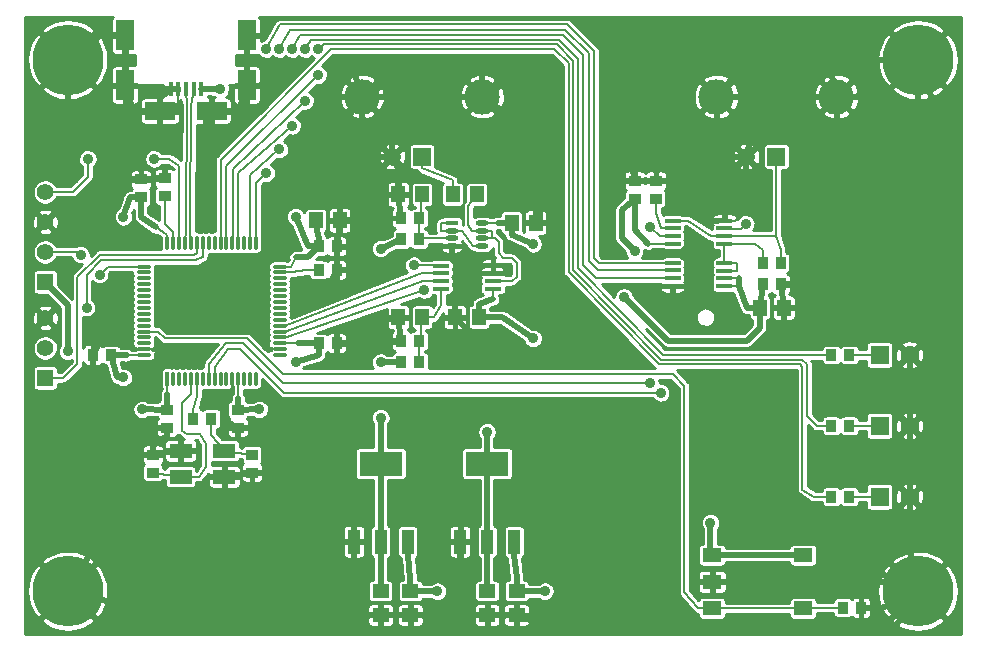
<source format=gtl>
G04 (created by PCBNEW (2013-04-05 BZR 4064)-testing) date 09/08/2013 13:01:54*
%MOIN*%
G04 Gerber Fmt 3.4, Leading zero omitted, Abs format*
%FSLAX34Y34*%
G01*
G70*
G90*
G04 APERTURE LIST*
%ADD10C,0.00393701*%
%ADD11R,0.0748031X0.0471968*%
%ADD12R,0.063X0.0471968*%
%ADD13C,0.11811*%
%ADD14R,0.0590551X0.0590551*%
%ADD15C,0.0590551*%
%ADD16O,0.0551181X0.015748*%
%ADD17R,0.0551181X0.015748*%
%ADD18R,0.0590551X0.0984252*%
%ADD19R,0.0984252X0.0590551*%
%ADD20R,0.015748X0.0492126*%
%ADD21R,0.0432992X0.0177008*%
%ADD22O,0.0432992X0.0177008*%
%ADD23R,0.144X0.08*%
%ADD24R,0.04X0.08*%
%ADD25R,0.0551024X0.0551024*%
%ADD26C,0.0550984*%
%ADD27R,0.055X0.055*%
%ADD28C,0.055*%
%ADD29R,0.035X0.04*%
%ADD30R,0.04X0.035*%
%ADD31R,0.0118031X0.0471968*%
%ADD32O,0.0117992X0.0472008*%
%ADD33O,0.0472008X0.0117992*%
%ADD34R,0.0629921X0.0629921*%
%ADD35C,0.0629921*%
%ADD36C,0.236201*%
%ADD37R,0.045X0.055*%
%ADD38R,0.055X0.045*%
%ADD39C,0.0354331*%
%ADD40C,0.035*%
%ADD41C,0.00787402*%
%ADD42C,0.019685*%
%ADD43C,0.01*%
G04 APERTURE END LIST*
G54D10*
G54D11*
X69508Y-55236D03*
X70964Y-55236D03*
X70964Y-54370D03*
X69508Y-54370D03*
G54D12*
X87220Y-59630D03*
X87220Y-57850D03*
X90260Y-59630D03*
X90260Y-57850D03*
X87224Y-58740D03*
G54D13*
X91370Y-42566D03*
X87370Y-42566D03*
G54D14*
X89370Y-44566D03*
G54D15*
X88370Y-44566D03*
G54D13*
X79559Y-42566D03*
X75559Y-42566D03*
G54D14*
X77559Y-44566D03*
G54D15*
X76559Y-44566D03*
G54D16*
X79921Y-48710D03*
X79921Y-48454D03*
X79921Y-48198D03*
X78188Y-48198D03*
X78188Y-48435D03*
X78188Y-48710D03*
X78188Y-48966D03*
G54D17*
X79921Y-48966D03*
G54D16*
X87637Y-47214D03*
X87637Y-46958D03*
X87637Y-46702D03*
X85905Y-46702D03*
X85905Y-46938D03*
X85905Y-47214D03*
X85905Y-47470D03*
G54D17*
X87637Y-47470D03*
G54D16*
X87637Y-48631D03*
X87637Y-48375D03*
X87637Y-48120D03*
X85905Y-48120D03*
X85905Y-48356D03*
X85905Y-48631D03*
X85905Y-48887D03*
G54D17*
X87637Y-48887D03*
G54D18*
X71712Y-40531D03*
X67657Y-40531D03*
X71712Y-42185D03*
X67657Y-42185D03*
G54D19*
X70551Y-43051D03*
X68818Y-43051D03*
G54D20*
X70196Y-42312D03*
X69940Y-42312D03*
X69685Y-42312D03*
X69429Y-42312D03*
X69173Y-42312D03*
G54D21*
X78543Y-46781D03*
G54D22*
X78543Y-47037D03*
X78543Y-47293D03*
X79567Y-46781D03*
X79567Y-47549D03*
X79567Y-47293D03*
X78543Y-47549D03*
X79567Y-47037D03*
G54D23*
X79724Y-54802D03*
G54D24*
X79724Y-57402D03*
X80624Y-57402D03*
X78824Y-57402D03*
G54D23*
X76181Y-54802D03*
G54D24*
X76181Y-57402D03*
X77081Y-57402D03*
X75281Y-57402D03*
G54D25*
X65000Y-48744D03*
G54D26*
X65000Y-47744D03*
X65000Y-46744D03*
X65000Y-45744D03*
G54D27*
X65000Y-51944D03*
G54D28*
X65000Y-50944D03*
X65000Y-49944D03*
G54D29*
X91196Y-55905D03*
X91796Y-55905D03*
X77465Y-46614D03*
X76865Y-46614D03*
X76865Y-47322D03*
X77465Y-47322D03*
X91196Y-51181D03*
X91796Y-51181D03*
X77465Y-51417D03*
X76865Y-51417D03*
X88912Y-48110D03*
X89512Y-48110D03*
X91589Y-59606D03*
X92189Y-59606D03*
X69936Y-53307D03*
X70536Y-53307D03*
X91196Y-53543D03*
X91796Y-53543D03*
X74109Y-50787D03*
X74709Y-50787D03*
G54D30*
X84645Y-45969D03*
X84645Y-45369D03*
X85354Y-45969D03*
X85354Y-45369D03*
G54D29*
X76865Y-50708D03*
X77465Y-50708D03*
X89512Y-48818D03*
X88912Y-48818D03*
G54D30*
X71889Y-54503D03*
X71889Y-55103D03*
X68582Y-55103D03*
X68582Y-54503D03*
G54D29*
X74109Y-48346D03*
X74709Y-48346D03*
G54D30*
X68976Y-45890D03*
X68976Y-45290D03*
G54D29*
X74109Y-47559D03*
X74709Y-47559D03*
G54D30*
X68188Y-45929D03*
X68188Y-45329D03*
G54D29*
X67189Y-51181D03*
X66589Y-51181D03*
G54D30*
X69055Y-53007D03*
X69055Y-53607D03*
X71417Y-53007D03*
X71417Y-53607D03*
G54D31*
X69070Y-51972D03*
G54D32*
X69266Y-51972D03*
X69463Y-51972D03*
X69660Y-51972D03*
X69857Y-51972D03*
X70054Y-51972D03*
X70251Y-51972D03*
X70448Y-51972D03*
X70643Y-51973D03*
X70840Y-51973D03*
X71037Y-51973D03*
X71234Y-51974D03*
X71432Y-51973D03*
X71629Y-51973D03*
X71826Y-51973D03*
X72022Y-51973D03*
G54D33*
X72809Y-51185D03*
X72809Y-50988D03*
X72809Y-50791D03*
X72809Y-50595D03*
X72809Y-50398D03*
X72809Y-50201D03*
X72809Y-50005D03*
X72809Y-49808D03*
G54D32*
X72022Y-47444D03*
X71825Y-47444D03*
X71628Y-47444D03*
X71431Y-47444D03*
G54D33*
X72810Y-49611D03*
X72810Y-49414D03*
X72810Y-49217D03*
X72810Y-49020D03*
X72810Y-48823D03*
X72810Y-48626D03*
X72810Y-48429D03*
X72810Y-48233D03*
G54D32*
X71235Y-47445D03*
X71038Y-47445D03*
X70841Y-47445D03*
X70644Y-47445D03*
X70448Y-47445D03*
X70251Y-47445D03*
X70054Y-47445D03*
X69857Y-47445D03*
X69660Y-47445D03*
X69463Y-47445D03*
X69266Y-47445D03*
X69070Y-47445D03*
G54D33*
X68282Y-48233D03*
X68282Y-48429D03*
X68282Y-48626D03*
X68282Y-48823D03*
X68282Y-49020D03*
X68282Y-49217D03*
X68282Y-49414D03*
X68282Y-49611D03*
X68282Y-49807D03*
X68282Y-50004D03*
X68282Y-50201D03*
X68282Y-50398D03*
X68282Y-50595D03*
X68282Y-50792D03*
X68282Y-50989D03*
X68282Y-51185D03*
G54D34*
X92807Y-53543D03*
G54D35*
X93807Y-53543D03*
G54D34*
X92807Y-51181D03*
G54D35*
X93807Y-51181D03*
G54D34*
X92807Y-55905D03*
G54D35*
X93807Y-55905D03*
G54D36*
X94094Y-41338D03*
X94094Y-59055D03*
X65748Y-59055D03*
X65748Y-41338D03*
G54D37*
X78576Y-45826D03*
X79376Y-45826D03*
X74009Y-46692D03*
X74809Y-46692D03*
X76765Y-45826D03*
X77565Y-45826D03*
G54D38*
X77165Y-59848D03*
X77165Y-59048D03*
X76181Y-59848D03*
X76181Y-59048D03*
X79724Y-59848D03*
X79724Y-59048D03*
X80708Y-59848D03*
X80708Y-59048D03*
G54D37*
X78655Y-49921D03*
X79455Y-49921D03*
X77565Y-49921D03*
X76765Y-49921D03*
X89612Y-49606D03*
X88812Y-49606D03*
X80544Y-46771D03*
X81344Y-46771D03*
G54D39*
X79724Y-53740D03*
X87165Y-56771D03*
X84645Y-47716D03*
X73346Y-51417D03*
X72125Y-52992D03*
X73346Y-46574D03*
X67598Y-46574D03*
X67598Y-51929D03*
X68228Y-52992D03*
X65748Y-51062D03*
X70826Y-42322D03*
X78070Y-59055D03*
X81653Y-59055D03*
X72795Y-40984D03*
X72795Y-44330D03*
X72362Y-40984D03*
X72362Y-45118D03*
X77283Y-48188D03*
X77637Y-49015D03*
X73228Y-40984D03*
X73228Y-43543D03*
X85157Y-46929D03*
X85157Y-52125D03*
X85511Y-52440D03*
X88346Y-46811D03*
X66181Y-47834D03*
X66811Y-48503D03*
X66417Y-44645D03*
X68622Y-44645D03*
X66377Y-49606D03*
G54D40*
X85669Y-57637D03*
X85118Y-53779D03*
X83937Y-59448D03*
X83937Y-57637D03*
X83464Y-55433D03*
X82125Y-55354D03*
X67559Y-53385D03*
X70551Y-58188D03*
X66614Y-46456D03*
X74251Y-49212D03*
X70236Y-49448D03*
X81968Y-49212D03*
X82834Y-52755D03*
X79606Y-52755D03*
X77322Y-52755D03*
X91496Y-52519D03*
X91496Y-54724D03*
X91889Y-58031D03*
X91889Y-56929D03*
X89370Y-56929D03*
X87952Y-56929D03*
X89370Y-54724D03*
X87952Y-54724D03*
X89370Y-52519D03*
X87952Y-52519D03*
X73307Y-53543D03*
X71811Y-59606D03*
X71811Y-57086D03*
X70551Y-59606D03*
X67952Y-59606D03*
X73149Y-59606D03*
X73149Y-57086D03*
X70551Y-57086D03*
X69055Y-57086D03*
X67952Y-57086D03*
X65433Y-57086D03*
X65433Y-55039D03*
X65433Y-53307D03*
X75748Y-46692D03*
X79606Y-50944D03*
X82834Y-50708D03*
X81968Y-45275D03*
X93307Y-48267D03*
X91968Y-49763D03*
X94960Y-49685D03*
X94960Y-48267D03*
X91968Y-47795D03*
X93307Y-46456D03*
X94960Y-46456D03*
X94960Y-43740D03*
X91377Y-43700D03*
X88582Y-43700D03*
X84330Y-43700D03*
X81968Y-43700D03*
X77637Y-43700D03*
X74803Y-43700D03*
X68110Y-44094D03*
X64881Y-43307D03*
X75196Y-41417D03*
X77637Y-41456D03*
X79566Y-41417D03*
X81496Y-41417D03*
X84330Y-41181D03*
X86062Y-41181D03*
X88582Y-41181D03*
X91102Y-41181D03*
G54D39*
X86692Y-47401D03*
X87204Y-45748D03*
X75196Y-52755D03*
X75196Y-51417D03*
X67047Y-49527D03*
X75629Y-50196D03*
X75629Y-48346D03*
X65748Y-44645D03*
X70354Y-45944D03*
X79173Y-48454D03*
X73661Y-40984D03*
X73661Y-42716D03*
X74094Y-40984D03*
X74094Y-41850D03*
G54D40*
X81259Y-47480D03*
G54D39*
X76181Y-53267D03*
X84291Y-49251D03*
X81259Y-50629D03*
X76181Y-51417D03*
X76181Y-47637D03*
G54D41*
X69077Y-52871D02*
X69077Y-53007D01*
X69077Y-53007D02*
X69055Y-53007D01*
G54D42*
X71394Y-52930D02*
X71394Y-53007D01*
X71394Y-53007D02*
X71417Y-53007D01*
X74009Y-46692D02*
X74057Y-46869D01*
X74057Y-46869D02*
X74057Y-46968D01*
X74057Y-46968D02*
X74057Y-47041D01*
X74057Y-47041D02*
X74109Y-47286D01*
X74109Y-47286D02*
X74109Y-47359D01*
X74109Y-47359D02*
X74109Y-47457D01*
X74109Y-47457D02*
X74109Y-47559D01*
G54D41*
X68282Y-51185D02*
X68110Y-51181D01*
X71432Y-51973D02*
X71432Y-52150D01*
X71432Y-52150D02*
X71429Y-52630D01*
G54D42*
X79724Y-57703D02*
X79724Y-57802D01*
X79724Y-57802D02*
X79724Y-58823D01*
X79724Y-58823D02*
X79724Y-58922D01*
X79724Y-58922D02*
X79724Y-59048D01*
X87220Y-57850D02*
X90260Y-57850D01*
X79724Y-54802D02*
X79724Y-53740D01*
X87165Y-56771D02*
X87165Y-57850D01*
X87165Y-57850D02*
X87220Y-57850D01*
X84645Y-47716D02*
X84212Y-47283D01*
X84212Y-47283D02*
X84212Y-46338D01*
X84212Y-46338D02*
X84645Y-45969D01*
X79724Y-54802D02*
X79724Y-57402D01*
X71417Y-53007D02*
X72125Y-52992D01*
X71417Y-53007D02*
X71411Y-52991D01*
X71411Y-52991D02*
X71429Y-52845D01*
X71429Y-52845D02*
X71429Y-52630D01*
G54D41*
X85905Y-47470D02*
X85078Y-47470D01*
G54D42*
X85078Y-47470D02*
X84645Y-47007D01*
X84645Y-47007D02*
X84645Y-45969D01*
X74109Y-50787D02*
X74109Y-51181D01*
X74109Y-51181D02*
X73346Y-51417D01*
X74109Y-50787D02*
X74094Y-50787D01*
X74094Y-50787D02*
X73425Y-50791D01*
G54D41*
X73425Y-50791D02*
X72986Y-50791D01*
X72986Y-50791D02*
X72809Y-50791D01*
G54D42*
X73346Y-46574D02*
X73740Y-47559D01*
X73740Y-47559D02*
X74109Y-47559D01*
X74109Y-47559D02*
X73755Y-47913D01*
X73755Y-47913D02*
X73346Y-47913D01*
G54D41*
X73346Y-47913D02*
X73188Y-48233D01*
X73188Y-48233D02*
X72810Y-48233D01*
X68700Y-46929D02*
X69070Y-47165D01*
X69070Y-47165D02*
X69070Y-47445D01*
G54D42*
X68188Y-45929D02*
X68188Y-46574D01*
X68188Y-46574D02*
X68700Y-46929D01*
X68188Y-45929D02*
X67834Y-45929D01*
X67834Y-45929D02*
X67598Y-46574D01*
X69067Y-52999D02*
X69070Y-52476D01*
G54D41*
X69070Y-52476D02*
X69070Y-51972D01*
X67716Y-51185D02*
X68282Y-51185D01*
G54D42*
X67189Y-51181D02*
X67401Y-51184D01*
X67401Y-51184D02*
X67716Y-51185D01*
X67598Y-51929D02*
X67401Y-51929D01*
X67401Y-51929D02*
X67189Y-51181D01*
X68228Y-52992D02*
X69055Y-53007D01*
X65748Y-51062D02*
X65744Y-49527D01*
X65744Y-49527D02*
X65000Y-48744D01*
X77165Y-59048D02*
X77103Y-58922D01*
X70196Y-42312D02*
X70826Y-42322D01*
X80647Y-58922D02*
X80708Y-59048D01*
X78070Y-59055D02*
X77165Y-59048D01*
X81653Y-59055D02*
X80708Y-59048D01*
X77165Y-59048D02*
X77165Y-58661D01*
X77165Y-58661D02*
X77081Y-57834D01*
X77081Y-57834D02*
X77081Y-57402D01*
X80708Y-59048D02*
X80708Y-58622D01*
X80708Y-58622D02*
X80624Y-57834D01*
X80624Y-57834D02*
X80624Y-57402D01*
G54D41*
X85905Y-48356D02*
X85826Y-48356D01*
X85826Y-48356D02*
X85708Y-48356D01*
X85708Y-48356D02*
X83425Y-48356D01*
X83425Y-48356D02*
X83110Y-48041D01*
X83110Y-48041D02*
X83110Y-46968D01*
X83110Y-46968D02*
X83110Y-41123D01*
X83110Y-41123D02*
X82322Y-40335D01*
X82322Y-40335D02*
X73149Y-40335D01*
X73149Y-40335D02*
X72795Y-40984D01*
X85905Y-48356D02*
X85905Y-48346D01*
X72795Y-44330D02*
X71825Y-45196D01*
X71825Y-45196D02*
X71825Y-47444D01*
X85905Y-48120D02*
X85708Y-48120D01*
X85708Y-48120D02*
X83464Y-48120D01*
X83464Y-48120D02*
X83297Y-47952D01*
X83297Y-47952D02*
X83297Y-46929D01*
X83297Y-46929D02*
X83297Y-41062D01*
X83297Y-41062D02*
X82391Y-40157D01*
X82391Y-40157D02*
X80944Y-40157D01*
X80944Y-40157D02*
X80787Y-40157D01*
X80787Y-40157D02*
X72834Y-40157D01*
X72834Y-40157D02*
X72362Y-40984D01*
X72362Y-45118D02*
X72022Y-45433D01*
X72022Y-45433D02*
X72022Y-47444D01*
X77637Y-49015D02*
X73059Y-50575D01*
X73059Y-50575D02*
X72986Y-50595D01*
X72986Y-50595D02*
X72809Y-50595D01*
X78188Y-48198D02*
X78188Y-48188D01*
X78188Y-48188D02*
X77283Y-48188D01*
X85354Y-45969D02*
X85354Y-46456D01*
X85354Y-46456D02*
X85511Y-46938D01*
X85511Y-46938D02*
X85905Y-46938D01*
X85905Y-48631D02*
X85708Y-48631D01*
X85708Y-48631D02*
X85433Y-48631D01*
X85433Y-48631D02*
X83464Y-48631D01*
X83464Y-48631D02*
X83350Y-48627D01*
X83350Y-48627D02*
X82913Y-48188D01*
X82913Y-48188D02*
X82913Y-47047D01*
X82913Y-47047D02*
X82913Y-41182D01*
X82913Y-41182D02*
X82242Y-40511D01*
X82242Y-40511D02*
X73503Y-40511D01*
X73503Y-40511D02*
X73228Y-40984D01*
X73228Y-43543D02*
X71431Y-45118D01*
X71431Y-45118D02*
X71431Y-47444D01*
X69940Y-42312D02*
X69867Y-42885D01*
X69832Y-47007D02*
X69857Y-47445D01*
X69867Y-42885D02*
X69832Y-46614D01*
X69832Y-46614D02*
X69832Y-47007D01*
X78188Y-48435D02*
X78070Y-48474D01*
X78188Y-48435D02*
X77795Y-48435D01*
X77795Y-48435D02*
X77559Y-48435D01*
X77559Y-48435D02*
X73059Y-50183D01*
X73059Y-50183D02*
X72986Y-50201D01*
X72986Y-50201D02*
X72809Y-50201D01*
X69685Y-42312D02*
X69729Y-42884D01*
X69694Y-47007D02*
X69660Y-47445D01*
X69729Y-42884D02*
X69694Y-46613D01*
X69694Y-46613D02*
X69694Y-46614D01*
X69694Y-46614D02*
X69694Y-47007D01*
X85905Y-47214D02*
X85472Y-47214D01*
X85472Y-47214D02*
X85157Y-46929D01*
X85157Y-52125D02*
X84645Y-52125D01*
X84645Y-52125D02*
X72913Y-52125D01*
X72913Y-52125D02*
X71574Y-50787D01*
X71574Y-50787D02*
X71023Y-50787D01*
X71023Y-50787D02*
X70448Y-51496D01*
X70448Y-51496D02*
X70448Y-51496D01*
X70448Y-51496D02*
X70448Y-51972D01*
X87637Y-46958D02*
X87637Y-46968D01*
X87637Y-46968D02*
X88188Y-46968D01*
X88188Y-46968D02*
X88346Y-46811D01*
X85511Y-52440D02*
X84724Y-52440D01*
X84724Y-52440D02*
X72952Y-52440D01*
X72952Y-52440D02*
X71496Y-50984D01*
X71496Y-50984D02*
X71102Y-50984D01*
X71102Y-50984D02*
X70643Y-51574D01*
X70643Y-51574D02*
X70643Y-51974D01*
X65000Y-51944D02*
X65590Y-51944D01*
X65590Y-51944D02*
X66062Y-51496D01*
X66062Y-51496D02*
X66062Y-48582D01*
X66062Y-48582D02*
X66811Y-47834D01*
X66811Y-47834D02*
X69685Y-47834D01*
X69685Y-47834D02*
X69960Y-47834D01*
X69960Y-47834D02*
X70054Y-47795D01*
X70054Y-47795D02*
X70054Y-47445D01*
X87637Y-48375D02*
X88070Y-48375D01*
X88070Y-48375D02*
X88070Y-48238D01*
X88070Y-48238D02*
X88070Y-48120D01*
X88070Y-48120D02*
X87637Y-48120D01*
X87637Y-47470D02*
X87637Y-48120D01*
X88912Y-48110D02*
X88912Y-47677D01*
X88912Y-47677D02*
X88661Y-47470D01*
X88661Y-47470D02*
X87637Y-47470D01*
X85905Y-46702D02*
X86417Y-46702D01*
X86417Y-46702D02*
X87204Y-47214D01*
X87204Y-47214D02*
X87637Y-47214D01*
X89512Y-48110D02*
X89512Y-47677D01*
X89512Y-47677D02*
X89370Y-47204D01*
X87637Y-47214D02*
X87637Y-47204D01*
X87637Y-47204D02*
X89370Y-47204D01*
X89370Y-47204D02*
X89370Y-44566D01*
X72809Y-50398D02*
X72986Y-50398D01*
X72986Y-50398D02*
X73059Y-50379D01*
X73059Y-50379D02*
X77598Y-48710D01*
X77598Y-48710D02*
X78188Y-48710D01*
X78070Y-48750D02*
X78188Y-48710D01*
X65000Y-47744D02*
X66062Y-47744D01*
X66062Y-47744D02*
X66181Y-47834D01*
X66811Y-48503D02*
X67086Y-48233D01*
X67086Y-48233D02*
X68282Y-48233D01*
X65000Y-45744D02*
X65905Y-45744D01*
X65905Y-45744D02*
X66141Y-45507D01*
X66141Y-45507D02*
X66417Y-45236D01*
X66417Y-45236D02*
X66417Y-44645D01*
X69467Y-47445D02*
X69463Y-47445D01*
X68622Y-44645D02*
X69133Y-44645D01*
X69133Y-44645D02*
X69463Y-44881D01*
X69463Y-44881D02*
X69463Y-45275D01*
X69463Y-45275D02*
X69463Y-47445D01*
X66377Y-49606D02*
X66377Y-48503D01*
X66377Y-48503D02*
X66850Y-48031D01*
X66850Y-48031D02*
X70000Y-48031D01*
X70000Y-48031D02*
X70251Y-47913D01*
X70251Y-47913D02*
X70251Y-47445D01*
G54D42*
X83937Y-59448D02*
X84014Y-60224D01*
X83937Y-59448D02*
X83937Y-57637D01*
X83937Y-57637D02*
X85669Y-57637D01*
X85669Y-57637D02*
X83464Y-55433D01*
X83464Y-55433D02*
X82125Y-55433D01*
X83464Y-55433D02*
X85118Y-53779D01*
X93807Y-51181D02*
X93807Y-53543D01*
X93807Y-53543D02*
X93807Y-55905D01*
X93807Y-55905D02*
X93807Y-57716D01*
X93807Y-57716D02*
X94094Y-59055D01*
X92189Y-59606D02*
X92874Y-59606D01*
X92874Y-59606D02*
X94094Y-59055D01*
X87224Y-58740D02*
X93535Y-58743D01*
X93535Y-58743D02*
X94094Y-59055D01*
X89612Y-49606D02*
X89512Y-48818D01*
X89512Y-48818D02*
X90000Y-48818D01*
X90000Y-48818D02*
X94094Y-43070D01*
X94094Y-43070D02*
X94094Y-41338D01*
X68976Y-45290D02*
X68188Y-45329D01*
X68188Y-45329D02*
X67677Y-45329D01*
X67677Y-45329D02*
X66758Y-44104D01*
X65748Y-42755D02*
X65748Y-41338D01*
X67657Y-40531D02*
X67657Y-42185D01*
X69173Y-42312D02*
X69178Y-42320D01*
X69178Y-42320D02*
X68818Y-42598D01*
X68818Y-42598D02*
X68818Y-43051D01*
X67657Y-40531D02*
X66850Y-40531D01*
X66850Y-40531D02*
X65748Y-41338D01*
G54D41*
X87637Y-46702D02*
X87992Y-46702D01*
X87992Y-46702D02*
X88370Y-46279D01*
G54D42*
X91370Y-42566D02*
X92086Y-42566D01*
X92086Y-42566D02*
X92755Y-41338D01*
X92755Y-41338D02*
X94094Y-41338D01*
X87370Y-42566D02*
X91370Y-42566D01*
X85354Y-45369D02*
X85984Y-45369D01*
X85984Y-45369D02*
X87401Y-44566D01*
X76181Y-59848D02*
X77165Y-59848D01*
X77165Y-59848D02*
X78818Y-59848D01*
X75281Y-57402D02*
X75281Y-57480D01*
X75281Y-57480D02*
X75281Y-59370D01*
X75281Y-59370D02*
X75753Y-59842D01*
X75753Y-59842D02*
X76181Y-59848D01*
X80708Y-59848D02*
X81644Y-60226D01*
X81644Y-60226D02*
X84014Y-60224D01*
X78818Y-59848D02*
X78824Y-57402D01*
X78818Y-59848D02*
X79724Y-59848D01*
X79724Y-59848D02*
X80708Y-59848D01*
X66589Y-51181D02*
X66574Y-54503D01*
X76865Y-46614D02*
X76765Y-45826D01*
X76765Y-45826D02*
X76765Y-44960D01*
X76765Y-44960D02*
X76559Y-44566D01*
X76559Y-44566D02*
X76559Y-44015D01*
X76559Y-44015D02*
X75559Y-43267D01*
X75559Y-43267D02*
X75559Y-42566D01*
X75559Y-42566D02*
X79559Y-42566D01*
X74709Y-48346D02*
X74709Y-47559D01*
X74709Y-47559D02*
X74809Y-46692D01*
X74809Y-46692D02*
X74809Y-45314D01*
X74809Y-45314D02*
X75984Y-44566D01*
X75984Y-44566D02*
X76559Y-44566D01*
X76865Y-50708D02*
X76765Y-49921D01*
X85354Y-45369D02*
X84645Y-45369D01*
X88370Y-44566D02*
X87401Y-44566D01*
X87401Y-44566D02*
X87401Y-42598D01*
X87401Y-42598D02*
X87370Y-42566D01*
X68582Y-54503D02*
X68582Y-54488D01*
X68582Y-54488D02*
X69508Y-54355D01*
X69508Y-54355D02*
X69508Y-54370D01*
X71889Y-55103D02*
X70964Y-55236D01*
X69055Y-53607D02*
X69055Y-53897D01*
X69055Y-53897D02*
X68582Y-54173D01*
X68582Y-54173D02*
X68582Y-54488D01*
X71417Y-53607D02*
X71968Y-53607D01*
X71968Y-53607D02*
X72519Y-54158D01*
X72519Y-54158D02*
X72519Y-55118D01*
G54D41*
X70964Y-52716D02*
X71227Y-52448D01*
X71227Y-52448D02*
X71234Y-51974D01*
G54D42*
X70964Y-52716D02*
X70964Y-53335D01*
X70964Y-53335D02*
X71417Y-53607D01*
G54D41*
X67559Y-50472D02*
X67874Y-50989D01*
X67874Y-50989D02*
X68282Y-50989D01*
G54D42*
X74709Y-50787D02*
X76220Y-50787D01*
X76220Y-50787D02*
X76865Y-50708D01*
G54D41*
X85905Y-48887D02*
X85910Y-48896D01*
X85910Y-48896D02*
X86397Y-48897D01*
G54D42*
X88370Y-46279D02*
X88370Y-45118D01*
X88370Y-45118D02*
X88370Y-44566D01*
X86397Y-48897D02*
X86692Y-48602D01*
X86692Y-48602D02*
X86692Y-47401D01*
X75196Y-51417D02*
X74709Y-51220D01*
X74709Y-51220D02*
X74709Y-50787D01*
X75196Y-52755D02*
X75196Y-53228D01*
X75196Y-53228D02*
X73307Y-55118D01*
X72519Y-55118D02*
X71889Y-55118D01*
X71889Y-55118D02*
X71889Y-55103D01*
X72519Y-55118D02*
X72519Y-55826D01*
X72519Y-55826D02*
X74409Y-55826D01*
X74409Y-55826D02*
X75281Y-56535D01*
X75281Y-56535D02*
X75281Y-57402D01*
X67047Y-49527D02*
X67047Y-50472D01*
X71712Y-40531D02*
X71712Y-42185D01*
X76765Y-49921D02*
X76771Y-49921D01*
X75629Y-48346D02*
X74709Y-48346D01*
X70551Y-43051D02*
X71456Y-43051D01*
X71456Y-43051D02*
X71712Y-42185D01*
X87204Y-45748D02*
X88370Y-44566D01*
G54D41*
X79921Y-48454D02*
X80354Y-48454D01*
X80354Y-48198D02*
X79921Y-48198D01*
G54D42*
X80354Y-48454D02*
X80354Y-48198D01*
X68582Y-54503D02*
X66574Y-54503D01*
X66574Y-54503D02*
X66574Y-55826D01*
G54D41*
X72809Y-50988D02*
X72401Y-50988D01*
G54D42*
X72401Y-50988D02*
X72042Y-50629D01*
X72042Y-50629D02*
X72042Y-49448D01*
X66574Y-55826D02*
X67559Y-55826D01*
X67559Y-55826D02*
X72204Y-55826D01*
X72204Y-55826D02*
X72519Y-55826D01*
X66574Y-55826D02*
X66574Y-57637D01*
X66574Y-57637D02*
X65748Y-59055D01*
X67047Y-50472D02*
X66828Y-50748D01*
X66828Y-50748D02*
X66589Y-51181D01*
X67047Y-50472D02*
X67559Y-50472D01*
X70551Y-43051D02*
X70354Y-43031D01*
X70354Y-43031D02*
X70354Y-45944D01*
X78655Y-49921D02*
X78655Y-49133D01*
X78655Y-49133D02*
X79173Y-48454D01*
G54D41*
X78543Y-47549D02*
X78976Y-47549D01*
X79173Y-48454D02*
X79921Y-48454D01*
G54D42*
X79173Y-48454D02*
X78976Y-47549D01*
X68818Y-43051D02*
X67913Y-43051D01*
X67913Y-43051D02*
X67657Y-42185D01*
X65748Y-42755D02*
X65748Y-44645D01*
X76765Y-49921D02*
X75629Y-50196D01*
G54D41*
X69429Y-42312D02*
X69429Y-42834D01*
G54D42*
X69429Y-42834D02*
X69212Y-43051D01*
X69212Y-43051D02*
X68818Y-43051D01*
X81344Y-46771D02*
X81344Y-43858D01*
X68110Y-44094D02*
X66758Y-44104D01*
X66758Y-44104D02*
X65748Y-42755D01*
X70236Y-49448D02*
X72042Y-49448D01*
X72042Y-49448D02*
X72042Y-48149D01*
X72042Y-48149D02*
X72751Y-47440D01*
X72751Y-47440D02*
X72751Y-46338D01*
X72751Y-46338D02*
X74685Y-42566D01*
X74685Y-42566D02*
X75559Y-42566D01*
X74251Y-49212D02*
X74709Y-48346D01*
X75748Y-46692D02*
X74809Y-46692D01*
X77637Y-43700D02*
X76559Y-44566D01*
X74803Y-43700D02*
X75559Y-42566D01*
X75196Y-41417D02*
X75559Y-42566D01*
X77637Y-41456D02*
X75559Y-42566D01*
X79566Y-41417D02*
X79559Y-42566D01*
X81496Y-41417D02*
X79559Y-42566D01*
X81968Y-43700D02*
X81344Y-43858D01*
X81344Y-43858D02*
X79606Y-42614D01*
X79606Y-42614D02*
X79559Y-42566D01*
X81968Y-45275D02*
X81344Y-46771D01*
X84330Y-41181D02*
X86062Y-41181D01*
X86062Y-41181D02*
X87370Y-42566D01*
X88582Y-41181D02*
X87370Y-42566D01*
X84330Y-43700D02*
X84645Y-45369D01*
X88582Y-43700D02*
X88370Y-44566D01*
X91102Y-41181D02*
X91370Y-42566D01*
X91370Y-42566D02*
X91377Y-43700D01*
X94094Y-41338D02*
X94960Y-43740D01*
X94960Y-43740D02*
X94960Y-46456D01*
X94960Y-46456D02*
X93307Y-46456D01*
X93307Y-46456D02*
X91968Y-47795D01*
X91968Y-47795D02*
X91968Y-49763D01*
X93307Y-48267D02*
X94960Y-48267D01*
X94960Y-48267D02*
X94960Y-49685D01*
X91968Y-49763D02*
X93307Y-48267D01*
X91889Y-58031D02*
X94094Y-59055D01*
X91889Y-58031D02*
X91889Y-56929D01*
X91889Y-56929D02*
X89370Y-56929D01*
X89370Y-56929D02*
X87952Y-56929D01*
X87952Y-56929D02*
X87952Y-54724D01*
X87952Y-54724D02*
X87952Y-52519D01*
X89370Y-56929D02*
X89370Y-54724D01*
X89370Y-54724D02*
X89370Y-52519D01*
X84014Y-60224D02*
X93352Y-60214D01*
X93352Y-60214D02*
X94094Y-59055D01*
X78655Y-49921D02*
X79606Y-50944D01*
X79606Y-52755D02*
X82834Y-52755D01*
X82834Y-50708D02*
X81968Y-49212D01*
X73307Y-53543D02*
X73307Y-55118D01*
X73307Y-55118D02*
X72519Y-55118D01*
X67559Y-53385D02*
X66574Y-54503D01*
X66574Y-54503D02*
X65433Y-53307D01*
X66574Y-54503D02*
X65433Y-55039D01*
X66574Y-55826D02*
X65433Y-57086D01*
X66574Y-55826D02*
X67952Y-57086D01*
X72519Y-55826D02*
X73149Y-57086D01*
X73149Y-57086D02*
X71811Y-57086D01*
X71811Y-57086D02*
X70551Y-57086D01*
X70551Y-57086D02*
X69055Y-57086D01*
X67952Y-59606D02*
X70551Y-59606D01*
X70551Y-59606D02*
X71811Y-59606D01*
X71811Y-59606D02*
X73149Y-59606D01*
X70551Y-58188D02*
X70551Y-59606D01*
X67952Y-59606D02*
X65748Y-59055D01*
G54D41*
X70054Y-51972D02*
X70054Y-52149D01*
X70054Y-52149D02*
X70054Y-52559D01*
X70054Y-52559D02*
X69936Y-53031D01*
X69936Y-53031D02*
X69936Y-53307D01*
X72790Y-48429D02*
X72810Y-48429D01*
X72810Y-48429D02*
X73228Y-48429D01*
X73228Y-48429D02*
X73700Y-48346D01*
X73700Y-48346D02*
X74109Y-48346D01*
X77565Y-45826D02*
X77515Y-46062D01*
X77515Y-46062D02*
X77515Y-46101D01*
X77515Y-46101D02*
X77515Y-46414D01*
X77515Y-46414D02*
X77515Y-46453D01*
X77515Y-46453D02*
X77465Y-46614D01*
X77465Y-47322D02*
X77601Y-47293D01*
X77601Y-47293D02*
X77640Y-47293D01*
X77640Y-47293D02*
X78493Y-47293D01*
X78493Y-47293D02*
X78543Y-47293D01*
X77465Y-46614D02*
X77465Y-46774D01*
X77465Y-46774D02*
X77465Y-46814D01*
X77465Y-46814D02*
X77465Y-47122D01*
X77465Y-47122D02*
X77465Y-47162D01*
X77465Y-47162D02*
X77465Y-47322D01*
X90260Y-59630D02*
X90252Y-59630D01*
X90252Y-59630D02*
X90522Y-59610D01*
X90522Y-59610D02*
X91582Y-59606D01*
X91582Y-59606D02*
X91589Y-59606D01*
X87220Y-59630D02*
X90252Y-59630D01*
X68282Y-50398D02*
X68740Y-50398D01*
X68740Y-50398D02*
X68976Y-50629D01*
X68976Y-50629D02*
X71732Y-50629D01*
X71732Y-50629D02*
X72913Y-51811D01*
X72913Y-51811D02*
X73070Y-51811D01*
X73070Y-51811D02*
X84881Y-51811D01*
X84881Y-51811D02*
X85118Y-51811D01*
X85118Y-51811D02*
X85905Y-51811D01*
X85905Y-51811D02*
X86299Y-52204D01*
X86299Y-52204D02*
X86299Y-59094D01*
X86299Y-59094D02*
X86771Y-59630D01*
X86771Y-59630D02*
X87220Y-59630D01*
X91196Y-55905D02*
X90629Y-55905D01*
X90629Y-55905D02*
X90236Y-55669D01*
X90236Y-55669D02*
X90236Y-51574D01*
X90236Y-51574D02*
X90157Y-51496D01*
X90157Y-51496D02*
X89606Y-51496D01*
X89606Y-51496D02*
X85444Y-51497D01*
X85444Y-51497D02*
X82440Y-48425D01*
X82440Y-48425D02*
X82440Y-48188D01*
X82440Y-48188D02*
X82440Y-46867D01*
X82440Y-46867D02*
X82440Y-46850D01*
X82440Y-46850D02*
X82440Y-41456D01*
X82440Y-41456D02*
X81968Y-40984D01*
X81968Y-40984D02*
X80787Y-40984D01*
X80787Y-40984D02*
X74527Y-40984D01*
X74527Y-40984D02*
X70841Y-44665D01*
X70841Y-44665D02*
X70841Y-47445D01*
X92807Y-53543D02*
X91796Y-53543D01*
X91196Y-51181D02*
X89606Y-51181D01*
X89606Y-51181D02*
X85590Y-51181D01*
X85590Y-51181D02*
X82755Y-48267D01*
X82755Y-48267D02*
X82755Y-46929D01*
X82755Y-46929D02*
X82755Y-41299D01*
X82755Y-41299D02*
X82125Y-40669D01*
X82125Y-40669D02*
X80866Y-40669D01*
X80866Y-40669D02*
X80787Y-40669D01*
X80787Y-40669D02*
X73858Y-40669D01*
X73858Y-40669D02*
X73661Y-40984D01*
X73661Y-42716D02*
X71242Y-44972D01*
X71242Y-44972D02*
X71242Y-47312D01*
X77559Y-44566D02*
X77559Y-44960D01*
X77559Y-44960D02*
X78576Y-45354D01*
X78576Y-45354D02*
X78576Y-45826D01*
X69266Y-47445D02*
X69266Y-47086D01*
X69266Y-47086D02*
X68976Y-46811D01*
X68976Y-46811D02*
X68976Y-46299D01*
X68976Y-46299D02*
X68976Y-45890D01*
X91196Y-53543D02*
X90708Y-53543D01*
X90708Y-53543D02*
X90393Y-53228D01*
X90393Y-53228D02*
X90393Y-51496D01*
X90393Y-51496D02*
X90236Y-51338D01*
X90236Y-51338D02*
X89685Y-51338D01*
X89685Y-51338D02*
X89606Y-51338D01*
X89606Y-51338D02*
X85511Y-51338D01*
X85511Y-51338D02*
X82598Y-48346D01*
X82598Y-48346D02*
X82598Y-47874D01*
X82598Y-47874D02*
X82598Y-47047D01*
X82598Y-47047D02*
X82598Y-46929D01*
X82598Y-46929D02*
X82598Y-41377D01*
X82598Y-41377D02*
X82047Y-40826D01*
X82047Y-40826D02*
X80787Y-40826D01*
X80787Y-40826D02*
X74291Y-40826D01*
X74291Y-40826D02*
X74094Y-40984D01*
X74094Y-41850D02*
X71038Y-44867D01*
X71038Y-44867D02*
X71038Y-47445D01*
X92807Y-51181D02*
X91796Y-51181D01*
X77565Y-49921D02*
X77515Y-50235D01*
X77515Y-50235D02*
X77515Y-50275D01*
X77515Y-50275D02*
X77515Y-50587D01*
X77515Y-50587D02*
X77515Y-50626D01*
X77515Y-50626D02*
X77465Y-50708D01*
X77465Y-50708D02*
X77465Y-50948D01*
X77465Y-50948D02*
X77465Y-50987D01*
X77465Y-50987D02*
X77465Y-51296D01*
X77465Y-51296D02*
X77465Y-51335D01*
X77465Y-51335D02*
X77465Y-51417D01*
X77565Y-49921D02*
X77952Y-49921D01*
X77952Y-49921D02*
X78188Y-49527D01*
X78188Y-49527D02*
X78188Y-48966D01*
X92807Y-55905D02*
X91796Y-55905D01*
X70536Y-53307D02*
X70536Y-53858D01*
X70536Y-53858D02*
X70979Y-54370D01*
X70979Y-54370D02*
X70964Y-54370D01*
X71889Y-54503D02*
X70964Y-54370D01*
X69857Y-51972D02*
X69857Y-52149D01*
X69857Y-52149D02*
X69857Y-52480D01*
X69857Y-52480D02*
X69542Y-52795D01*
X69542Y-52795D02*
X69542Y-53700D01*
X69542Y-53700D02*
X69724Y-53818D01*
X69724Y-53818D02*
X70157Y-53818D01*
X70157Y-53818D02*
X70354Y-54133D01*
X70354Y-54133D02*
X70354Y-54921D01*
X70354Y-54921D02*
X70118Y-55236D01*
X70118Y-55236D02*
X69508Y-55236D01*
X68582Y-55103D02*
X69508Y-55236D01*
X79921Y-48710D02*
X80275Y-48710D01*
X80275Y-48710D02*
X80551Y-48710D01*
X80551Y-48710D02*
X80708Y-48582D01*
X80708Y-48582D02*
X80708Y-48110D01*
X80708Y-48110D02*
X80551Y-47952D01*
X79567Y-47037D02*
X79881Y-47037D01*
X79881Y-47037D02*
X79881Y-47293D01*
X79567Y-47037D02*
X79212Y-47037D01*
X79212Y-47037D02*
X79104Y-46850D01*
X79104Y-46850D02*
X79104Y-46220D01*
X79104Y-46220D02*
X79376Y-45826D01*
X80551Y-47952D02*
X80551Y-47952D01*
X80551Y-47952D02*
X80265Y-47952D01*
X80265Y-47952D02*
X80108Y-47795D01*
X80108Y-47795D02*
X80108Y-47716D01*
X80108Y-47716D02*
X80108Y-47401D01*
X80108Y-47401D02*
X80000Y-47293D01*
X80000Y-47293D02*
X79881Y-47293D01*
X79881Y-47293D02*
X79822Y-47293D01*
X79822Y-47293D02*
X79567Y-47293D01*
X78543Y-47037D02*
X78897Y-47037D01*
X78897Y-47037D02*
X79251Y-47549D01*
X79251Y-47549D02*
X79567Y-47549D01*
X78543Y-46781D02*
X78188Y-46781D01*
X78188Y-46781D02*
X78188Y-47037D01*
X78188Y-47037D02*
X78543Y-47037D01*
G54D42*
X76181Y-57402D02*
X76181Y-57100D01*
X76181Y-57100D02*
X76181Y-57002D01*
X76181Y-57002D02*
X76181Y-55202D01*
X76181Y-55202D02*
X76181Y-55103D01*
X76181Y-55103D02*
X76181Y-54802D01*
X76181Y-57402D02*
X76181Y-57703D01*
X76181Y-57703D02*
X76181Y-57802D01*
X76181Y-57802D02*
X76181Y-58823D01*
X76181Y-58823D02*
X76181Y-58922D01*
X76181Y-58922D02*
X76181Y-59048D01*
X76181Y-54802D02*
X76181Y-53267D01*
X84291Y-49251D02*
X85748Y-50702D01*
X85748Y-50702D02*
X88385Y-50702D01*
X88385Y-50702D02*
X88812Y-50275D01*
X88812Y-50275D02*
X88812Y-49606D01*
X88812Y-49606D02*
X88912Y-48818D01*
X88812Y-49606D02*
X88385Y-49606D01*
X88385Y-49606D02*
X88110Y-48887D01*
G54D41*
X87644Y-48899D02*
X87637Y-48887D01*
X88110Y-48887D02*
X87637Y-48887D01*
G54D42*
X79455Y-49921D02*
X80236Y-49921D01*
X80236Y-49921D02*
X81259Y-50629D01*
X79455Y-49921D02*
X79455Y-49488D01*
X79455Y-49488D02*
X79921Y-49330D01*
G54D41*
X79921Y-49330D02*
X79921Y-48966D01*
G54D42*
X76181Y-51417D02*
X76865Y-51417D01*
X76181Y-47637D02*
X76865Y-47322D01*
G54D41*
X87637Y-48631D02*
X88110Y-48631D01*
G54D42*
X88110Y-48631D02*
X88110Y-48887D01*
X80544Y-46771D02*
X80551Y-46771D01*
X80551Y-46771D02*
X80078Y-46781D01*
G54D41*
X80078Y-46781D02*
X79567Y-46781D01*
G54D42*
X80544Y-46771D02*
X80544Y-47165D01*
X80544Y-47165D02*
X81259Y-47480D01*
G54D10*
G36*
X78001Y-49476D02*
X77929Y-49594D01*
X77922Y-49576D01*
X77905Y-49551D01*
X77885Y-49531D01*
X77861Y-49515D01*
X77834Y-49503D01*
X77805Y-49497D01*
X77776Y-49497D01*
X77325Y-49497D01*
X77297Y-49503D01*
X77270Y-49514D01*
X77246Y-49530D01*
X77225Y-49551D01*
X77209Y-49575D01*
X77197Y-49602D01*
X77192Y-49630D01*
X77191Y-49659D01*
X77191Y-50210D01*
X77197Y-50239D01*
X77208Y-50266D01*
X77224Y-50290D01*
X77245Y-50311D01*
X77269Y-50327D01*
X77296Y-50338D01*
X77324Y-50344D01*
X77327Y-50344D01*
X77327Y-50360D01*
X77275Y-50360D01*
X77247Y-50365D01*
X77220Y-50376D01*
X77196Y-50393D01*
X77177Y-50411D01*
X77170Y-50400D01*
X77147Y-50377D01*
X77119Y-50359D01*
X77089Y-50346D01*
X77072Y-50343D01*
X77097Y-50327D01*
X77120Y-50303D01*
X77138Y-50276D01*
X77151Y-50246D01*
X77158Y-50213D01*
X77158Y-50180D01*
X77158Y-50011D01*
X77116Y-49969D01*
X76813Y-49969D01*
X76813Y-49977D01*
X76716Y-49977D01*
X76716Y-49969D01*
X76414Y-49969D01*
X76372Y-50011D01*
X76372Y-50180D01*
X76372Y-50213D01*
X76378Y-50246D01*
X76391Y-50276D01*
X76410Y-50303D01*
X76433Y-50327D01*
X76461Y-50345D01*
X76491Y-50357D01*
X76523Y-50364D01*
X76603Y-50364D01*
X76583Y-50377D01*
X76560Y-50400D01*
X76541Y-50428D01*
X76528Y-50458D01*
X76522Y-50491D01*
X76522Y-50523D01*
X76522Y-50618D01*
X76564Y-50660D01*
X76816Y-50660D01*
X76816Y-50652D01*
X76913Y-50652D01*
X76913Y-50660D01*
X76921Y-50660D01*
X76921Y-50757D01*
X76913Y-50757D01*
X76913Y-50764D01*
X76816Y-50764D01*
X76816Y-50757D01*
X76564Y-50757D01*
X76522Y-50799D01*
X76522Y-50893D01*
X76522Y-50926D01*
X76528Y-50958D01*
X76541Y-50989D01*
X76560Y-51016D01*
X76583Y-51039D01*
X76611Y-51057D01*
X76641Y-51070D01*
X76654Y-51073D01*
X76647Y-51074D01*
X76620Y-51085D01*
X76596Y-51101D01*
X76575Y-51122D01*
X76559Y-51146D01*
X76549Y-51170D01*
X76394Y-51170D01*
X76389Y-51165D01*
X76336Y-51129D01*
X76277Y-51104D01*
X76215Y-51091D01*
X76151Y-51091D01*
X76088Y-51103D01*
X76029Y-51127D01*
X75976Y-51162D01*
X75930Y-51207D01*
X75894Y-51259D01*
X75869Y-51318D01*
X75855Y-51380D01*
X75855Y-51444D01*
X75866Y-51507D01*
X75890Y-51566D01*
X75924Y-51620D01*
X75927Y-51623D01*
X75052Y-51623D01*
X75052Y-50972D01*
X75052Y-50602D01*
X75052Y-50569D01*
X75045Y-50537D01*
X75033Y-50507D01*
X75014Y-50479D01*
X74991Y-50456D01*
X74963Y-50438D01*
X74933Y-50425D01*
X74900Y-50419D01*
X74799Y-50419D01*
X74757Y-50461D01*
X74757Y-50738D01*
X75010Y-50738D01*
X75052Y-50696D01*
X75052Y-50602D01*
X75052Y-50972D01*
X75052Y-50877D01*
X75010Y-50835D01*
X74757Y-50835D01*
X74757Y-51113D01*
X74799Y-51155D01*
X74900Y-51155D01*
X74933Y-51149D01*
X74963Y-51136D01*
X74991Y-51118D01*
X75014Y-51095D01*
X75033Y-51067D01*
X75045Y-51037D01*
X75052Y-51005D01*
X75052Y-50972D01*
X75052Y-51623D01*
X73599Y-51623D01*
X73623Y-51590D01*
X74182Y-51416D01*
X74192Y-51412D01*
X74201Y-51409D01*
X74213Y-51403D01*
X74226Y-51398D01*
X74235Y-51392D01*
X74244Y-51387D01*
X74255Y-51379D01*
X74266Y-51371D01*
X74274Y-51363D01*
X74282Y-51357D01*
X74290Y-51347D01*
X74300Y-51337D01*
X74306Y-51328D01*
X74313Y-51320D01*
X74319Y-51308D01*
X74327Y-51297D01*
X74331Y-51287D01*
X74336Y-51278D01*
X74340Y-51265D01*
X74345Y-51252D01*
X74347Y-51242D01*
X74350Y-51232D01*
X74352Y-51218D01*
X74355Y-51205D01*
X74355Y-51194D01*
X74356Y-51184D01*
X74356Y-51181D01*
X74356Y-51117D01*
X74378Y-51102D01*
X74397Y-51084D01*
X74404Y-51095D01*
X74427Y-51118D01*
X74455Y-51136D01*
X74485Y-51149D01*
X74517Y-51155D01*
X74618Y-51155D01*
X74661Y-51113D01*
X74661Y-50835D01*
X74653Y-50835D01*
X74653Y-50738D01*
X74661Y-50738D01*
X74661Y-50461D01*
X74618Y-50419D01*
X74517Y-50419D01*
X74485Y-50425D01*
X74455Y-50438D01*
X74427Y-50456D01*
X74404Y-50479D01*
X74397Y-50490D01*
X74379Y-50472D01*
X74355Y-50456D01*
X74328Y-50444D01*
X74300Y-50439D01*
X74270Y-50438D01*
X74045Y-50438D01*
X76372Y-49646D01*
X76372Y-49661D01*
X76372Y-49830D01*
X76414Y-49872D01*
X76716Y-49872D01*
X76716Y-49864D01*
X76813Y-49864D01*
X76813Y-49872D01*
X77116Y-49872D01*
X77158Y-49830D01*
X77158Y-49661D01*
X77158Y-49628D01*
X77151Y-49596D01*
X77138Y-49565D01*
X77120Y-49538D01*
X77097Y-49515D01*
X77069Y-49497D01*
X77039Y-49484D01*
X77006Y-49478D01*
X76867Y-49478D01*
X77448Y-49280D01*
X77478Y-49301D01*
X77536Y-49326D01*
X77599Y-49340D01*
X77662Y-49341D01*
X77725Y-49330D01*
X77785Y-49307D01*
X77839Y-49273D01*
X77885Y-49229D01*
X77919Y-49181D01*
X77942Y-49188D01*
X77986Y-49193D01*
X77990Y-49193D01*
X78001Y-49193D01*
X78001Y-49476D01*
X78001Y-49476D01*
G37*
G54D43*
X78001Y-49476D02*
X77929Y-49594D01*
X77922Y-49576D01*
X77905Y-49551D01*
X77885Y-49531D01*
X77861Y-49515D01*
X77834Y-49503D01*
X77805Y-49497D01*
X77776Y-49497D01*
X77325Y-49497D01*
X77297Y-49503D01*
X77270Y-49514D01*
X77246Y-49530D01*
X77225Y-49551D01*
X77209Y-49575D01*
X77197Y-49602D01*
X77192Y-49630D01*
X77191Y-49659D01*
X77191Y-50210D01*
X77197Y-50239D01*
X77208Y-50266D01*
X77224Y-50290D01*
X77245Y-50311D01*
X77269Y-50327D01*
X77296Y-50338D01*
X77324Y-50344D01*
X77327Y-50344D01*
X77327Y-50360D01*
X77275Y-50360D01*
X77247Y-50365D01*
X77220Y-50376D01*
X77196Y-50393D01*
X77177Y-50411D01*
X77170Y-50400D01*
X77147Y-50377D01*
X77119Y-50359D01*
X77089Y-50346D01*
X77072Y-50343D01*
X77097Y-50327D01*
X77120Y-50303D01*
X77138Y-50276D01*
X77151Y-50246D01*
X77158Y-50213D01*
X77158Y-50180D01*
X77158Y-50011D01*
X77116Y-49969D01*
X76813Y-49969D01*
X76813Y-49977D01*
X76716Y-49977D01*
X76716Y-49969D01*
X76414Y-49969D01*
X76372Y-50011D01*
X76372Y-50180D01*
X76372Y-50213D01*
X76378Y-50246D01*
X76391Y-50276D01*
X76410Y-50303D01*
X76433Y-50327D01*
X76461Y-50345D01*
X76491Y-50357D01*
X76523Y-50364D01*
X76603Y-50364D01*
X76583Y-50377D01*
X76560Y-50400D01*
X76541Y-50428D01*
X76528Y-50458D01*
X76522Y-50491D01*
X76522Y-50523D01*
X76522Y-50618D01*
X76564Y-50660D01*
X76816Y-50660D01*
X76816Y-50652D01*
X76913Y-50652D01*
X76913Y-50660D01*
X76921Y-50660D01*
X76921Y-50757D01*
X76913Y-50757D01*
X76913Y-50764D01*
X76816Y-50764D01*
X76816Y-50757D01*
X76564Y-50757D01*
X76522Y-50799D01*
X76522Y-50893D01*
X76522Y-50926D01*
X76528Y-50958D01*
X76541Y-50989D01*
X76560Y-51016D01*
X76583Y-51039D01*
X76611Y-51057D01*
X76641Y-51070D01*
X76654Y-51073D01*
X76647Y-51074D01*
X76620Y-51085D01*
X76596Y-51101D01*
X76575Y-51122D01*
X76559Y-51146D01*
X76549Y-51170D01*
X76394Y-51170D01*
X76389Y-51165D01*
X76336Y-51129D01*
X76277Y-51104D01*
X76215Y-51091D01*
X76151Y-51091D01*
X76088Y-51103D01*
X76029Y-51127D01*
X75976Y-51162D01*
X75930Y-51207D01*
X75894Y-51259D01*
X75869Y-51318D01*
X75855Y-51380D01*
X75855Y-51444D01*
X75866Y-51507D01*
X75890Y-51566D01*
X75924Y-51620D01*
X75927Y-51623D01*
X75052Y-51623D01*
X75052Y-50972D01*
X75052Y-50602D01*
X75052Y-50569D01*
X75045Y-50537D01*
X75033Y-50507D01*
X75014Y-50479D01*
X74991Y-50456D01*
X74963Y-50438D01*
X74933Y-50425D01*
X74900Y-50419D01*
X74799Y-50419D01*
X74757Y-50461D01*
X74757Y-50738D01*
X75010Y-50738D01*
X75052Y-50696D01*
X75052Y-50602D01*
X75052Y-50972D01*
X75052Y-50877D01*
X75010Y-50835D01*
X74757Y-50835D01*
X74757Y-51113D01*
X74799Y-51155D01*
X74900Y-51155D01*
X74933Y-51149D01*
X74963Y-51136D01*
X74991Y-51118D01*
X75014Y-51095D01*
X75033Y-51067D01*
X75045Y-51037D01*
X75052Y-51005D01*
X75052Y-50972D01*
X75052Y-51623D01*
X73599Y-51623D01*
X73623Y-51590D01*
X74182Y-51416D01*
X74192Y-51412D01*
X74201Y-51409D01*
X74213Y-51403D01*
X74226Y-51398D01*
X74235Y-51392D01*
X74244Y-51387D01*
X74255Y-51379D01*
X74266Y-51371D01*
X74274Y-51363D01*
X74282Y-51357D01*
X74290Y-51347D01*
X74300Y-51337D01*
X74306Y-51328D01*
X74313Y-51320D01*
X74319Y-51308D01*
X74327Y-51297D01*
X74331Y-51287D01*
X74336Y-51278D01*
X74340Y-51265D01*
X74345Y-51252D01*
X74347Y-51242D01*
X74350Y-51232D01*
X74352Y-51218D01*
X74355Y-51205D01*
X74355Y-51194D01*
X74356Y-51184D01*
X74356Y-51181D01*
X74356Y-51117D01*
X74378Y-51102D01*
X74397Y-51084D01*
X74404Y-51095D01*
X74427Y-51118D01*
X74455Y-51136D01*
X74485Y-51149D01*
X74517Y-51155D01*
X74618Y-51155D01*
X74661Y-51113D01*
X74661Y-50835D01*
X74653Y-50835D01*
X74653Y-50738D01*
X74661Y-50738D01*
X74661Y-50461D01*
X74618Y-50419D01*
X74517Y-50419D01*
X74485Y-50425D01*
X74455Y-50438D01*
X74427Y-50456D01*
X74404Y-50479D01*
X74397Y-50490D01*
X74379Y-50472D01*
X74355Y-50456D01*
X74328Y-50444D01*
X74300Y-50439D01*
X74270Y-50438D01*
X74045Y-50438D01*
X76372Y-49646D01*
X76372Y-49661D01*
X76372Y-49830D01*
X76414Y-49872D01*
X76716Y-49872D01*
X76716Y-49864D01*
X76813Y-49864D01*
X76813Y-49872D01*
X77116Y-49872D01*
X77158Y-49830D01*
X77158Y-49661D01*
X77158Y-49628D01*
X77151Y-49596D01*
X77138Y-49565D01*
X77120Y-49538D01*
X77097Y-49515D01*
X77069Y-49497D01*
X77039Y-49484D01*
X77006Y-49478D01*
X76867Y-49478D01*
X77448Y-49280D01*
X77478Y-49301D01*
X77536Y-49326D01*
X77599Y-49340D01*
X77662Y-49341D01*
X77725Y-49330D01*
X77785Y-49307D01*
X77839Y-49273D01*
X77885Y-49229D01*
X77919Y-49181D01*
X77942Y-49188D01*
X77986Y-49193D01*
X77990Y-49193D01*
X78001Y-49193D01*
X78001Y-49476D01*
G54D10*
G36*
X85305Y-51623D02*
X85118Y-51623D01*
X84881Y-51623D01*
X81738Y-51623D01*
X81738Y-47031D01*
X81738Y-46511D01*
X81737Y-46478D01*
X81731Y-46446D01*
X81718Y-46416D01*
X81700Y-46388D01*
X81676Y-46365D01*
X81649Y-46347D01*
X81618Y-46334D01*
X81586Y-46328D01*
X81435Y-46328D01*
X81393Y-46370D01*
X81393Y-46723D01*
X81695Y-46723D01*
X81737Y-46681D01*
X81738Y-46511D01*
X81738Y-47031D01*
X81737Y-46862D01*
X81695Y-46820D01*
X81393Y-46820D01*
X81393Y-46827D01*
X81296Y-46827D01*
X81296Y-46820D01*
X81296Y-46723D01*
X81296Y-46370D01*
X81254Y-46328D01*
X81103Y-46328D01*
X81071Y-46334D01*
X81040Y-46347D01*
X81013Y-46365D01*
X80989Y-46388D01*
X80971Y-46416D01*
X80958Y-46446D01*
X80951Y-46478D01*
X80951Y-46511D01*
X80951Y-46681D01*
X80993Y-46723D01*
X81296Y-46723D01*
X81296Y-46820D01*
X80993Y-46820D01*
X80951Y-46862D01*
X80951Y-47031D01*
X80951Y-47064D01*
X80954Y-47076D01*
X80918Y-47060D01*
X80918Y-47033D01*
X80918Y-46482D01*
X80912Y-46453D01*
X80901Y-46426D01*
X80885Y-46402D01*
X80864Y-46381D01*
X80840Y-46365D01*
X80813Y-46354D01*
X80785Y-46348D01*
X80756Y-46348D01*
X80321Y-46348D01*
X80321Y-42550D01*
X80303Y-42402D01*
X80257Y-42261D01*
X80203Y-42158D01*
X80101Y-42092D01*
X80032Y-42161D01*
X80032Y-42024D01*
X79967Y-41922D01*
X79834Y-41855D01*
X79690Y-41816D01*
X79542Y-41804D01*
X79394Y-41822D01*
X79253Y-41868D01*
X79151Y-41922D01*
X79085Y-42024D01*
X79559Y-42498D01*
X80032Y-42024D01*
X80032Y-42161D01*
X79627Y-42566D01*
X80101Y-43040D01*
X80203Y-42974D01*
X80269Y-42842D01*
X80309Y-42698D01*
X80321Y-42550D01*
X80321Y-46348D01*
X80305Y-46348D01*
X80276Y-46353D01*
X80249Y-46364D01*
X80225Y-46381D01*
X80204Y-46401D01*
X80188Y-46425D01*
X80177Y-46452D01*
X80171Y-46481D01*
X80171Y-46510D01*
X80171Y-46532D01*
X80073Y-46534D01*
X80032Y-46539D01*
X80032Y-43109D01*
X79559Y-42635D01*
X79490Y-42703D01*
X79490Y-42566D01*
X79016Y-42092D01*
X78915Y-42158D01*
X78848Y-42291D01*
X78808Y-42435D01*
X78796Y-42583D01*
X78814Y-42731D01*
X78860Y-42872D01*
X78915Y-42974D01*
X79016Y-43040D01*
X79490Y-42566D01*
X79490Y-42703D01*
X79085Y-43109D01*
X79151Y-43210D01*
X79283Y-43277D01*
X79427Y-43317D01*
X79575Y-43329D01*
X79723Y-43311D01*
X79864Y-43265D01*
X79967Y-43210D01*
X80032Y-43109D01*
X80032Y-46539D01*
X80025Y-46540D01*
X79979Y-46555D01*
X79937Y-46578D01*
X79920Y-46593D01*
X79840Y-46593D01*
X79830Y-46585D01*
X79790Y-46563D01*
X79746Y-46549D01*
X79700Y-46544D01*
X79696Y-46544D01*
X79437Y-46544D01*
X79391Y-46548D01*
X79347Y-46562D01*
X79306Y-46583D01*
X79292Y-46595D01*
X79292Y-46278D01*
X79311Y-46250D01*
X79615Y-46250D01*
X79644Y-46244D01*
X79671Y-46233D01*
X79695Y-46217D01*
X79716Y-46196D01*
X79732Y-46172D01*
X79743Y-46145D01*
X79749Y-46117D01*
X79749Y-46088D01*
X79749Y-45537D01*
X79744Y-45508D01*
X79733Y-45481D01*
X79716Y-45457D01*
X79696Y-45436D01*
X79672Y-45420D01*
X79645Y-45409D01*
X79616Y-45403D01*
X79587Y-45403D01*
X79136Y-45403D01*
X79108Y-45408D01*
X79081Y-45420D01*
X79057Y-45436D01*
X79036Y-45456D01*
X79020Y-45480D01*
X79008Y-45507D01*
X79003Y-45536D01*
X79002Y-45565D01*
X79002Y-46036D01*
X78949Y-46113D01*
X78949Y-46113D01*
X78949Y-46088D01*
X78949Y-45537D01*
X78944Y-45508D01*
X78933Y-45481D01*
X78916Y-45457D01*
X78896Y-45436D01*
X78872Y-45420D01*
X78845Y-45409D01*
X78816Y-45403D01*
X78787Y-45403D01*
X78764Y-45403D01*
X78764Y-45354D01*
X78760Y-45317D01*
X78750Y-45282D01*
X78732Y-45250D01*
X78709Y-45222D01*
X78681Y-45198D01*
X78649Y-45181D01*
X78638Y-45177D01*
X77988Y-44925D01*
X77996Y-44906D01*
X78002Y-44877D01*
X78002Y-44848D01*
X78002Y-44257D01*
X77997Y-44228D01*
X77986Y-44201D01*
X77969Y-44177D01*
X77949Y-44156D01*
X77925Y-44140D01*
X77898Y-44129D01*
X77869Y-44123D01*
X77840Y-44123D01*
X77249Y-44123D01*
X77220Y-44128D01*
X77193Y-44139D01*
X77169Y-44156D01*
X77148Y-44176D01*
X77132Y-44200D01*
X77121Y-44227D01*
X77115Y-44256D01*
X77115Y-44285D01*
X77115Y-44876D01*
X77121Y-44905D01*
X77132Y-44932D01*
X77148Y-44956D01*
X77168Y-44977D01*
X77192Y-44993D01*
X77219Y-45004D01*
X77248Y-45010D01*
X77277Y-45010D01*
X77378Y-45010D01*
X77380Y-45015D01*
X77385Y-45032D01*
X77386Y-45033D01*
X77386Y-45034D01*
X77394Y-45049D01*
X77402Y-45064D01*
X77403Y-45065D01*
X77404Y-45066D01*
X77415Y-45079D01*
X77425Y-45092D01*
X77426Y-45093D01*
X77427Y-45094D01*
X77440Y-45105D01*
X77454Y-45116D01*
X77455Y-45116D01*
X77456Y-45117D01*
X77471Y-45125D01*
X77486Y-45133D01*
X77487Y-45134D01*
X77488Y-45134D01*
X77491Y-45135D01*
X78260Y-45434D01*
X78257Y-45436D01*
X78236Y-45456D01*
X78220Y-45480D01*
X78208Y-45507D01*
X78203Y-45536D01*
X78202Y-45565D01*
X78202Y-46116D01*
X78208Y-46144D01*
X78219Y-46171D01*
X78235Y-46196D01*
X78256Y-46216D01*
X78280Y-46232D01*
X78307Y-46244D01*
X78335Y-46250D01*
X78364Y-46250D01*
X78815Y-46250D01*
X78844Y-46244D01*
X78871Y-46233D01*
X78895Y-46217D01*
X78916Y-46196D01*
X78919Y-46192D01*
X78918Y-46199D01*
X78916Y-46217D01*
X78916Y-46217D01*
X78916Y-46217D01*
X78916Y-46220D01*
X78916Y-46850D01*
X78916Y-46851D01*
X78916Y-46851D01*
X78908Y-46850D01*
X78908Y-46678D01*
X78902Y-46649D01*
X78891Y-46622D01*
X78875Y-46598D01*
X78854Y-46577D01*
X78830Y-46561D01*
X78803Y-46550D01*
X78775Y-46544D01*
X78746Y-46544D01*
X78312Y-46544D01*
X78283Y-46550D01*
X78256Y-46561D01*
X78232Y-46577D01*
X78215Y-46593D01*
X78188Y-46593D01*
X78171Y-46595D01*
X78153Y-46597D01*
X78153Y-46597D01*
X78152Y-46597D01*
X78135Y-46602D01*
X78118Y-46607D01*
X78118Y-46607D01*
X78117Y-46607D01*
X78101Y-46616D01*
X78086Y-46624D01*
X78085Y-46624D01*
X78085Y-46625D01*
X78071Y-46636D01*
X78057Y-46647D01*
X78057Y-46647D01*
X78056Y-46648D01*
X78045Y-46661D01*
X78034Y-46675D01*
X78033Y-46675D01*
X78033Y-46676D01*
X78024Y-46692D01*
X78016Y-46707D01*
X78016Y-46708D01*
X78015Y-46708D01*
X78010Y-46725D01*
X78005Y-46742D01*
X78005Y-46743D01*
X78005Y-46743D01*
X78003Y-46761D01*
X78001Y-46778D01*
X78001Y-46780D01*
X78001Y-46780D01*
X78001Y-46780D01*
X78001Y-46781D01*
X78001Y-47037D01*
X78002Y-47055D01*
X78004Y-47072D01*
X78004Y-47073D01*
X78004Y-47073D01*
X78009Y-47090D01*
X78014Y-47105D01*
X77788Y-47105D01*
X77783Y-47079D01*
X77772Y-47052D01*
X77755Y-47028D01*
X77735Y-47007D01*
X77711Y-46991D01*
X77684Y-46980D01*
X77655Y-46974D01*
X77653Y-46974D01*
X77653Y-46962D01*
X77654Y-46962D01*
X77683Y-46956D01*
X77710Y-46945D01*
X77734Y-46929D01*
X77755Y-46909D01*
X77771Y-46885D01*
X77782Y-46858D01*
X77788Y-46829D01*
X77788Y-46800D01*
X77788Y-46399D01*
X77783Y-46371D01*
X77772Y-46344D01*
X77755Y-46319D01*
X77735Y-46299D01*
X77711Y-46282D01*
X77703Y-46279D01*
X77703Y-46250D01*
X77804Y-46250D01*
X77833Y-46244D01*
X77860Y-46233D01*
X77884Y-46217D01*
X77905Y-46196D01*
X77921Y-46172D01*
X77932Y-46145D01*
X77938Y-46117D01*
X77938Y-46088D01*
X77938Y-45537D01*
X77933Y-45508D01*
X77922Y-45481D01*
X77905Y-45457D01*
X77885Y-45436D01*
X77861Y-45420D01*
X77834Y-45409D01*
X77805Y-45403D01*
X77776Y-45403D01*
X77325Y-45403D01*
X77297Y-45408D01*
X77270Y-45420D01*
X77246Y-45436D01*
X77225Y-45456D01*
X77209Y-45480D01*
X77197Y-45507D01*
X77192Y-45536D01*
X77191Y-45565D01*
X77191Y-46116D01*
X77197Y-46144D01*
X77208Y-46171D01*
X77224Y-46196D01*
X77245Y-46216D01*
X77269Y-46232D01*
X77296Y-46244D01*
X77324Y-46250D01*
X77327Y-46250D01*
X77327Y-46265D01*
X77275Y-46265D01*
X77247Y-46271D01*
X77220Y-46282D01*
X77196Y-46298D01*
X77177Y-46316D01*
X77170Y-46306D01*
X77147Y-46283D01*
X77119Y-46265D01*
X77089Y-46252D01*
X77072Y-46249D01*
X77097Y-46232D01*
X77120Y-46209D01*
X77138Y-46182D01*
X77151Y-46151D01*
X77158Y-46119D01*
X77158Y-46086D01*
X77158Y-45567D01*
X77158Y-45534D01*
X77151Y-45501D01*
X77138Y-45471D01*
X77120Y-45444D01*
X77097Y-45420D01*
X77069Y-45402D01*
X77039Y-45390D01*
X77023Y-45387D01*
X77023Y-44537D01*
X77009Y-44448D01*
X76977Y-44363D01*
X76962Y-44333D01*
X76890Y-44303D01*
X76822Y-44372D01*
X76822Y-44235D01*
X76792Y-44163D01*
X76709Y-44126D01*
X76620Y-44105D01*
X76530Y-44102D01*
X76440Y-44116D01*
X76355Y-44148D01*
X76326Y-44163D01*
X76321Y-44175D01*
X76321Y-42550D01*
X76303Y-42402D01*
X76257Y-42261D01*
X76203Y-42158D01*
X76101Y-42092D01*
X76032Y-42161D01*
X76032Y-42024D01*
X75967Y-41922D01*
X75834Y-41855D01*
X75690Y-41816D01*
X75542Y-41804D01*
X75394Y-41822D01*
X75253Y-41868D01*
X75151Y-41922D01*
X75085Y-42024D01*
X75559Y-42498D01*
X76032Y-42024D01*
X76032Y-42161D01*
X75627Y-42566D01*
X76101Y-43040D01*
X76203Y-42974D01*
X76269Y-42842D01*
X76309Y-42698D01*
X76321Y-42550D01*
X76321Y-44175D01*
X76295Y-44235D01*
X76559Y-44498D01*
X76822Y-44235D01*
X76822Y-44372D01*
X76627Y-44566D01*
X76890Y-44830D01*
X76962Y-44799D01*
X76999Y-44717D01*
X77020Y-44628D01*
X77023Y-44537D01*
X77023Y-45387D01*
X77006Y-45383D01*
X76855Y-45383D01*
X76822Y-45417D01*
X76822Y-44898D01*
X76559Y-44635D01*
X76490Y-44703D01*
X76490Y-44566D01*
X76227Y-44303D01*
X76155Y-44333D01*
X76118Y-44416D01*
X76097Y-44505D01*
X76094Y-44595D01*
X76108Y-44685D01*
X76140Y-44770D01*
X76155Y-44799D01*
X76227Y-44830D01*
X76490Y-44566D01*
X76490Y-44703D01*
X76295Y-44898D01*
X76326Y-44970D01*
X76408Y-45007D01*
X76497Y-45028D01*
X76588Y-45031D01*
X76677Y-45017D01*
X76762Y-44985D01*
X76792Y-44970D01*
X76822Y-44898D01*
X76822Y-45417D01*
X76813Y-45425D01*
X76813Y-45778D01*
X77116Y-45778D01*
X77158Y-45736D01*
X77158Y-45567D01*
X77158Y-46086D01*
X77158Y-45917D01*
X77116Y-45875D01*
X76813Y-45875D01*
X76813Y-45883D01*
X76716Y-45883D01*
X76716Y-45875D01*
X76716Y-45778D01*
X76716Y-45425D01*
X76674Y-45383D01*
X76523Y-45383D01*
X76491Y-45390D01*
X76461Y-45402D01*
X76433Y-45420D01*
X76410Y-45444D01*
X76391Y-45471D01*
X76378Y-45501D01*
X76372Y-45534D01*
X76372Y-45567D01*
X76372Y-45736D01*
X76414Y-45778D01*
X76716Y-45778D01*
X76716Y-45875D01*
X76414Y-45875D01*
X76372Y-45917D01*
X76372Y-46086D01*
X76372Y-46119D01*
X76378Y-46151D01*
X76391Y-46182D01*
X76410Y-46209D01*
X76433Y-46232D01*
X76461Y-46250D01*
X76491Y-46263D01*
X76523Y-46269D01*
X76603Y-46269D01*
X76583Y-46283D01*
X76560Y-46306D01*
X76541Y-46333D01*
X76528Y-46364D01*
X76522Y-46396D01*
X76522Y-46429D01*
X76522Y-46523D01*
X76564Y-46565D01*
X76816Y-46565D01*
X76816Y-46557D01*
X76913Y-46557D01*
X76913Y-46565D01*
X76921Y-46565D01*
X76921Y-46662D01*
X76913Y-46662D01*
X76913Y-46670D01*
X76816Y-46670D01*
X76816Y-46662D01*
X76564Y-46662D01*
X76522Y-46704D01*
X76522Y-46798D01*
X76522Y-46831D01*
X76528Y-46864D01*
X76541Y-46894D01*
X76560Y-46921D01*
X76583Y-46945D01*
X76611Y-46963D01*
X76641Y-46975D01*
X76654Y-46978D01*
X76647Y-46980D01*
X76620Y-46991D01*
X76596Y-47007D01*
X76575Y-47027D01*
X76559Y-47051D01*
X76547Y-47078D01*
X76542Y-47107D01*
X76541Y-47136D01*
X76541Y-47200D01*
X76272Y-47324D01*
X76215Y-47312D01*
X76151Y-47311D01*
X76088Y-47323D01*
X76032Y-47346D01*
X76032Y-43109D01*
X75559Y-42635D01*
X75490Y-42703D01*
X75490Y-42566D01*
X75016Y-42092D01*
X74915Y-42158D01*
X74848Y-42291D01*
X74808Y-42435D01*
X74796Y-42583D01*
X74814Y-42731D01*
X74860Y-42872D01*
X74915Y-42974D01*
X75016Y-43040D01*
X75490Y-42566D01*
X75490Y-42703D01*
X75085Y-43109D01*
X75151Y-43210D01*
X75283Y-43277D01*
X75427Y-43317D01*
X75575Y-43329D01*
X75723Y-43311D01*
X75864Y-43265D01*
X75967Y-43210D01*
X76032Y-43109D01*
X76032Y-47346D01*
X76029Y-47347D01*
X75976Y-47382D01*
X75930Y-47427D01*
X75894Y-47480D01*
X75869Y-47538D01*
X75855Y-47601D01*
X75855Y-47665D01*
X75866Y-47727D01*
X75890Y-47787D01*
X75924Y-47841D01*
X75969Y-47886D01*
X76021Y-47923D01*
X76080Y-47948D01*
X76142Y-47962D01*
X76206Y-47963D01*
X76269Y-47952D01*
X76328Y-47929D01*
X76382Y-47895D01*
X76428Y-47851D01*
X76465Y-47799D01*
X76477Y-47773D01*
X76698Y-47671D01*
X76703Y-47671D01*
X77054Y-47671D01*
X77083Y-47665D01*
X77110Y-47654D01*
X77134Y-47638D01*
X77155Y-47617D01*
X77165Y-47602D01*
X77174Y-47617D01*
X77195Y-47637D01*
X77219Y-47654D01*
X77246Y-47665D01*
X77274Y-47671D01*
X77303Y-47671D01*
X77654Y-47671D01*
X77683Y-47665D01*
X77710Y-47654D01*
X77734Y-47638D01*
X77755Y-47617D01*
X77771Y-47593D01*
X77782Y-47566D01*
X77788Y-47538D01*
X77788Y-47509D01*
X77788Y-47481D01*
X78184Y-47481D01*
X78205Y-47505D01*
X78309Y-47505D01*
X78320Y-47511D01*
X78364Y-47525D01*
X78410Y-47530D01*
X78413Y-47530D01*
X78672Y-47530D01*
X78718Y-47525D01*
X78763Y-47512D01*
X78776Y-47505D01*
X78881Y-47505D01*
X78913Y-47466D01*
X78910Y-47446D01*
X78886Y-47401D01*
X78883Y-47398D01*
X78891Y-47385D01*
X78897Y-47366D01*
X79097Y-47656D01*
X79106Y-47666D01*
X79117Y-47680D01*
X79119Y-47682D01*
X79121Y-47684D01*
X79132Y-47692D01*
X79145Y-47704D01*
X79148Y-47705D01*
X79150Y-47706D01*
X79162Y-47713D01*
X79177Y-47721D01*
X79180Y-47722D01*
X79182Y-47723D01*
X79196Y-47727D01*
X79212Y-47732D01*
X79215Y-47733D01*
X79217Y-47733D01*
X79232Y-47735D01*
X79249Y-47736D01*
X79251Y-47737D01*
X79294Y-47737D01*
X79303Y-47744D01*
X79344Y-47767D01*
X79388Y-47781D01*
X79434Y-47786D01*
X79437Y-47786D01*
X79696Y-47786D01*
X79742Y-47781D01*
X79787Y-47768D01*
X79827Y-47746D01*
X79863Y-47717D01*
X79893Y-47681D01*
X79915Y-47641D01*
X79920Y-47624D01*
X79920Y-47716D01*
X79920Y-47795D01*
X79922Y-47812D01*
X79923Y-47829D01*
X79923Y-47830D01*
X79924Y-47831D01*
X79929Y-47848D01*
X79933Y-47865D01*
X79934Y-47865D01*
X79934Y-47866D01*
X79942Y-47882D01*
X79950Y-47897D01*
X79951Y-47898D01*
X79951Y-47899D01*
X79962Y-47912D01*
X79973Y-47926D01*
X79974Y-47927D01*
X79975Y-47927D01*
X79975Y-47927D01*
X79975Y-47928D01*
X79999Y-47951D01*
X79969Y-47951D01*
X79969Y-48159D01*
X80319Y-48159D01*
X80335Y-48140D01*
X80473Y-48140D01*
X80520Y-48188D01*
X80520Y-48493D01*
X80484Y-48522D01*
X80352Y-48522D01*
X80352Y-48377D01*
X80349Y-48356D01*
X80333Y-48326D01*
X80349Y-48296D01*
X80352Y-48275D01*
X80319Y-48238D01*
X80244Y-48238D01*
X80213Y-48221D01*
X80166Y-48207D01*
X79969Y-48207D01*
X79969Y-48238D01*
X79969Y-48415D01*
X79969Y-48445D01*
X80166Y-48445D01*
X80213Y-48431D01*
X80244Y-48415D01*
X80319Y-48415D01*
X80352Y-48377D01*
X80352Y-48522D01*
X80344Y-48522D01*
X80319Y-48494D01*
X80185Y-48494D01*
X80167Y-48488D01*
X80123Y-48483D01*
X80120Y-48483D01*
X79872Y-48483D01*
X79872Y-48445D01*
X79872Y-48415D01*
X79872Y-48238D01*
X79872Y-48207D01*
X79872Y-48159D01*
X79872Y-47951D01*
X79675Y-47951D01*
X79628Y-47966D01*
X79585Y-47989D01*
X79547Y-48020D01*
X79516Y-48057D01*
X79492Y-48100D01*
X79489Y-48121D01*
X79523Y-48159D01*
X79872Y-48159D01*
X79872Y-48207D01*
X79675Y-48207D01*
X79628Y-48221D01*
X79598Y-48238D01*
X79523Y-48238D01*
X79489Y-48275D01*
X79492Y-48296D01*
X79509Y-48326D01*
X79492Y-48356D01*
X79489Y-48377D01*
X79523Y-48415D01*
X79598Y-48415D01*
X79628Y-48431D01*
X79675Y-48445D01*
X79872Y-48445D01*
X79872Y-48483D01*
X79722Y-48483D01*
X79678Y-48487D01*
X79657Y-48494D01*
X79523Y-48494D01*
X79489Y-48531D01*
X79492Y-48552D01*
X79516Y-48595D01*
X79522Y-48604D01*
X79512Y-48622D01*
X79499Y-48664D01*
X79495Y-48709D01*
X79499Y-48753D01*
X79511Y-48795D01*
X79519Y-48809D01*
X79514Y-48816D01*
X79503Y-48843D01*
X79497Y-48872D01*
X79497Y-48901D01*
X79497Y-49059D01*
X79502Y-49088D01*
X79513Y-49115D01*
X79530Y-49139D01*
X79550Y-49160D01*
X79574Y-49176D01*
X79588Y-49182D01*
X79375Y-49254D01*
X79369Y-49257D01*
X79362Y-49259D01*
X79347Y-49267D01*
X79332Y-49274D01*
X79326Y-49278D01*
X79319Y-49281D01*
X79306Y-49292D01*
X79292Y-49302D01*
X79287Y-49307D01*
X79282Y-49311D01*
X79271Y-49324D01*
X79259Y-49337D01*
X79256Y-49343D01*
X79251Y-49348D01*
X79243Y-49363D01*
X79234Y-49378D01*
X79231Y-49384D01*
X79228Y-49390D01*
X79223Y-49407D01*
X79217Y-49423D01*
X79215Y-49430D01*
X79213Y-49436D01*
X79211Y-49453D01*
X79208Y-49470D01*
X79209Y-49477D01*
X79208Y-49484D01*
X79208Y-49488D01*
X79208Y-49499D01*
X79187Y-49503D01*
X79160Y-49514D01*
X79135Y-49530D01*
X79115Y-49551D01*
X79098Y-49575D01*
X79087Y-49602D01*
X79081Y-49630D01*
X79081Y-49659D01*
X79081Y-50210D01*
X79087Y-50239D01*
X79098Y-50266D01*
X79114Y-50290D01*
X79135Y-50311D01*
X79159Y-50327D01*
X79186Y-50338D01*
X79214Y-50344D01*
X79243Y-50344D01*
X79694Y-50344D01*
X79723Y-50339D01*
X79750Y-50327D01*
X79774Y-50311D01*
X79795Y-50291D01*
X79811Y-50267D01*
X79822Y-50240D01*
X79828Y-50211D01*
X79828Y-50182D01*
X79828Y-50168D01*
X80159Y-50168D01*
X80943Y-50711D01*
X80945Y-50720D01*
X80968Y-50779D01*
X81003Y-50833D01*
X81047Y-50879D01*
X81100Y-50915D01*
X81158Y-50941D01*
X81221Y-50954D01*
X81284Y-50956D01*
X81347Y-50945D01*
X81407Y-50921D01*
X81461Y-50887D01*
X81507Y-50843D01*
X81544Y-50791D01*
X81570Y-50733D01*
X81584Y-50670D01*
X81585Y-50597D01*
X81573Y-50535D01*
X81548Y-50476D01*
X81513Y-50423D01*
X81468Y-50377D01*
X81415Y-50342D01*
X81356Y-50317D01*
X81294Y-50304D01*
X81230Y-50304D01*
X81224Y-50305D01*
X80376Y-49718D01*
X80376Y-49717D01*
X80375Y-49717D01*
X80355Y-49706D01*
X80334Y-49694D01*
X80334Y-49694D01*
X80333Y-49694D01*
X80311Y-49687D01*
X80288Y-49680D01*
X80288Y-49680D01*
X80287Y-49679D01*
X80264Y-49677D01*
X80240Y-49674D01*
X80240Y-49674D01*
X80239Y-49674D01*
X80236Y-49674D01*
X79828Y-49674D01*
X79828Y-49631D01*
X79826Y-49622D01*
X80000Y-49564D01*
X80044Y-49544D01*
X80083Y-49516D01*
X80116Y-49481D01*
X80142Y-49440D01*
X80159Y-49395D01*
X80167Y-49348D01*
X80166Y-49299D01*
X80155Y-49252D01*
X80136Y-49208D01*
X80125Y-49193D01*
X80211Y-49193D01*
X80239Y-49188D01*
X80266Y-49176D01*
X80291Y-49160D01*
X80311Y-49140D01*
X80328Y-49116D01*
X80339Y-49089D01*
X80345Y-49060D01*
X80345Y-49031D01*
X80345Y-48898D01*
X80551Y-48898D01*
X80558Y-48897D01*
X80566Y-48897D01*
X80577Y-48895D01*
X80587Y-48894D01*
X80595Y-48892D01*
X80602Y-48891D01*
X80612Y-48887D01*
X80622Y-48884D01*
X80629Y-48880D01*
X80636Y-48877D01*
X80645Y-48872D01*
X80655Y-48867D01*
X80661Y-48862D01*
X80667Y-48858D01*
X80669Y-48856D01*
X80827Y-48728D01*
X80833Y-48722D01*
X80840Y-48716D01*
X80846Y-48709D01*
X80853Y-48702D01*
X80857Y-48695D01*
X80863Y-48688D01*
X80868Y-48680D01*
X80873Y-48672D01*
X80876Y-48664D01*
X80881Y-48656D01*
X80884Y-48647D01*
X80887Y-48638D01*
X80889Y-48630D01*
X80892Y-48621D01*
X80893Y-48611D01*
X80895Y-48602D01*
X80895Y-48594D01*
X80896Y-48585D01*
X80896Y-48582D01*
X80896Y-48110D01*
X80894Y-48092D01*
X80893Y-48075D01*
X80892Y-48074D01*
X80892Y-48073D01*
X80887Y-48057D01*
X80883Y-48040D01*
X80882Y-48039D01*
X80882Y-48038D01*
X80874Y-48023D01*
X80866Y-48007D01*
X80865Y-48007D01*
X80865Y-48006D01*
X80854Y-47992D01*
X80843Y-47979D01*
X80841Y-47977D01*
X80841Y-47977D01*
X80841Y-47977D01*
X80841Y-47977D01*
X80683Y-47819D01*
X80670Y-47808D01*
X80657Y-47797D01*
X80656Y-47797D01*
X80655Y-47796D01*
X80640Y-47788D01*
X80625Y-47780D01*
X80624Y-47779D01*
X80623Y-47779D01*
X80606Y-47774D01*
X80590Y-47769D01*
X80589Y-47768D01*
X80588Y-47768D01*
X80571Y-47766D01*
X80553Y-47764D01*
X80551Y-47764D01*
X80551Y-47764D01*
X80551Y-47764D01*
X80551Y-47764D01*
X80343Y-47764D01*
X80296Y-47717D01*
X80296Y-47716D01*
X80296Y-47401D01*
X80294Y-47384D01*
X80292Y-47367D01*
X80292Y-47366D01*
X80292Y-47365D01*
X80287Y-47348D01*
X80282Y-47331D01*
X80282Y-47330D01*
X80281Y-47330D01*
X80273Y-47314D01*
X80265Y-47299D01*
X80265Y-47298D01*
X80264Y-47297D01*
X80253Y-47284D01*
X80242Y-47270D01*
X80241Y-47269D01*
X80241Y-47269D01*
X80241Y-47269D01*
X80241Y-47268D01*
X80132Y-47160D01*
X80119Y-47149D01*
X80106Y-47138D01*
X80105Y-47137D01*
X80104Y-47137D01*
X80089Y-47129D01*
X80073Y-47120D01*
X80073Y-47120D01*
X80072Y-47119D01*
X80069Y-47119D01*
X80069Y-47037D01*
X80068Y-47027D01*
X80080Y-47028D01*
X80083Y-47028D01*
X80171Y-47026D01*
X80171Y-47061D01*
X80177Y-47089D01*
X80188Y-47116D01*
X80204Y-47140D01*
X80224Y-47161D01*
X80248Y-47177D01*
X80275Y-47189D01*
X80300Y-47194D01*
X80301Y-47205D01*
X80302Y-47209D01*
X80302Y-47213D01*
X80308Y-47232D01*
X80313Y-47252D01*
X80315Y-47255D01*
X80316Y-47259D01*
X80326Y-47277D01*
X80335Y-47295D01*
X80337Y-47298D01*
X80339Y-47301D01*
X80352Y-47317D01*
X80364Y-47333D01*
X80367Y-47336D01*
X80369Y-47339D01*
X80385Y-47352D01*
X80400Y-47365D01*
X80403Y-47367D01*
X80406Y-47370D01*
X80424Y-47379D01*
X80442Y-47389D01*
X80445Y-47391D01*
X80967Y-47621D01*
X80970Y-47628D01*
X81005Y-47682D01*
X81049Y-47727D01*
X81101Y-47764D01*
X81159Y-47789D01*
X81221Y-47803D01*
X81284Y-47804D01*
X81347Y-47793D01*
X81406Y-47770D01*
X81459Y-47736D01*
X81505Y-47692D01*
X81542Y-47640D01*
X81568Y-47582D01*
X81582Y-47521D01*
X81583Y-47448D01*
X81570Y-47386D01*
X81546Y-47327D01*
X81511Y-47274D01*
X81466Y-47229D01*
X81444Y-47214D01*
X81586Y-47214D01*
X81618Y-47208D01*
X81649Y-47195D01*
X81676Y-47177D01*
X81700Y-47154D01*
X81718Y-47126D01*
X81731Y-47096D01*
X81737Y-47064D01*
X81738Y-47031D01*
X81738Y-51623D01*
X79048Y-51623D01*
X79048Y-50180D01*
X79048Y-49661D01*
X79048Y-49628D01*
X79041Y-49596D01*
X79028Y-49565D01*
X79010Y-49538D01*
X78986Y-49515D01*
X78959Y-49497D01*
X78928Y-49484D01*
X78913Y-49481D01*
X78913Y-47632D01*
X78881Y-47593D01*
X78591Y-47593D01*
X78591Y-47805D01*
X78719Y-47805D01*
X78768Y-47791D01*
X78813Y-47768D01*
X78853Y-47736D01*
X78886Y-47697D01*
X78910Y-47652D01*
X78913Y-47632D01*
X78913Y-49481D01*
X78896Y-49478D01*
X78745Y-49478D01*
X78703Y-49520D01*
X78703Y-49872D01*
X79006Y-49872D01*
X79048Y-49830D01*
X79048Y-49661D01*
X79048Y-50180D01*
X79048Y-50011D01*
X79006Y-49969D01*
X78703Y-49969D01*
X78703Y-50322D01*
X78745Y-50364D01*
X78896Y-50364D01*
X78928Y-50357D01*
X78959Y-50345D01*
X78986Y-50327D01*
X79010Y-50303D01*
X79028Y-50276D01*
X79041Y-50246D01*
X79048Y-50213D01*
X79048Y-50180D01*
X79048Y-51623D01*
X78606Y-51623D01*
X78606Y-50322D01*
X78606Y-49969D01*
X78304Y-49969D01*
X78262Y-50011D01*
X78261Y-50180D01*
X78262Y-50213D01*
X78268Y-50246D01*
X78281Y-50276D01*
X78299Y-50303D01*
X78323Y-50327D01*
X78350Y-50345D01*
X78381Y-50357D01*
X78413Y-50364D01*
X78564Y-50364D01*
X78606Y-50322D01*
X78606Y-51623D01*
X77788Y-51623D01*
X77788Y-51603D01*
X77788Y-51202D01*
X77783Y-51174D01*
X77772Y-51147D01*
X77755Y-51123D01*
X77735Y-51102D01*
X77711Y-51086D01*
X77684Y-51074D01*
X77655Y-51068D01*
X77653Y-51068D01*
X77653Y-51057D01*
X77654Y-51057D01*
X77683Y-51051D01*
X77710Y-51040D01*
X77734Y-51024D01*
X77755Y-51003D01*
X77771Y-50979D01*
X77782Y-50952D01*
X77788Y-50924D01*
X77788Y-50895D01*
X77788Y-50494D01*
X77783Y-50465D01*
X77772Y-50438D01*
X77755Y-50414D01*
X77735Y-50393D01*
X77711Y-50377D01*
X77703Y-50374D01*
X77703Y-50344D01*
X77804Y-50344D01*
X77833Y-50339D01*
X77860Y-50327D01*
X77884Y-50311D01*
X77905Y-50291D01*
X77921Y-50267D01*
X77932Y-50240D01*
X77938Y-50211D01*
X77938Y-50182D01*
X77938Y-50109D01*
X77952Y-50109D01*
X77956Y-50108D01*
X77959Y-50108D01*
X77974Y-50106D01*
X77989Y-50105D01*
X77992Y-50104D01*
X77996Y-50103D01*
X78010Y-50099D01*
X78024Y-50094D01*
X78027Y-50093D01*
X78030Y-50092D01*
X78043Y-50084D01*
X78056Y-50077D01*
X78059Y-50075D01*
X78062Y-50073D01*
X78073Y-50063D01*
X78085Y-50054D01*
X78087Y-50051D01*
X78090Y-50049D01*
X78099Y-50037D01*
X78108Y-50026D01*
X78110Y-50023D01*
X78112Y-50020D01*
X78113Y-50017D01*
X78261Y-49771D01*
X78262Y-49830D01*
X78304Y-49872D01*
X78606Y-49872D01*
X78606Y-49520D01*
X78564Y-49478D01*
X78413Y-49478D01*
X78381Y-49484D01*
X78376Y-49486D01*
X78376Y-49193D01*
X78387Y-49193D01*
X78432Y-49189D01*
X78474Y-49176D01*
X78513Y-49155D01*
X78547Y-49127D01*
X78576Y-49093D01*
X78597Y-49054D01*
X78610Y-49012D01*
X78615Y-48968D01*
X78611Y-48923D01*
X78598Y-48881D01*
X78577Y-48842D01*
X78575Y-48838D01*
X78576Y-48837D01*
X78597Y-48798D01*
X78610Y-48756D01*
X78615Y-48712D01*
X78611Y-48668D01*
X78598Y-48625D01*
X78577Y-48586D01*
X78567Y-48572D01*
X78576Y-48562D01*
X78597Y-48523D01*
X78610Y-48480D01*
X78615Y-48436D01*
X78611Y-48392D01*
X78598Y-48349D01*
X78581Y-48316D01*
X78597Y-48286D01*
X78610Y-48244D01*
X78615Y-48200D01*
X78611Y-48156D01*
X78598Y-48113D01*
X78577Y-48074D01*
X78550Y-48039D01*
X78516Y-48011D01*
X78494Y-47999D01*
X78494Y-47805D01*
X78494Y-47593D01*
X78205Y-47593D01*
X78172Y-47632D01*
X78175Y-47652D01*
X78199Y-47697D01*
X78232Y-47736D01*
X78272Y-47768D01*
X78317Y-47791D01*
X78366Y-47805D01*
X78494Y-47805D01*
X78494Y-47999D01*
X78477Y-47990D01*
X78435Y-47976D01*
X78391Y-47971D01*
X78387Y-47971D01*
X77990Y-47971D01*
X77945Y-47975D01*
X77903Y-47988D01*
X77880Y-48001D01*
X77549Y-48001D01*
X77537Y-47982D01*
X77492Y-47936D01*
X77439Y-47901D01*
X77380Y-47876D01*
X77317Y-47863D01*
X77253Y-47863D01*
X77191Y-47875D01*
X77131Y-47899D01*
X77078Y-47934D01*
X77032Y-47978D01*
X76996Y-48031D01*
X76971Y-48090D01*
X76958Y-48152D01*
X76957Y-48216D01*
X76968Y-48279D01*
X76992Y-48338D01*
X77027Y-48392D01*
X77062Y-48429D01*
X75202Y-49150D01*
X75202Y-46952D01*
X75202Y-46433D01*
X75202Y-46400D01*
X75195Y-46367D01*
X75183Y-46337D01*
X75164Y-46310D01*
X75141Y-46287D01*
X75113Y-46268D01*
X75083Y-46256D01*
X75050Y-46249D01*
X74899Y-46249D01*
X74857Y-46291D01*
X74857Y-46644D01*
X75160Y-46644D01*
X75202Y-46602D01*
X75202Y-46433D01*
X75202Y-46952D01*
X75202Y-46783D01*
X75160Y-46741D01*
X74857Y-46741D01*
X74857Y-47093D01*
X74899Y-47136D01*
X75050Y-47136D01*
X75083Y-47129D01*
X75113Y-47117D01*
X75141Y-47098D01*
X75164Y-47075D01*
X75183Y-47048D01*
X75195Y-47017D01*
X75202Y-46985D01*
X75202Y-46952D01*
X75202Y-49150D01*
X75052Y-49208D01*
X75052Y-48531D01*
X75052Y-48161D01*
X75052Y-47743D01*
X75052Y-47374D01*
X75052Y-47341D01*
X75045Y-47309D01*
X75033Y-47278D01*
X75014Y-47251D01*
X74991Y-47228D01*
X74963Y-47209D01*
X74933Y-47197D01*
X74900Y-47190D01*
X74799Y-47190D01*
X74761Y-47229D01*
X74761Y-47093D01*
X74761Y-46741D01*
X74761Y-46644D01*
X74761Y-46291D01*
X74718Y-46249D01*
X74567Y-46249D01*
X74535Y-46256D01*
X74505Y-46268D01*
X74477Y-46287D01*
X74454Y-46310D01*
X74435Y-46337D01*
X74423Y-46367D01*
X74416Y-46400D01*
X74416Y-46433D01*
X74416Y-46602D01*
X74458Y-46644D01*
X74761Y-46644D01*
X74761Y-46741D01*
X74458Y-46741D01*
X74416Y-46783D01*
X74416Y-46952D01*
X74416Y-46985D01*
X74423Y-47017D01*
X74435Y-47048D01*
X74454Y-47075D01*
X74477Y-47098D01*
X74505Y-47117D01*
X74535Y-47129D01*
X74567Y-47136D01*
X74718Y-47136D01*
X74761Y-47093D01*
X74761Y-47229D01*
X74757Y-47232D01*
X74757Y-47510D01*
X75010Y-47510D01*
X75052Y-47468D01*
X75052Y-47374D01*
X75052Y-47743D01*
X75052Y-47649D01*
X75010Y-47607D01*
X74757Y-47607D01*
X74757Y-47885D01*
X74799Y-47927D01*
X74900Y-47927D01*
X74933Y-47920D01*
X74963Y-47908D01*
X74991Y-47889D01*
X75014Y-47866D01*
X75033Y-47839D01*
X75045Y-47809D01*
X75052Y-47776D01*
X75052Y-47743D01*
X75052Y-48161D01*
X75052Y-48128D01*
X75045Y-48096D01*
X75033Y-48066D01*
X75014Y-48038D01*
X74991Y-48015D01*
X74963Y-47997D01*
X74933Y-47984D01*
X74900Y-47978D01*
X74799Y-47978D01*
X74757Y-48020D01*
X74757Y-48298D01*
X75010Y-48298D01*
X75052Y-48256D01*
X75052Y-48161D01*
X75052Y-48531D01*
X75052Y-48436D01*
X75010Y-48394D01*
X74757Y-48394D01*
X74757Y-48672D01*
X74799Y-48714D01*
X74900Y-48714D01*
X74933Y-48708D01*
X74963Y-48695D01*
X74991Y-48677D01*
X75014Y-48654D01*
X75033Y-48626D01*
X75045Y-48596D01*
X75052Y-48564D01*
X75052Y-48531D01*
X75052Y-49208D01*
X73182Y-49934D01*
X73180Y-49928D01*
X73169Y-49907D01*
X73179Y-49889D01*
X73191Y-49850D01*
X73195Y-49810D01*
X73192Y-49769D01*
X73180Y-49731D01*
X73170Y-49711D01*
X73180Y-49692D01*
X73192Y-49653D01*
X73196Y-49613D01*
X73193Y-49572D01*
X73181Y-49534D01*
X73170Y-49513D01*
X73180Y-49495D01*
X73192Y-49456D01*
X73196Y-49416D01*
X73193Y-49375D01*
X73181Y-49337D01*
X73170Y-49316D01*
X73180Y-49298D01*
X73192Y-49259D01*
X73196Y-49219D01*
X73193Y-49178D01*
X73181Y-49140D01*
X73170Y-49119D01*
X73180Y-49101D01*
X73192Y-49062D01*
X73196Y-49022D01*
X73193Y-48981D01*
X73181Y-48943D01*
X73170Y-48922D01*
X73180Y-48904D01*
X73192Y-48865D01*
X73196Y-48825D01*
X73193Y-48784D01*
X73181Y-48746D01*
X73170Y-48725D01*
X73180Y-48707D01*
X73192Y-48668D01*
X73196Y-48628D01*
X73195Y-48617D01*
X73228Y-48617D01*
X73243Y-48616D01*
X73258Y-48615D01*
X73260Y-48614D01*
X73718Y-48534D01*
X73786Y-48534D01*
X73786Y-48561D01*
X73791Y-48589D01*
X73802Y-48616D01*
X73818Y-48640D01*
X73839Y-48661D01*
X73863Y-48677D01*
X73890Y-48688D01*
X73918Y-48694D01*
X73947Y-48694D01*
X74299Y-48694D01*
X74327Y-48689D01*
X74354Y-48678D01*
X74378Y-48662D01*
X74397Y-48643D01*
X74404Y-48654D01*
X74427Y-48677D01*
X74455Y-48695D01*
X74485Y-48708D01*
X74517Y-48714D01*
X74618Y-48714D01*
X74661Y-48672D01*
X74661Y-48394D01*
X74653Y-48394D01*
X74653Y-48298D01*
X74661Y-48298D01*
X74661Y-48020D01*
X74618Y-47978D01*
X74517Y-47978D01*
X74485Y-47984D01*
X74455Y-47997D01*
X74427Y-48015D01*
X74404Y-48038D01*
X74397Y-48049D01*
X74379Y-48031D01*
X74355Y-48015D01*
X74328Y-48003D01*
X74300Y-47998D01*
X74270Y-47997D01*
X74019Y-47997D01*
X74110Y-47907D01*
X74299Y-47907D01*
X74327Y-47901D01*
X74354Y-47890D01*
X74378Y-47874D01*
X74397Y-47856D01*
X74404Y-47866D01*
X74427Y-47889D01*
X74455Y-47908D01*
X74485Y-47920D01*
X74517Y-47927D01*
X74618Y-47927D01*
X74661Y-47885D01*
X74661Y-47607D01*
X74653Y-47607D01*
X74653Y-47510D01*
X74661Y-47510D01*
X74661Y-47232D01*
X74618Y-47190D01*
X74517Y-47190D01*
X74485Y-47197D01*
X74455Y-47209D01*
X74427Y-47228D01*
X74404Y-47251D01*
X74397Y-47261D01*
X74379Y-47244D01*
X74355Y-47227D01*
X74348Y-47225D01*
X74319Y-47089D01*
X74328Y-47083D01*
X74349Y-47062D01*
X74365Y-47038D01*
X74376Y-47012D01*
X74382Y-46983D01*
X74382Y-46954D01*
X74382Y-46403D01*
X74377Y-46374D01*
X74366Y-46347D01*
X74350Y-46323D01*
X74329Y-46302D01*
X74305Y-46286D01*
X74278Y-46275D01*
X74250Y-46269D01*
X74220Y-46269D01*
X73769Y-46269D01*
X73741Y-46275D01*
X73714Y-46286D01*
X73690Y-46302D01*
X73669Y-46322D01*
X73653Y-46346D01*
X73641Y-46373D01*
X73636Y-46402D01*
X73635Y-46422D01*
X73635Y-46421D01*
X73599Y-46368D01*
X73555Y-46322D01*
X73502Y-46287D01*
X73443Y-46262D01*
X73380Y-46249D01*
X73316Y-46248D01*
X73254Y-46260D01*
X73194Y-46284D01*
X73141Y-46319D01*
X73095Y-46364D01*
X73059Y-46417D01*
X73034Y-46475D01*
X73021Y-46538D01*
X73020Y-46602D01*
X73031Y-46664D01*
X73055Y-46724D01*
X73090Y-46778D01*
X73134Y-46823D01*
X73186Y-46860D01*
X73196Y-46864D01*
X73510Y-47650D01*
X73511Y-47651D01*
X73511Y-47651D01*
X73518Y-47665D01*
X73519Y-47666D01*
X73346Y-47666D01*
X73298Y-47671D01*
X73252Y-47685D01*
X73209Y-47707D01*
X73172Y-47738D01*
X73141Y-47775D01*
X73118Y-47817D01*
X73104Y-47863D01*
X73099Y-47911D01*
X73103Y-47959D01*
X73107Y-47973D01*
X73072Y-48044D01*
X73071Y-48043D01*
X73032Y-48030D01*
X72992Y-48026D01*
X72989Y-48026D01*
X72631Y-48026D01*
X72591Y-48030D01*
X72552Y-48042D01*
X72516Y-48061D01*
X72485Y-48086D01*
X72459Y-48117D01*
X72440Y-48153D01*
X72428Y-48192D01*
X72424Y-48232D01*
X72427Y-48272D01*
X72439Y-48311D01*
X72449Y-48331D01*
X72440Y-48349D01*
X72428Y-48388D01*
X72424Y-48428D01*
X72427Y-48468D01*
X72439Y-48507D01*
X72450Y-48528D01*
X72440Y-48546D01*
X72428Y-48585D01*
X72424Y-48625D01*
X72427Y-48665D01*
X72439Y-48704D01*
X72450Y-48725D01*
X72440Y-48743D01*
X72428Y-48782D01*
X72424Y-48822D01*
X72427Y-48862D01*
X72439Y-48901D01*
X72450Y-48922D01*
X72440Y-48940D01*
X72428Y-48979D01*
X72424Y-49019D01*
X72427Y-49059D01*
X72439Y-49098D01*
X72450Y-49119D01*
X72440Y-49137D01*
X72428Y-49176D01*
X72424Y-49216D01*
X72427Y-49256D01*
X72439Y-49295D01*
X72450Y-49316D01*
X72440Y-49334D01*
X72428Y-49373D01*
X72424Y-49413D01*
X72427Y-49453D01*
X72439Y-49492D01*
X72450Y-49513D01*
X72440Y-49531D01*
X72428Y-49570D01*
X72424Y-49610D01*
X72427Y-49650D01*
X72439Y-49689D01*
X72449Y-49709D01*
X72439Y-49728D01*
X72427Y-49767D01*
X72423Y-49807D01*
X72426Y-49847D01*
X72438Y-49886D01*
X72449Y-49907D01*
X72439Y-49925D01*
X72427Y-49964D01*
X72423Y-50004D01*
X72426Y-50044D01*
X72438Y-50083D01*
X72448Y-50103D01*
X72439Y-50121D01*
X72427Y-50160D01*
X72423Y-50200D01*
X72426Y-50240D01*
X72438Y-50279D01*
X72449Y-50300D01*
X72439Y-50318D01*
X72427Y-50357D01*
X72423Y-50397D01*
X72426Y-50437D01*
X72438Y-50476D01*
X72449Y-50497D01*
X72439Y-50515D01*
X72427Y-50554D01*
X72423Y-50594D01*
X72426Y-50634D01*
X72438Y-50673D01*
X72448Y-50693D01*
X72439Y-50711D01*
X72427Y-50750D01*
X72423Y-50790D01*
X72426Y-50830D01*
X72436Y-50864D01*
X72417Y-50902D01*
X72414Y-50924D01*
X72449Y-50959D01*
X72509Y-50959D01*
X72513Y-50962D01*
X72548Y-50982D01*
X72568Y-50988D01*
X72551Y-50994D01*
X72515Y-51013D01*
X72509Y-51018D01*
X72449Y-51018D01*
X72417Y-51049D01*
X71865Y-50497D01*
X71851Y-50486D01*
X71838Y-50474D01*
X71837Y-50474D01*
X71836Y-50473D01*
X71821Y-50465D01*
X71806Y-50457D01*
X71805Y-50457D01*
X71804Y-50456D01*
X71787Y-50451D01*
X71771Y-50446D01*
X71770Y-50446D01*
X71769Y-50445D01*
X71752Y-50444D01*
X71734Y-50442D01*
X71732Y-50442D01*
X71732Y-50442D01*
X71732Y-50442D01*
X71732Y-50442D01*
X69052Y-50442D01*
X68871Y-50264D01*
X68858Y-50254D01*
X68846Y-50243D01*
X68844Y-50242D01*
X68842Y-50241D01*
X68828Y-50234D01*
X68814Y-50226D01*
X68812Y-50225D01*
X68810Y-50224D01*
X68794Y-50220D01*
X68779Y-50215D01*
X68777Y-50214D01*
X68775Y-50214D01*
X68759Y-50212D01*
X68742Y-50211D01*
X68740Y-50211D01*
X68667Y-50211D01*
X68668Y-50203D01*
X68665Y-50162D01*
X68653Y-50124D01*
X68642Y-50103D01*
X68652Y-50085D01*
X68664Y-50046D01*
X68668Y-50006D01*
X68665Y-49965D01*
X68653Y-49927D01*
X68642Y-49906D01*
X68652Y-49888D01*
X68664Y-49849D01*
X68668Y-49809D01*
X68665Y-49768D01*
X68653Y-49730D01*
X68643Y-49709D01*
X68652Y-49692D01*
X68664Y-49653D01*
X68668Y-49613D01*
X68665Y-49572D01*
X68653Y-49534D01*
X68642Y-49513D01*
X68652Y-49495D01*
X68664Y-49456D01*
X68668Y-49416D01*
X68665Y-49375D01*
X68653Y-49337D01*
X68642Y-49316D01*
X68652Y-49298D01*
X68664Y-49259D01*
X68668Y-49219D01*
X68665Y-49178D01*
X68653Y-49140D01*
X68642Y-49119D01*
X68652Y-49101D01*
X68664Y-49062D01*
X68668Y-49022D01*
X68665Y-48981D01*
X68653Y-48943D01*
X68642Y-48922D01*
X68652Y-48904D01*
X68664Y-48865D01*
X68668Y-48825D01*
X68665Y-48784D01*
X68653Y-48746D01*
X68642Y-48725D01*
X68652Y-48707D01*
X68664Y-48668D01*
X68668Y-48628D01*
X68665Y-48587D01*
X68653Y-48549D01*
X68642Y-48528D01*
X68652Y-48510D01*
X68664Y-48471D01*
X68668Y-48431D01*
X68665Y-48390D01*
X68653Y-48352D01*
X68643Y-48331D01*
X68652Y-48314D01*
X68664Y-48275D01*
X68668Y-48235D01*
X68667Y-48219D01*
X70000Y-48219D01*
X70003Y-48218D01*
X70006Y-48219D01*
X70021Y-48217D01*
X70036Y-48215D01*
X70039Y-48214D01*
X70042Y-48214D01*
X70056Y-48209D01*
X70071Y-48205D01*
X70074Y-48203D01*
X70077Y-48202D01*
X70079Y-48201D01*
X70331Y-48083D01*
X70346Y-48074D01*
X70354Y-48070D01*
X70357Y-48068D01*
X70362Y-48064D01*
X70375Y-48053D01*
X70382Y-48047D01*
X70385Y-48044D01*
X70390Y-48040D01*
X70400Y-48026D01*
X70406Y-48019D01*
X70408Y-48016D01*
X70412Y-48011D01*
X70419Y-47995D01*
X70424Y-47987D01*
X70425Y-47983D01*
X70428Y-47978D01*
X70432Y-47962D01*
X70435Y-47952D01*
X70435Y-47948D01*
X70437Y-47942D01*
X70438Y-47927D01*
X70439Y-47916D01*
X70439Y-47913D01*
X70439Y-47831D01*
X70447Y-47832D01*
X70487Y-47828D01*
X70526Y-47817D01*
X70546Y-47806D01*
X70564Y-47815D01*
X70602Y-47827D01*
X70643Y-47832D01*
X70683Y-47828D01*
X70722Y-47817D01*
X70742Y-47806D01*
X70761Y-47815D01*
X70799Y-47827D01*
X70840Y-47832D01*
X70880Y-47828D01*
X70919Y-47817D01*
X70939Y-47806D01*
X70958Y-47815D01*
X70996Y-47827D01*
X71037Y-47832D01*
X71077Y-47828D01*
X71116Y-47817D01*
X71136Y-47806D01*
X71155Y-47815D01*
X71193Y-47827D01*
X71234Y-47832D01*
X71274Y-47828D01*
X71313Y-47817D01*
X71334Y-47805D01*
X71351Y-47814D01*
X71389Y-47826D01*
X71430Y-47831D01*
X71470Y-47827D01*
X71509Y-47816D01*
X71529Y-47805D01*
X71548Y-47814D01*
X71586Y-47826D01*
X71627Y-47831D01*
X71667Y-47827D01*
X71706Y-47816D01*
X71726Y-47805D01*
X71745Y-47814D01*
X71783Y-47826D01*
X71824Y-47831D01*
X71864Y-47827D01*
X71903Y-47816D01*
X71923Y-47805D01*
X71942Y-47814D01*
X71980Y-47826D01*
X72020Y-47831D01*
X72061Y-47827D01*
X72100Y-47816D01*
X72136Y-47797D01*
X72167Y-47771D01*
X72193Y-47740D01*
X72213Y-47705D01*
X72225Y-47666D01*
X72229Y-47626D01*
X72229Y-47623D01*
X72229Y-47265D01*
X72225Y-47225D01*
X72214Y-47186D01*
X72210Y-47179D01*
X72210Y-45515D01*
X72294Y-45436D01*
X72323Y-45442D01*
X72387Y-45444D01*
X72450Y-45433D01*
X72509Y-45410D01*
X72563Y-45375D01*
X72609Y-45331D01*
X72646Y-45279D01*
X72672Y-45221D01*
X72686Y-45159D01*
X72687Y-45086D01*
X72675Y-45023D01*
X72651Y-44964D01*
X72615Y-44911D01*
X72570Y-44866D01*
X72517Y-44830D01*
X72517Y-44830D01*
X72721Y-44647D01*
X72756Y-44655D01*
X72820Y-44656D01*
X72883Y-44645D01*
X72942Y-44622D01*
X72996Y-44588D01*
X73042Y-44544D01*
X73079Y-44492D01*
X73105Y-44433D01*
X73119Y-44371D01*
X73120Y-44298D01*
X73108Y-44236D01*
X73084Y-44177D01*
X73048Y-44123D01*
X73003Y-44078D01*
X72950Y-44042D01*
X72946Y-44041D01*
X73153Y-43860D01*
X73189Y-43868D01*
X73253Y-43869D01*
X73316Y-43858D01*
X73375Y-43835D01*
X73429Y-43801D01*
X73476Y-43757D01*
X73512Y-43704D01*
X73538Y-43646D01*
X73552Y-43584D01*
X73553Y-43511D01*
X73541Y-43448D01*
X73517Y-43389D01*
X73481Y-43336D01*
X73436Y-43291D01*
X73383Y-43255D01*
X73367Y-43248D01*
X73595Y-43035D01*
X73622Y-43041D01*
X73686Y-43042D01*
X73749Y-43031D01*
X73808Y-43008D01*
X73862Y-42974D01*
X73909Y-42930D01*
X73945Y-42878D01*
X73971Y-42819D01*
X73986Y-42757D01*
X73987Y-42684D01*
X73974Y-42621D01*
X73950Y-42562D01*
X73914Y-42509D01*
X73869Y-42464D01*
X73817Y-42428D01*
X73790Y-42417D01*
X74039Y-42171D01*
X74055Y-42175D01*
X74119Y-42176D01*
X74182Y-42165D01*
X74242Y-42142D01*
X74295Y-42108D01*
X74342Y-42064D01*
X74378Y-42011D01*
X74404Y-41953D01*
X74419Y-41891D01*
X74420Y-41818D01*
X74407Y-41755D01*
X74383Y-41696D01*
X74348Y-41643D01*
X74303Y-41598D01*
X74250Y-41562D01*
X74221Y-41550D01*
X74600Y-41172D01*
X80787Y-41172D01*
X81890Y-41172D01*
X82253Y-41534D01*
X82253Y-46850D01*
X82253Y-46867D01*
X82253Y-48188D01*
X82253Y-48425D01*
X82254Y-48441D01*
X82256Y-48457D01*
X82256Y-48459D01*
X82256Y-48461D01*
X82261Y-48477D01*
X82265Y-48493D01*
X82266Y-48494D01*
X82267Y-48496D01*
X82275Y-48511D01*
X82282Y-48525D01*
X82283Y-48527D01*
X82284Y-48529D01*
X82294Y-48541D01*
X82304Y-48554D01*
X82306Y-48556D01*
X85288Y-51601D01*
X85305Y-51623D01*
X85305Y-51623D01*
G37*
G54D43*
X85305Y-51623D02*
X85118Y-51623D01*
X84881Y-51623D01*
X81738Y-51623D01*
X81738Y-47031D01*
X81738Y-46511D01*
X81737Y-46478D01*
X81731Y-46446D01*
X81718Y-46416D01*
X81700Y-46388D01*
X81676Y-46365D01*
X81649Y-46347D01*
X81618Y-46334D01*
X81586Y-46328D01*
X81435Y-46328D01*
X81393Y-46370D01*
X81393Y-46723D01*
X81695Y-46723D01*
X81737Y-46681D01*
X81738Y-46511D01*
X81738Y-47031D01*
X81737Y-46862D01*
X81695Y-46820D01*
X81393Y-46820D01*
X81393Y-46827D01*
X81296Y-46827D01*
X81296Y-46820D01*
X81296Y-46723D01*
X81296Y-46370D01*
X81254Y-46328D01*
X81103Y-46328D01*
X81071Y-46334D01*
X81040Y-46347D01*
X81013Y-46365D01*
X80989Y-46388D01*
X80971Y-46416D01*
X80958Y-46446D01*
X80951Y-46478D01*
X80951Y-46511D01*
X80951Y-46681D01*
X80993Y-46723D01*
X81296Y-46723D01*
X81296Y-46820D01*
X80993Y-46820D01*
X80951Y-46862D01*
X80951Y-47031D01*
X80951Y-47064D01*
X80954Y-47076D01*
X80918Y-47060D01*
X80918Y-47033D01*
X80918Y-46482D01*
X80912Y-46453D01*
X80901Y-46426D01*
X80885Y-46402D01*
X80864Y-46381D01*
X80840Y-46365D01*
X80813Y-46354D01*
X80785Y-46348D01*
X80756Y-46348D01*
X80321Y-46348D01*
X80321Y-42550D01*
X80303Y-42402D01*
X80257Y-42261D01*
X80203Y-42158D01*
X80101Y-42092D01*
X80032Y-42161D01*
X80032Y-42024D01*
X79967Y-41922D01*
X79834Y-41855D01*
X79690Y-41816D01*
X79542Y-41804D01*
X79394Y-41822D01*
X79253Y-41868D01*
X79151Y-41922D01*
X79085Y-42024D01*
X79559Y-42498D01*
X80032Y-42024D01*
X80032Y-42161D01*
X79627Y-42566D01*
X80101Y-43040D01*
X80203Y-42974D01*
X80269Y-42842D01*
X80309Y-42698D01*
X80321Y-42550D01*
X80321Y-46348D01*
X80305Y-46348D01*
X80276Y-46353D01*
X80249Y-46364D01*
X80225Y-46381D01*
X80204Y-46401D01*
X80188Y-46425D01*
X80177Y-46452D01*
X80171Y-46481D01*
X80171Y-46510D01*
X80171Y-46532D01*
X80073Y-46534D01*
X80032Y-46539D01*
X80032Y-43109D01*
X79559Y-42635D01*
X79490Y-42703D01*
X79490Y-42566D01*
X79016Y-42092D01*
X78915Y-42158D01*
X78848Y-42291D01*
X78808Y-42435D01*
X78796Y-42583D01*
X78814Y-42731D01*
X78860Y-42872D01*
X78915Y-42974D01*
X79016Y-43040D01*
X79490Y-42566D01*
X79490Y-42703D01*
X79085Y-43109D01*
X79151Y-43210D01*
X79283Y-43277D01*
X79427Y-43317D01*
X79575Y-43329D01*
X79723Y-43311D01*
X79864Y-43265D01*
X79967Y-43210D01*
X80032Y-43109D01*
X80032Y-46539D01*
X80025Y-46540D01*
X79979Y-46555D01*
X79937Y-46578D01*
X79920Y-46593D01*
X79840Y-46593D01*
X79830Y-46585D01*
X79790Y-46563D01*
X79746Y-46549D01*
X79700Y-46544D01*
X79696Y-46544D01*
X79437Y-46544D01*
X79391Y-46548D01*
X79347Y-46562D01*
X79306Y-46583D01*
X79292Y-46595D01*
X79292Y-46278D01*
X79311Y-46250D01*
X79615Y-46250D01*
X79644Y-46244D01*
X79671Y-46233D01*
X79695Y-46217D01*
X79716Y-46196D01*
X79732Y-46172D01*
X79743Y-46145D01*
X79749Y-46117D01*
X79749Y-46088D01*
X79749Y-45537D01*
X79744Y-45508D01*
X79733Y-45481D01*
X79716Y-45457D01*
X79696Y-45436D01*
X79672Y-45420D01*
X79645Y-45409D01*
X79616Y-45403D01*
X79587Y-45403D01*
X79136Y-45403D01*
X79108Y-45408D01*
X79081Y-45420D01*
X79057Y-45436D01*
X79036Y-45456D01*
X79020Y-45480D01*
X79008Y-45507D01*
X79003Y-45536D01*
X79002Y-45565D01*
X79002Y-46036D01*
X78949Y-46113D01*
X78949Y-46113D01*
X78949Y-46088D01*
X78949Y-45537D01*
X78944Y-45508D01*
X78933Y-45481D01*
X78916Y-45457D01*
X78896Y-45436D01*
X78872Y-45420D01*
X78845Y-45409D01*
X78816Y-45403D01*
X78787Y-45403D01*
X78764Y-45403D01*
X78764Y-45354D01*
X78760Y-45317D01*
X78750Y-45282D01*
X78732Y-45250D01*
X78709Y-45222D01*
X78681Y-45198D01*
X78649Y-45181D01*
X78638Y-45177D01*
X77988Y-44925D01*
X77996Y-44906D01*
X78002Y-44877D01*
X78002Y-44848D01*
X78002Y-44257D01*
X77997Y-44228D01*
X77986Y-44201D01*
X77969Y-44177D01*
X77949Y-44156D01*
X77925Y-44140D01*
X77898Y-44129D01*
X77869Y-44123D01*
X77840Y-44123D01*
X77249Y-44123D01*
X77220Y-44128D01*
X77193Y-44139D01*
X77169Y-44156D01*
X77148Y-44176D01*
X77132Y-44200D01*
X77121Y-44227D01*
X77115Y-44256D01*
X77115Y-44285D01*
X77115Y-44876D01*
X77121Y-44905D01*
X77132Y-44932D01*
X77148Y-44956D01*
X77168Y-44977D01*
X77192Y-44993D01*
X77219Y-45004D01*
X77248Y-45010D01*
X77277Y-45010D01*
X77378Y-45010D01*
X77380Y-45015D01*
X77385Y-45032D01*
X77386Y-45033D01*
X77386Y-45034D01*
X77394Y-45049D01*
X77402Y-45064D01*
X77403Y-45065D01*
X77404Y-45066D01*
X77415Y-45079D01*
X77425Y-45092D01*
X77426Y-45093D01*
X77427Y-45094D01*
X77440Y-45105D01*
X77454Y-45116D01*
X77455Y-45116D01*
X77456Y-45117D01*
X77471Y-45125D01*
X77486Y-45133D01*
X77487Y-45134D01*
X77488Y-45134D01*
X77491Y-45135D01*
X78260Y-45434D01*
X78257Y-45436D01*
X78236Y-45456D01*
X78220Y-45480D01*
X78208Y-45507D01*
X78203Y-45536D01*
X78202Y-45565D01*
X78202Y-46116D01*
X78208Y-46144D01*
X78219Y-46171D01*
X78235Y-46196D01*
X78256Y-46216D01*
X78280Y-46232D01*
X78307Y-46244D01*
X78335Y-46250D01*
X78364Y-46250D01*
X78815Y-46250D01*
X78844Y-46244D01*
X78871Y-46233D01*
X78895Y-46217D01*
X78916Y-46196D01*
X78919Y-46192D01*
X78918Y-46199D01*
X78916Y-46217D01*
X78916Y-46217D01*
X78916Y-46217D01*
X78916Y-46220D01*
X78916Y-46850D01*
X78916Y-46851D01*
X78916Y-46851D01*
X78908Y-46850D01*
X78908Y-46678D01*
X78902Y-46649D01*
X78891Y-46622D01*
X78875Y-46598D01*
X78854Y-46577D01*
X78830Y-46561D01*
X78803Y-46550D01*
X78775Y-46544D01*
X78746Y-46544D01*
X78312Y-46544D01*
X78283Y-46550D01*
X78256Y-46561D01*
X78232Y-46577D01*
X78215Y-46593D01*
X78188Y-46593D01*
X78171Y-46595D01*
X78153Y-46597D01*
X78153Y-46597D01*
X78152Y-46597D01*
X78135Y-46602D01*
X78118Y-46607D01*
X78118Y-46607D01*
X78117Y-46607D01*
X78101Y-46616D01*
X78086Y-46624D01*
X78085Y-46624D01*
X78085Y-46625D01*
X78071Y-46636D01*
X78057Y-46647D01*
X78057Y-46647D01*
X78056Y-46648D01*
X78045Y-46661D01*
X78034Y-46675D01*
X78033Y-46675D01*
X78033Y-46676D01*
X78024Y-46692D01*
X78016Y-46707D01*
X78016Y-46708D01*
X78015Y-46708D01*
X78010Y-46725D01*
X78005Y-46742D01*
X78005Y-46743D01*
X78005Y-46743D01*
X78003Y-46761D01*
X78001Y-46778D01*
X78001Y-46780D01*
X78001Y-46780D01*
X78001Y-46780D01*
X78001Y-46781D01*
X78001Y-47037D01*
X78002Y-47055D01*
X78004Y-47072D01*
X78004Y-47073D01*
X78004Y-47073D01*
X78009Y-47090D01*
X78014Y-47105D01*
X77788Y-47105D01*
X77783Y-47079D01*
X77772Y-47052D01*
X77755Y-47028D01*
X77735Y-47007D01*
X77711Y-46991D01*
X77684Y-46980D01*
X77655Y-46974D01*
X77653Y-46974D01*
X77653Y-46962D01*
X77654Y-46962D01*
X77683Y-46956D01*
X77710Y-46945D01*
X77734Y-46929D01*
X77755Y-46909D01*
X77771Y-46885D01*
X77782Y-46858D01*
X77788Y-46829D01*
X77788Y-46800D01*
X77788Y-46399D01*
X77783Y-46371D01*
X77772Y-46344D01*
X77755Y-46319D01*
X77735Y-46299D01*
X77711Y-46282D01*
X77703Y-46279D01*
X77703Y-46250D01*
X77804Y-46250D01*
X77833Y-46244D01*
X77860Y-46233D01*
X77884Y-46217D01*
X77905Y-46196D01*
X77921Y-46172D01*
X77932Y-46145D01*
X77938Y-46117D01*
X77938Y-46088D01*
X77938Y-45537D01*
X77933Y-45508D01*
X77922Y-45481D01*
X77905Y-45457D01*
X77885Y-45436D01*
X77861Y-45420D01*
X77834Y-45409D01*
X77805Y-45403D01*
X77776Y-45403D01*
X77325Y-45403D01*
X77297Y-45408D01*
X77270Y-45420D01*
X77246Y-45436D01*
X77225Y-45456D01*
X77209Y-45480D01*
X77197Y-45507D01*
X77192Y-45536D01*
X77191Y-45565D01*
X77191Y-46116D01*
X77197Y-46144D01*
X77208Y-46171D01*
X77224Y-46196D01*
X77245Y-46216D01*
X77269Y-46232D01*
X77296Y-46244D01*
X77324Y-46250D01*
X77327Y-46250D01*
X77327Y-46265D01*
X77275Y-46265D01*
X77247Y-46271D01*
X77220Y-46282D01*
X77196Y-46298D01*
X77177Y-46316D01*
X77170Y-46306D01*
X77147Y-46283D01*
X77119Y-46265D01*
X77089Y-46252D01*
X77072Y-46249D01*
X77097Y-46232D01*
X77120Y-46209D01*
X77138Y-46182D01*
X77151Y-46151D01*
X77158Y-46119D01*
X77158Y-46086D01*
X77158Y-45567D01*
X77158Y-45534D01*
X77151Y-45501D01*
X77138Y-45471D01*
X77120Y-45444D01*
X77097Y-45420D01*
X77069Y-45402D01*
X77039Y-45390D01*
X77023Y-45387D01*
X77023Y-44537D01*
X77009Y-44448D01*
X76977Y-44363D01*
X76962Y-44333D01*
X76890Y-44303D01*
X76822Y-44372D01*
X76822Y-44235D01*
X76792Y-44163D01*
X76709Y-44126D01*
X76620Y-44105D01*
X76530Y-44102D01*
X76440Y-44116D01*
X76355Y-44148D01*
X76326Y-44163D01*
X76321Y-44175D01*
X76321Y-42550D01*
X76303Y-42402D01*
X76257Y-42261D01*
X76203Y-42158D01*
X76101Y-42092D01*
X76032Y-42161D01*
X76032Y-42024D01*
X75967Y-41922D01*
X75834Y-41855D01*
X75690Y-41816D01*
X75542Y-41804D01*
X75394Y-41822D01*
X75253Y-41868D01*
X75151Y-41922D01*
X75085Y-42024D01*
X75559Y-42498D01*
X76032Y-42024D01*
X76032Y-42161D01*
X75627Y-42566D01*
X76101Y-43040D01*
X76203Y-42974D01*
X76269Y-42842D01*
X76309Y-42698D01*
X76321Y-42550D01*
X76321Y-44175D01*
X76295Y-44235D01*
X76559Y-44498D01*
X76822Y-44235D01*
X76822Y-44372D01*
X76627Y-44566D01*
X76890Y-44830D01*
X76962Y-44799D01*
X76999Y-44717D01*
X77020Y-44628D01*
X77023Y-44537D01*
X77023Y-45387D01*
X77006Y-45383D01*
X76855Y-45383D01*
X76822Y-45417D01*
X76822Y-44898D01*
X76559Y-44635D01*
X76490Y-44703D01*
X76490Y-44566D01*
X76227Y-44303D01*
X76155Y-44333D01*
X76118Y-44416D01*
X76097Y-44505D01*
X76094Y-44595D01*
X76108Y-44685D01*
X76140Y-44770D01*
X76155Y-44799D01*
X76227Y-44830D01*
X76490Y-44566D01*
X76490Y-44703D01*
X76295Y-44898D01*
X76326Y-44970D01*
X76408Y-45007D01*
X76497Y-45028D01*
X76588Y-45031D01*
X76677Y-45017D01*
X76762Y-44985D01*
X76792Y-44970D01*
X76822Y-44898D01*
X76822Y-45417D01*
X76813Y-45425D01*
X76813Y-45778D01*
X77116Y-45778D01*
X77158Y-45736D01*
X77158Y-45567D01*
X77158Y-46086D01*
X77158Y-45917D01*
X77116Y-45875D01*
X76813Y-45875D01*
X76813Y-45883D01*
X76716Y-45883D01*
X76716Y-45875D01*
X76716Y-45778D01*
X76716Y-45425D01*
X76674Y-45383D01*
X76523Y-45383D01*
X76491Y-45390D01*
X76461Y-45402D01*
X76433Y-45420D01*
X76410Y-45444D01*
X76391Y-45471D01*
X76378Y-45501D01*
X76372Y-45534D01*
X76372Y-45567D01*
X76372Y-45736D01*
X76414Y-45778D01*
X76716Y-45778D01*
X76716Y-45875D01*
X76414Y-45875D01*
X76372Y-45917D01*
X76372Y-46086D01*
X76372Y-46119D01*
X76378Y-46151D01*
X76391Y-46182D01*
X76410Y-46209D01*
X76433Y-46232D01*
X76461Y-46250D01*
X76491Y-46263D01*
X76523Y-46269D01*
X76603Y-46269D01*
X76583Y-46283D01*
X76560Y-46306D01*
X76541Y-46333D01*
X76528Y-46364D01*
X76522Y-46396D01*
X76522Y-46429D01*
X76522Y-46523D01*
X76564Y-46565D01*
X76816Y-46565D01*
X76816Y-46557D01*
X76913Y-46557D01*
X76913Y-46565D01*
X76921Y-46565D01*
X76921Y-46662D01*
X76913Y-46662D01*
X76913Y-46670D01*
X76816Y-46670D01*
X76816Y-46662D01*
X76564Y-46662D01*
X76522Y-46704D01*
X76522Y-46798D01*
X76522Y-46831D01*
X76528Y-46864D01*
X76541Y-46894D01*
X76560Y-46921D01*
X76583Y-46945D01*
X76611Y-46963D01*
X76641Y-46975D01*
X76654Y-46978D01*
X76647Y-46980D01*
X76620Y-46991D01*
X76596Y-47007D01*
X76575Y-47027D01*
X76559Y-47051D01*
X76547Y-47078D01*
X76542Y-47107D01*
X76541Y-47136D01*
X76541Y-47200D01*
X76272Y-47324D01*
X76215Y-47312D01*
X76151Y-47311D01*
X76088Y-47323D01*
X76032Y-47346D01*
X76032Y-43109D01*
X75559Y-42635D01*
X75490Y-42703D01*
X75490Y-42566D01*
X75016Y-42092D01*
X74915Y-42158D01*
X74848Y-42291D01*
X74808Y-42435D01*
X74796Y-42583D01*
X74814Y-42731D01*
X74860Y-42872D01*
X74915Y-42974D01*
X75016Y-43040D01*
X75490Y-42566D01*
X75490Y-42703D01*
X75085Y-43109D01*
X75151Y-43210D01*
X75283Y-43277D01*
X75427Y-43317D01*
X75575Y-43329D01*
X75723Y-43311D01*
X75864Y-43265D01*
X75967Y-43210D01*
X76032Y-43109D01*
X76032Y-47346D01*
X76029Y-47347D01*
X75976Y-47382D01*
X75930Y-47427D01*
X75894Y-47480D01*
X75869Y-47538D01*
X75855Y-47601D01*
X75855Y-47665D01*
X75866Y-47727D01*
X75890Y-47787D01*
X75924Y-47841D01*
X75969Y-47886D01*
X76021Y-47923D01*
X76080Y-47948D01*
X76142Y-47962D01*
X76206Y-47963D01*
X76269Y-47952D01*
X76328Y-47929D01*
X76382Y-47895D01*
X76428Y-47851D01*
X76465Y-47799D01*
X76477Y-47773D01*
X76698Y-47671D01*
X76703Y-47671D01*
X77054Y-47671D01*
X77083Y-47665D01*
X77110Y-47654D01*
X77134Y-47638D01*
X77155Y-47617D01*
X77165Y-47602D01*
X77174Y-47617D01*
X77195Y-47637D01*
X77219Y-47654D01*
X77246Y-47665D01*
X77274Y-47671D01*
X77303Y-47671D01*
X77654Y-47671D01*
X77683Y-47665D01*
X77710Y-47654D01*
X77734Y-47638D01*
X77755Y-47617D01*
X77771Y-47593D01*
X77782Y-47566D01*
X77788Y-47538D01*
X77788Y-47509D01*
X77788Y-47481D01*
X78184Y-47481D01*
X78205Y-47505D01*
X78309Y-47505D01*
X78320Y-47511D01*
X78364Y-47525D01*
X78410Y-47530D01*
X78413Y-47530D01*
X78672Y-47530D01*
X78718Y-47525D01*
X78763Y-47512D01*
X78776Y-47505D01*
X78881Y-47505D01*
X78913Y-47466D01*
X78910Y-47446D01*
X78886Y-47401D01*
X78883Y-47398D01*
X78891Y-47385D01*
X78897Y-47366D01*
X79097Y-47656D01*
X79106Y-47666D01*
X79117Y-47680D01*
X79119Y-47682D01*
X79121Y-47684D01*
X79132Y-47692D01*
X79145Y-47704D01*
X79148Y-47705D01*
X79150Y-47706D01*
X79162Y-47713D01*
X79177Y-47721D01*
X79180Y-47722D01*
X79182Y-47723D01*
X79196Y-47727D01*
X79212Y-47732D01*
X79215Y-47733D01*
X79217Y-47733D01*
X79232Y-47735D01*
X79249Y-47736D01*
X79251Y-47737D01*
X79294Y-47737D01*
X79303Y-47744D01*
X79344Y-47767D01*
X79388Y-47781D01*
X79434Y-47786D01*
X79437Y-47786D01*
X79696Y-47786D01*
X79742Y-47781D01*
X79787Y-47768D01*
X79827Y-47746D01*
X79863Y-47717D01*
X79893Y-47681D01*
X79915Y-47641D01*
X79920Y-47624D01*
X79920Y-47716D01*
X79920Y-47795D01*
X79922Y-47812D01*
X79923Y-47829D01*
X79923Y-47830D01*
X79924Y-47831D01*
X79929Y-47848D01*
X79933Y-47865D01*
X79934Y-47865D01*
X79934Y-47866D01*
X79942Y-47882D01*
X79950Y-47897D01*
X79951Y-47898D01*
X79951Y-47899D01*
X79962Y-47912D01*
X79973Y-47926D01*
X79974Y-47927D01*
X79975Y-47927D01*
X79975Y-47927D01*
X79975Y-47928D01*
X79999Y-47951D01*
X79969Y-47951D01*
X79969Y-48159D01*
X80319Y-48159D01*
X80335Y-48140D01*
X80473Y-48140D01*
X80520Y-48188D01*
X80520Y-48493D01*
X80484Y-48522D01*
X80352Y-48522D01*
X80352Y-48377D01*
X80349Y-48356D01*
X80333Y-48326D01*
X80349Y-48296D01*
X80352Y-48275D01*
X80319Y-48238D01*
X80244Y-48238D01*
X80213Y-48221D01*
X80166Y-48207D01*
X79969Y-48207D01*
X79969Y-48238D01*
X79969Y-48415D01*
X79969Y-48445D01*
X80166Y-48445D01*
X80213Y-48431D01*
X80244Y-48415D01*
X80319Y-48415D01*
X80352Y-48377D01*
X80352Y-48522D01*
X80344Y-48522D01*
X80319Y-48494D01*
X80185Y-48494D01*
X80167Y-48488D01*
X80123Y-48483D01*
X80120Y-48483D01*
X79872Y-48483D01*
X79872Y-48445D01*
X79872Y-48415D01*
X79872Y-48238D01*
X79872Y-48207D01*
X79872Y-48159D01*
X79872Y-47951D01*
X79675Y-47951D01*
X79628Y-47966D01*
X79585Y-47989D01*
X79547Y-48020D01*
X79516Y-48057D01*
X79492Y-48100D01*
X79489Y-48121D01*
X79523Y-48159D01*
X79872Y-48159D01*
X79872Y-48207D01*
X79675Y-48207D01*
X79628Y-48221D01*
X79598Y-48238D01*
X79523Y-48238D01*
X79489Y-48275D01*
X79492Y-48296D01*
X79509Y-48326D01*
X79492Y-48356D01*
X79489Y-48377D01*
X79523Y-48415D01*
X79598Y-48415D01*
X79628Y-48431D01*
X79675Y-48445D01*
X79872Y-48445D01*
X79872Y-48483D01*
X79722Y-48483D01*
X79678Y-48487D01*
X79657Y-48494D01*
X79523Y-48494D01*
X79489Y-48531D01*
X79492Y-48552D01*
X79516Y-48595D01*
X79522Y-48604D01*
X79512Y-48622D01*
X79499Y-48664D01*
X79495Y-48709D01*
X79499Y-48753D01*
X79511Y-48795D01*
X79519Y-48809D01*
X79514Y-48816D01*
X79503Y-48843D01*
X79497Y-48872D01*
X79497Y-48901D01*
X79497Y-49059D01*
X79502Y-49088D01*
X79513Y-49115D01*
X79530Y-49139D01*
X79550Y-49160D01*
X79574Y-49176D01*
X79588Y-49182D01*
X79375Y-49254D01*
X79369Y-49257D01*
X79362Y-49259D01*
X79347Y-49267D01*
X79332Y-49274D01*
X79326Y-49278D01*
X79319Y-49281D01*
X79306Y-49292D01*
X79292Y-49302D01*
X79287Y-49307D01*
X79282Y-49311D01*
X79271Y-49324D01*
X79259Y-49337D01*
X79256Y-49343D01*
X79251Y-49348D01*
X79243Y-49363D01*
X79234Y-49378D01*
X79231Y-49384D01*
X79228Y-49390D01*
X79223Y-49407D01*
X79217Y-49423D01*
X79215Y-49430D01*
X79213Y-49436D01*
X79211Y-49453D01*
X79208Y-49470D01*
X79209Y-49477D01*
X79208Y-49484D01*
X79208Y-49488D01*
X79208Y-49499D01*
X79187Y-49503D01*
X79160Y-49514D01*
X79135Y-49530D01*
X79115Y-49551D01*
X79098Y-49575D01*
X79087Y-49602D01*
X79081Y-49630D01*
X79081Y-49659D01*
X79081Y-50210D01*
X79087Y-50239D01*
X79098Y-50266D01*
X79114Y-50290D01*
X79135Y-50311D01*
X79159Y-50327D01*
X79186Y-50338D01*
X79214Y-50344D01*
X79243Y-50344D01*
X79694Y-50344D01*
X79723Y-50339D01*
X79750Y-50327D01*
X79774Y-50311D01*
X79795Y-50291D01*
X79811Y-50267D01*
X79822Y-50240D01*
X79828Y-50211D01*
X79828Y-50182D01*
X79828Y-50168D01*
X80159Y-50168D01*
X80943Y-50711D01*
X80945Y-50720D01*
X80968Y-50779D01*
X81003Y-50833D01*
X81047Y-50879D01*
X81100Y-50915D01*
X81158Y-50941D01*
X81221Y-50954D01*
X81284Y-50956D01*
X81347Y-50945D01*
X81407Y-50921D01*
X81461Y-50887D01*
X81507Y-50843D01*
X81544Y-50791D01*
X81570Y-50733D01*
X81584Y-50670D01*
X81585Y-50597D01*
X81573Y-50535D01*
X81548Y-50476D01*
X81513Y-50423D01*
X81468Y-50377D01*
X81415Y-50342D01*
X81356Y-50317D01*
X81294Y-50304D01*
X81230Y-50304D01*
X81224Y-50305D01*
X80376Y-49718D01*
X80376Y-49717D01*
X80375Y-49717D01*
X80355Y-49706D01*
X80334Y-49694D01*
X80334Y-49694D01*
X80333Y-49694D01*
X80311Y-49687D01*
X80288Y-49680D01*
X80288Y-49680D01*
X80287Y-49679D01*
X80264Y-49677D01*
X80240Y-49674D01*
X80240Y-49674D01*
X80239Y-49674D01*
X80236Y-49674D01*
X79828Y-49674D01*
X79828Y-49631D01*
X79826Y-49622D01*
X80000Y-49564D01*
X80044Y-49544D01*
X80083Y-49516D01*
X80116Y-49481D01*
X80142Y-49440D01*
X80159Y-49395D01*
X80167Y-49348D01*
X80166Y-49299D01*
X80155Y-49252D01*
X80136Y-49208D01*
X80125Y-49193D01*
X80211Y-49193D01*
X80239Y-49188D01*
X80266Y-49176D01*
X80291Y-49160D01*
X80311Y-49140D01*
X80328Y-49116D01*
X80339Y-49089D01*
X80345Y-49060D01*
X80345Y-49031D01*
X80345Y-48898D01*
X80551Y-48898D01*
X80558Y-48897D01*
X80566Y-48897D01*
X80577Y-48895D01*
X80587Y-48894D01*
X80595Y-48892D01*
X80602Y-48891D01*
X80612Y-48887D01*
X80622Y-48884D01*
X80629Y-48880D01*
X80636Y-48877D01*
X80645Y-48872D01*
X80655Y-48867D01*
X80661Y-48862D01*
X80667Y-48858D01*
X80669Y-48856D01*
X80827Y-48728D01*
X80833Y-48722D01*
X80840Y-48716D01*
X80846Y-48709D01*
X80853Y-48702D01*
X80857Y-48695D01*
X80863Y-48688D01*
X80868Y-48680D01*
X80873Y-48672D01*
X80876Y-48664D01*
X80881Y-48656D01*
X80884Y-48647D01*
X80887Y-48638D01*
X80889Y-48630D01*
X80892Y-48621D01*
X80893Y-48611D01*
X80895Y-48602D01*
X80895Y-48594D01*
X80896Y-48585D01*
X80896Y-48582D01*
X80896Y-48110D01*
X80894Y-48092D01*
X80893Y-48075D01*
X80892Y-48074D01*
X80892Y-48073D01*
X80887Y-48057D01*
X80883Y-48040D01*
X80882Y-48039D01*
X80882Y-48038D01*
X80874Y-48023D01*
X80866Y-48007D01*
X80865Y-48007D01*
X80865Y-48006D01*
X80854Y-47992D01*
X80843Y-47979D01*
X80841Y-47977D01*
X80841Y-47977D01*
X80841Y-47977D01*
X80841Y-47977D01*
X80683Y-47819D01*
X80670Y-47808D01*
X80657Y-47797D01*
X80656Y-47797D01*
X80655Y-47796D01*
X80640Y-47788D01*
X80625Y-47780D01*
X80624Y-47779D01*
X80623Y-47779D01*
X80606Y-47774D01*
X80590Y-47769D01*
X80589Y-47768D01*
X80588Y-47768D01*
X80571Y-47766D01*
X80553Y-47764D01*
X80551Y-47764D01*
X80551Y-47764D01*
X80551Y-47764D01*
X80551Y-47764D01*
X80343Y-47764D01*
X80296Y-47717D01*
X80296Y-47716D01*
X80296Y-47401D01*
X80294Y-47384D01*
X80292Y-47367D01*
X80292Y-47366D01*
X80292Y-47365D01*
X80287Y-47348D01*
X80282Y-47331D01*
X80282Y-47330D01*
X80281Y-47330D01*
X80273Y-47314D01*
X80265Y-47299D01*
X80265Y-47298D01*
X80264Y-47297D01*
X80253Y-47284D01*
X80242Y-47270D01*
X80241Y-47269D01*
X80241Y-47269D01*
X80241Y-47269D01*
X80241Y-47268D01*
X80132Y-47160D01*
X80119Y-47149D01*
X80106Y-47138D01*
X80105Y-47137D01*
X80104Y-47137D01*
X80089Y-47129D01*
X80073Y-47120D01*
X80073Y-47120D01*
X80072Y-47119D01*
X80069Y-47119D01*
X80069Y-47037D01*
X80068Y-47027D01*
X80080Y-47028D01*
X80083Y-47028D01*
X80171Y-47026D01*
X80171Y-47061D01*
X80177Y-47089D01*
X80188Y-47116D01*
X80204Y-47140D01*
X80224Y-47161D01*
X80248Y-47177D01*
X80275Y-47189D01*
X80300Y-47194D01*
X80301Y-47205D01*
X80302Y-47209D01*
X80302Y-47213D01*
X80308Y-47232D01*
X80313Y-47252D01*
X80315Y-47255D01*
X80316Y-47259D01*
X80326Y-47277D01*
X80335Y-47295D01*
X80337Y-47298D01*
X80339Y-47301D01*
X80352Y-47317D01*
X80364Y-47333D01*
X80367Y-47336D01*
X80369Y-47339D01*
X80385Y-47352D01*
X80400Y-47365D01*
X80403Y-47367D01*
X80406Y-47370D01*
X80424Y-47379D01*
X80442Y-47389D01*
X80445Y-47391D01*
X80967Y-47621D01*
X80970Y-47628D01*
X81005Y-47682D01*
X81049Y-47727D01*
X81101Y-47764D01*
X81159Y-47789D01*
X81221Y-47803D01*
X81284Y-47804D01*
X81347Y-47793D01*
X81406Y-47770D01*
X81459Y-47736D01*
X81505Y-47692D01*
X81542Y-47640D01*
X81568Y-47582D01*
X81582Y-47521D01*
X81583Y-47448D01*
X81570Y-47386D01*
X81546Y-47327D01*
X81511Y-47274D01*
X81466Y-47229D01*
X81444Y-47214D01*
X81586Y-47214D01*
X81618Y-47208D01*
X81649Y-47195D01*
X81676Y-47177D01*
X81700Y-47154D01*
X81718Y-47126D01*
X81731Y-47096D01*
X81737Y-47064D01*
X81738Y-47031D01*
X81738Y-51623D01*
X79048Y-51623D01*
X79048Y-50180D01*
X79048Y-49661D01*
X79048Y-49628D01*
X79041Y-49596D01*
X79028Y-49565D01*
X79010Y-49538D01*
X78986Y-49515D01*
X78959Y-49497D01*
X78928Y-49484D01*
X78913Y-49481D01*
X78913Y-47632D01*
X78881Y-47593D01*
X78591Y-47593D01*
X78591Y-47805D01*
X78719Y-47805D01*
X78768Y-47791D01*
X78813Y-47768D01*
X78853Y-47736D01*
X78886Y-47697D01*
X78910Y-47652D01*
X78913Y-47632D01*
X78913Y-49481D01*
X78896Y-49478D01*
X78745Y-49478D01*
X78703Y-49520D01*
X78703Y-49872D01*
X79006Y-49872D01*
X79048Y-49830D01*
X79048Y-49661D01*
X79048Y-50180D01*
X79048Y-50011D01*
X79006Y-49969D01*
X78703Y-49969D01*
X78703Y-50322D01*
X78745Y-50364D01*
X78896Y-50364D01*
X78928Y-50357D01*
X78959Y-50345D01*
X78986Y-50327D01*
X79010Y-50303D01*
X79028Y-50276D01*
X79041Y-50246D01*
X79048Y-50213D01*
X79048Y-50180D01*
X79048Y-51623D01*
X78606Y-51623D01*
X78606Y-50322D01*
X78606Y-49969D01*
X78304Y-49969D01*
X78262Y-50011D01*
X78261Y-50180D01*
X78262Y-50213D01*
X78268Y-50246D01*
X78281Y-50276D01*
X78299Y-50303D01*
X78323Y-50327D01*
X78350Y-50345D01*
X78381Y-50357D01*
X78413Y-50364D01*
X78564Y-50364D01*
X78606Y-50322D01*
X78606Y-51623D01*
X77788Y-51623D01*
X77788Y-51603D01*
X77788Y-51202D01*
X77783Y-51174D01*
X77772Y-51147D01*
X77755Y-51123D01*
X77735Y-51102D01*
X77711Y-51086D01*
X77684Y-51074D01*
X77655Y-51068D01*
X77653Y-51068D01*
X77653Y-51057D01*
X77654Y-51057D01*
X77683Y-51051D01*
X77710Y-51040D01*
X77734Y-51024D01*
X77755Y-51003D01*
X77771Y-50979D01*
X77782Y-50952D01*
X77788Y-50924D01*
X77788Y-50895D01*
X77788Y-50494D01*
X77783Y-50465D01*
X77772Y-50438D01*
X77755Y-50414D01*
X77735Y-50393D01*
X77711Y-50377D01*
X77703Y-50374D01*
X77703Y-50344D01*
X77804Y-50344D01*
X77833Y-50339D01*
X77860Y-50327D01*
X77884Y-50311D01*
X77905Y-50291D01*
X77921Y-50267D01*
X77932Y-50240D01*
X77938Y-50211D01*
X77938Y-50182D01*
X77938Y-50109D01*
X77952Y-50109D01*
X77956Y-50108D01*
X77959Y-50108D01*
X77974Y-50106D01*
X77989Y-50105D01*
X77992Y-50104D01*
X77996Y-50103D01*
X78010Y-50099D01*
X78024Y-50094D01*
X78027Y-50093D01*
X78030Y-50092D01*
X78043Y-50084D01*
X78056Y-50077D01*
X78059Y-50075D01*
X78062Y-50073D01*
X78073Y-50063D01*
X78085Y-50054D01*
X78087Y-50051D01*
X78090Y-50049D01*
X78099Y-50037D01*
X78108Y-50026D01*
X78110Y-50023D01*
X78112Y-50020D01*
X78113Y-50017D01*
X78261Y-49771D01*
X78262Y-49830D01*
X78304Y-49872D01*
X78606Y-49872D01*
X78606Y-49520D01*
X78564Y-49478D01*
X78413Y-49478D01*
X78381Y-49484D01*
X78376Y-49486D01*
X78376Y-49193D01*
X78387Y-49193D01*
X78432Y-49189D01*
X78474Y-49176D01*
X78513Y-49155D01*
X78547Y-49127D01*
X78576Y-49093D01*
X78597Y-49054D01*
X78610Y-49012D01*
X78615Y-48968D01*
X78611Y-48923D01*
X78598Y-48881D01*
X78577Y-48842D01*
X78575Y-48838D01*
X78576Y-48837D01*
X78597Y-48798D01*
X78610Y-48756D01*
X78615Y-48712D01*
X78611Y-48668D01*
X78598Y-48625D01*
X78577Y-48586D01*
X78567Y-48572D01*
X78576Y-48562D01*
X78597Y-48523D01*
X78610Y-48480D01*
X78615Y-48436D01*
X78611Y-48392D01*
X78598Y-48349D01*
X78581Y-48316D01*
X78597Y-48286D01*
X78610Y-48244D01*
X78615Y-48200D01*
X78611Y-48156D01*
X78598Y-48113D01*
X78577Y-48074D01*
X78550Y-48039D01*
X78516Y-48011D01*
X78494Y-47999D01*
X78494Y-47805D01*
X78494Y-47593D01*
X78205Y-47593D01*
X78172Y-47632D01*
X78175Y-47652D01*
X78199Y-47697D01*
X78232Y-47736D01*
X78272Y-47768D01*
X78317Y-47791D01*
X78366Y-47805D01*
X78494Y-47805D01*
X78494Y-47999D01*
X78477Y-47990D01*
X78435Y-47976D01*
X78391Y-47971D01*
X78387Y-47971D01*
X77990Y-47971D01*
X77945Y-47975D01*
X77903Y-47988D01*
X77880Y-48001D01*
X77549Y-48001D01*
X77537Y-47982D01*
X77492Y-47936D01*
X77439Y-47901D01*
X77380Y-47876D01*
X77317Y-47863D01*
X77253Y-47863D01*
X77191Y-47875D01*
X77131Y-47899D01*
X77078Y-47934D01*
X77032Y-47978D01*
X76996Y-48031D01*
X76971Y-48090D01*
X76958Y-48152D01*
X76957Y-48216D01*
X76968Y-48279D01*
X76992Y-48338D01*
X77027Y-48392D01*
X77062Y-48429D01*
X75202Y-49150D01*
X75202Y-46952D01*
X75202Y-46433D01*
X75202Y-46400D01*
X75195Y-46367D01*
X75183Y-46337D01*
X75164Y-46310D01*
X75141Y-46287D01*
X75113Y-46268D01*
X75083Y-46256D01*
X75050Y-46249D01*
X74899Y-46249D01*
X74857Y-46291D01*
X74857Y-46644D01*
X75160Y-46644D01*
X75202Y-46602D01*
X75202Y-46433D01*
X75202Y-46952D01*
X75202Y-46783D01*
X75160Y-46741D01*
X74857Y-46741D01*
X74857Y-47093D01*
X74899Y-47136D01*
X75050Y-47136D01*
X75083Y-47129D01*
X75113Y-47117D01*
X75141Y-47098D01*
X75164Y-47075D01*
X75183Y-47048D01*
X75195Y-47017D01*
X75202Y-46985D01*
X75202Y-46952D01*
X75202Y-49150D01*
X75052Y-49208D01*
X75052Y-48531D01*
X75052Y-48161D01*
X75052Y-47743D01*
X75052Y-47374D01*
X75052Y-47341D01*
X75045Y-47309D01*
X75033Y-47278D01*
X75014Y-47251D01*
X74991Y-47228D01*
X74963Y-47209D01*
X74933Y-47197D01*
X74900Y-47190D01*
X74799Y-47190D01*
X74761Y-47229D01*
X74761Y-47093D01*
X74761Y-46741D01*
X74761Y-46644D01*
X74761Y-46291D01*
X74718Y-46249D01*
X74567Y-46249D01*
X74535Y-46256D01*
X74505Y-46268D01*
X74477Y-46287D01*
X74454Y-46310D01*
X74435Y-46337D01*
X74423Y-46367D01*
X74416Y-46400D01*
X74416Y-46433D01*
X74416Y-46602D01*
X74458Y-46644D01*
X74761Y-46644D01*
X74761Y-46741D01*
X74458Y-46741D01*
X74416Y-46783D01*
X74416Y-46952D01*
X74416Y-46985D01*
X74423Y-47017D01*
X74435Y-47048D01*
X74454Y-47075D01*
X74477Y-47098D01*
X74505Y-47117D01*
X74535Y-47129D01*
X74567Y-47136D01*
X74718Y-47136D01*
X74761Y-47093D01*
X74761Y-47229D01*
X74757Y-47232D01*
X74757Y-47510D01*
X75010Y-47510D01*
X75052Y-47468D01*
X75052Y-47374D01*
X75052Y-47743D01*
X75052Y-47649D01*
X75010Y-47607D01*
X74757Y-47607D01*
X74757Y-47885D01*
X74799Y-47927D01*
X74900Y-47927D01*
X74933Y-47920D01*
X74963Y-47908D01*
X74991Y-47889D01*
X75014Y-47866D01*
X75033Y-47839D01*
X75045Y-47809D01*
X75052Y-47776D01*
X75052Y-47743D01*
X75052Y-48161D01*
X75052Y-48128D01*
X75045Y-48096D01*
X75033Y-48066D01*
X75014Y-48038D01*
X74991Y-48015D01*
X74963Y-47997D01*
X74933Y-47984D01*
X74900Y-47978D01*
X74799Y-47978D01*
X74757Y-48020D01*
X74757Y-48298D01*
X75010Y-48298D01*
X75052Y-48256D01*
X75052Y-48161D01*
X75052Y-48531D01*
X75052Y-48436D01*
X75010Y-48394D01*
X74757Y-48394D01*
X74757Y-48672D01*
X74799Y-48714D01*
X74900Y-48714D01*
X74933Y-48708D01*
X74963Y-48695D01*
X74991Y-48677D01*
X75014Y-48654D01*
X75033Y-48626D01*
X75045Y-48596D01*
X75052Y-48564D01*
X75052Y-48531D01*
X75052Y-49208D01*
X73182Y-49934D01*
X73180Y-49928D01*
X73169Y-49907D01*
X73179Y-49889D01*
X73191Y-49850D01*
X73195Y-49810D01*
X73192Y-49769D01*
X73180Y-49731D01*
X73170Y-49711D01*
X73180Y-49692D01*
X73192Y-49653D01*
X73196Y-49613D01*
X73193Y-49572D01*
X73181Y-49534D01*
X73170Y-49513D01*
X73180Y-49495D01*
X73192Y-49456D01*
X73196Y-49416D01*
X73193Y-49375D01*
X73181Y-49337D01*
X73170Y-49316D01*
X73180Y-49298D01*
X73192Y-49259D01*
X73196Y-49219D01*
X73193Y-49178D01*
X73181Y-49140D01*
X73170Y-49119D01*
X73180Y-49101D01*
X73192Y-49062D01*
X73196Y-49022D01*
X73193Y-48981D01*
X73181Y-48943D01*
X73170Y-48922D01*
X73180Y-48904D01*
X73192Y-48865D01*
X73196Y-48825D01*
X73193Y-48784D01*
X73181Y-48746D01*
X73170Y-48725D01*
X73180Y-48707D01*
X73192Y-48668D01*
X73196Y-48628D01*
X73195Y-48617D01*
X73228Y-48617D01*
X73243Y-48616D01*
X73258Y-48615D01*
X73260Y-48614D01*
X73718Y-48534D01*
X73786Y-48534D01*
X73786Y-48561D01*
X73791Y-48589D01*
X73802Y-48616D01*
X73818Y-48640D01*
X73839Y-48661D01*
X73863Y-48677D01*
X73890Y-48688D01*
X73918Y-48694D01*
X73947Y-48694D01*
X74299Y-48694D01*
X74327Y-48689D01*
X74354Y-48678D01*
X74378Y-48662D01*
X74397Y-48643D01*
X74404Y-48654D01*
X74427Y-48677D01*
X74455Y-48695D01*
X74485Y-48708D01*
X74517Y-48714D01*
X74618Y-48714D01*
X74661Y-48672D01*
X74661Y-48394D01*
X74653Y-48394D01*
X74653Y-48298D01*
X74661Y-48298D01*
X74661Y-48020D01*
X74618Y-47978D01*
X74517Y-47978D01*
X74485Y-47984D01*
X74455Y-47997D01*
X74427Y-48015D01*
X74404Y-48038D01*
X74397Y-48049D01*
X74379Y-48031D01*
X74355Y-48015D01*
X74328Y-48003D01*
X74300Y-47998D01*
X74270Y-47997D01*
X74019Y-47997D01*
X74110Y-47907D01*
X74299Y-47907D01*
X74327Y-47901D01*
X74354Y-47890D01*
X74378Y-47874D01*
X74397Y-47856D01*
X74404Y-47866D01*
X74427Y-47889D01*
X74455Y-47908D01*
X74485Y-47920D01*
X74517Y-47927D01*
X74618Y-47927D01*
X74661Y-47885D01*
X74661Y-47607D01*
X74653Y-47607D01*
X74653Y-47510D01*
X74661Y-47510D01*
X74661Y-47232D01*
X74618Y-47190D01*
X74517Y-47190D01*
X74485Y-47197D01*
X74455Y-47209D01*
X74427Y-47228D01*
X74404Y-47251D01*
X74397Y-47261D01*
X74379Y-47244D01*
X74355Y-47227D01*
X74348Y-47225D01*
X74319Y-47089D01*
X74328Y-47083D01*
X74349Y-47062D01*
X74365Y-47038D01*
X74376Y-47012D01*
X74382Y-46983D01*
X74382Y-46954D01*
X74382Y-46403D01*
X74377Y-46374D01*
X74366Y-46347D01*
X74350Y-46323D01*
X74329Y-46302D01*
X74305Y-46286D01*
X74278Y-46275D01*
X74250Y-46269D01*
X74220Y-46269D01*
X73769Y-46269D01*
X73741Y-46275D01*
X73714Y-46286D01*
X73690Y-46302D01*
X73669Y-46322D01*
X73653Y-46346D01*
X73641Y-46373D01*
X73636Y-46402D01*
X73635Y-46422D01*
X73635Y-46421D01*
X73599Y-46368D01*
X73555Y-46322D01*
X73502Y-46287D01*
X73443Y-46262D01*
X73380Y-46249D01*
X73316Y-46248D01*
X73254Y-46260D01*
X73194Y-46284D01*
X73141Y-46319D01*
X73095Y-46364D01*
X73059Y-46417D01*
X73034Y-46475D01*
X73021Y-46538D01*
X73020Y-46602D01*
X73031Y-46664D01*
X73055Y-46724D01*
X73090Y-46778D01*
X73134Y-46823D01*
X73186Y-46860D01*
X73196Y-46864D01*
X73510Y-47650D01*
X73511Y-47651D01*
X73511Y-47651D01*
X73518Y-47665D01*
X73519Y-47666D01*
X73346Y-47666D01*
X73298Y-47671D01*
X73252Y-47685D01*
X73209Y-47707D01*
X73172Y-47738D01*
X73141Y-47775D01*
X73118Y-47817D01*
X73104Y-47863D01*
X73099Y-47911D01*
X73103Y-47959D01*
X73107Y-47973D01*
X73072Y-48044D01*
X73071Y-48043D01*
X73032Y-48030D01*
X72992Y-48026D01*
X72989Y-48026D01*
X72631Y-48026D01*
X72591Y-48030D01*
X72552Y-48042D01*
X72516Y-48061D01*
X72485Y-48086D01*
X72459Y-48117D01*
X72440Y-48153D01*
X72428Y-48192D01*
X72424Y-48232D01*
X72427Y-48272D01*
X72439Y-48311D01*
X72449Y-48331D01*
X72440Y-48349D01*
X72428Y-48388D01*
X72424Y-48428D01*
X72427Y-48468D01*
X72439Y-48507D01*
X72450Y-48528D01*
X72440Y-48546D01*
X72428Y-48585D01*
X72424Y-48625D01*
X72427Y-48665D01*
X72439Y-48704D01*
X72450Y-48725D01*
X72440Y-48743D01*
X72428Y-48782D01*
X72424Y-48822D01*
X72427Y-48862D01*
X72439Y-48901D01*
X72450Y-48922D01*
X72440Y-48940D01*
X72428Y-48979D01*
X72424Y-49019D01*
X72427Y-49059D01*
X72439Y-49098D01*
X72450Y-49119D01*
X72440Y-49137D01*
X72428Y-49176D01*
X72424Y-49216D01*
X72427Y-49256D01*
X72439Y-49295D01*
X72450Y-49316D01*
X72440Y-49334D01*
X72428Y-49373D01*
X72424Y-49413D01*
X72427Y-49453D01*
X72439Y-49492D01*
X72450Y-49513D01*
X72440Y-49531D01*
X72428Y-49570D01*
X72424Y-49610D01*
X72427Y-49650D01*
X72439Y-49689D01*
X72449Y-49709D01*
X72439Y-49728D01*
X72427Y-49767D01*
X72423Y-49807D01*
X72426Y-49847D01*
X72438Y-49886D01*
X72449Y-49907D01*
X72439Y-49925D01*
X72427Y-49964D01*
X72423Y-50004D01*
X72426Y-50044D01*
X72438Y-50083D01*
X72448Y-50103D01*
X72439Y-50121D01*
X72427Y-50160D01*
X72423Y-50200D01*
X72426Y-50240D01*
X72438Y-50279D01*
X72449Y-50300D01*
X72439Y-50318D01*
X72427Y-50357D01*
X72423Y-50397D01*
X72426Y-50437D01*
X72438Y-50476D01*
X72449Y-50497D01*
X72439Y-50515D01*
X72427Y-50554D01*
X72423Y-50594D01*
X72426Y-50634D01*
X72438Y-50673D01*
X72448Y-50693D01*
X72439Y-50711D01*
X72427Y-50750D01*
X72423Y-50790D01*
X72426Y-50830D01*
X72436Y-50864D01*
X72417Y-50902D01*
X72414Y-50924D01*
X72449Y-50959D01*
X72509Y-50959D01*
X72513Y-50962D01*
X72548Y-50982D01*
X72568Y-50988D01*
X72551Y-50994D01*
X72515Y-51013D01*
X72509Y-51018D01*
X72449Y-51018D01*
X72417Y-51049D01*
X71865Y-50497D01*
X71851Y-50486D01*
X71838Y-50474D01*
X71837Y-50474D01*
X71836Y-50473D01*
X71821Y-50465D01*
X71806Y-50457D01*
X71805Y-50457D01*
X71804Y-50456D01*
X71787Y-50451D01*
X71771Y-50446D01*
X71770Y-50446D01*
X71769Y-50445D01*
X71752Y-50444D01*
X71734Y-50442D01*
X71732Y-50442D01*
X71732Y-50442D01*
X71732Y-50442D01*
X71732Y-50442D01*
X69052Y-50442D01*
X68871Y-50264D01*
X68858Y-50254D01*
X68846Y-50243D01*
X68844Y-50242D01*
X68842Y-50241D01*
X68828Y-50234D01*
X68814Y-50226D01*
X68812Y-50225D01*
X68810Y-50224D01*
X68794Y-50220D01*
X68779Y-50215D01*
X68777Y-50214D01*
X68775Y-50214D01*
X68759Y-50212D01*
X68742Y-50211D01*
X68740Y-50211D01*
X68667Y-50211D01*
X68668Y-50203D01*
X68665Y-50162D01*
X68653Y-50124D01*
X68642Y-50103D01*
X68652Y-50085D01*
X68664Y-50046D01*
X68668Y-50006D01*
X68665Y-49965D01*
X68653Y-49927D01*
X68642Y-49906D01*
X68652Y-49888D01*
X68664Y-49849D01*
X68668Y-49809D01*
X68665Y-49768D01*
X68653Y-49730D01*
X68643Y-49709D01*
X68652Y-49692D01*
X68664Y-49653D01*
X68668Y-49613D01*
X68665Y-49572D01*
X68653Y-49534D01*
X68642Y-49513D01*
X68652Y-49495D01*
X68664Y-49456D01*
X68668Y-49416D01*
X68665Y-49375D01*
X68653Y-49337D01*
X68642Y-49316D01*
X68652Y-49298D01*
X68664Y-49259D01*
X68668Y-49219D01*
X68665Y-49178D01*
X68653Y-49140D01*
X68642Y-49119D01*
X68652Y-49101D01*
X68664Y-49062D01*
X68668Y-49022D01*
X68665Y-48981D01*
X68653Y-48943D01*
X68642Y-48922D01*
X68652Y-48904D01*
X68664Y-48865D01*
X68668Y-48825D01*
X68665Y-48784D01*
X68653Y-48746D01*
X68642Y-48725D01*
X68652Y-48707D01*
X68664Y-48668D01*
X68668Y-48628D01*
X68665Y-48587D01*
X68653Y-48549D01*
X68642Y-48528D01*
X68652Y-48510D01*
X68664Y-48471D01*
X68668Y-48431D01*
X68665Y-48390D01*
X68653Y-48352D01*
X68643Y-48331D01*
X68652Y-48314D01*
X68664Y-48275D01*
X68668Y-48235D01*
X68667Y-48219D01*
X70000Y-48219D01*
X70003Y-48218D01*
X70006Y-48219D01*
X70021Y-48217D01*
X70036Y-48215D01*
X70039Y-48214D01*
X70042Y-48214D01*
X70056Y-48209D01*
X70071Y-48205D01*
X70074Y-48203D01*
X70077Y-48202D01*
X70079Y-48201D01*
X70331Y-48083D01*
X70346Y-48074D01*
X70354Y-48070D01*
X70357Y-48068D01*
X70362Y-48064D01*
X70375Y-48053D01*
X70382Y-48047D01*
X70385Y-48044D01*
X70390Y-48040D01*
X70400Y-48026D01*
X70406Y-48019D01*
X70408Y-48016D01*
X70412Y-48011D01*
X70419Y-47995D01*
X70424Y-47987D01*
X70425Y-47983D01*
X70428Y-47978D01*
X70432Y-47962D01*
X70435Y-47952D01*
X70435Y-47948D01*
X70437Y-47942D01*
X70438Y-47927D01*
X70439Y-47916D01*
X70439Y-47913D01*
X70439Y-47831D01*
X70447Y-47832D01*
X70487Y-47828D01*
X70526Y-47817D01*
X70546Y-47806D01*
X70564Y-47815D01*
X70602Y-47827D01*
X70643Y-47832D01*
X70683Y-47828D01*
X70722Y-47817D01*
X70742Y-47806D01*
X70761Y-47815D01*
X70799Y-47827D01*
X70840Y-47832D01*
X70880Y-47828D01*
X70919Y-47817D01*
X70939Y-47806D01*
X70958Y-47815D01*
X70996Y-47827D01*
X71037Y-47832D01*
X71077Y-47828D01*
X71116Y-47817D01*
X71136Y-47806D01*
X71155Y-47815D01*
X71193Y-47827D01*
X71234Y-47832D01*
X71274Y-47828D01*
X71313Y-47817D01*
X71334Y-47805D01*
X71351Y-47814D01*
X71389Y-47826D01*
X71430Y-47831D01*
X71470Y-47827D01*
X71509Y-47816D01*
X71529Y-47805D01*
X71548Y-47814D01*
X71586Y-47826D01*
X71627Y-47831D01*
X71667Y-47827D01*
X71706Y-47816D01*
X71726Y-47805D01*
X71745Y-47814D01*
X71783Y-47826D01*
X71824Y-47831D01*
X71864Y-47827D01*
X71903Y-47816D01*
X71923Y-47805D01*
X71942Y-47814D01*
X71980Y-47826D01*
X72020Y-47831D01*
X72061Y-47827D01*
X72100Y-47816D01*
X72136Y-47797D01*
X72167Y-47771D01*
X72193Y-47740D01*
X72213Y-47705D01*
X72225Y-47666D01*
X72229Y-47626D01*
X72229Y-47623D01*
X72229Y-47265D01*
X72225Y-47225D01*
X72214Y-47186D01*
X72210Y-47179D01*
X72210Y-45515D01*
X72294Y-45436D01*
X72323Y-45442D01*
X72387Y-45444D01*
X72450Y-45433D01*
X72509Y-45410D01*
X72563Y-45375D01*
X72609Y-45331D01*
X72646Y-45279D01*
X72672Y-45221D01*
X72686Y-45159D01*
X72687Y-45086D01*
X72675Y-45023D01*
X72651Y-44964D01*
X72615Y-44911D01*
X72570Y-44866D01*
X72517Y-44830D01*
X72517Y-44830D01*
X72721Y-44647D01*
X72756Y-44655D01*
X72820Y-44656D01*
X72883Y-44645D01*
X72942Y-44622D01*
X72996Y-44588D01*
X73042Y-44544D01*
X73079Y-44492D01*
X73105Y-44433D01*
X73119Y-44371D01*
X73120Y-44298D01*
X73108Y-44236D01*
X73084Y-44177D01*
X73048Y-44123D01*
X73003Y-44078D01*
X72950Y-44042D01*
X72946Y-44041D01*
X73153Y-43860D01*
X73189Y-43868D01*
X73253Y-43869D01*
X73316Y-43858D01*
X73375Y-43835D01*
X73429Y-43801D01*
X73476Y-43757D01*
X73512Y-43704D01*
X73538Y-43646D01*
X73552Y-43584D01*
X73553Y-43511D01*
X73541Y-43448D01*
X73517Y-43389D01*
X73481Y-43336D01*
X73436Y-43291D01*
X73383Y-43255D01*
X73367Y-43248D01*
X73595Y-43035D01*
X73622Y-43041D01*
X73686Y-43042D01*
X73749Y-43031D01*
X73808Y-43008D01*
X73862Y-42974D01*
X73909Y-42930D01*
X73945Y-42878D01*
X73971Y-42819D01*
X73986Y-42757D01*
X73987Y-42684D01*
X73974Y-42621D01*
X73950Y-42562D01*
X73914Y-42509D01*
X73869Y-42464D01*
X73817Y-42428D01*
X73790Y-42417D01*
X74039Y-42171D01*
X74055Y-42175D01*
X74119Y-42176D01*
X74182Y-42165D01*
X74242Y-42142D01*
X74295Y-42108D01*
X74342Y-42064D01*
X74378Y-42011D01*
X74404Y-41953D01*
X74419Y-41891D01*
X74420Y-41818D01*
X74407Y-41755D01*
X74383Y-41696D01*
X74348Y-41643D01*
X74303Y-41598D01*
X74250Y-41562D01*
X74221Y-41550D01*
X74600Y-41172D01*
X80787Y-41172D01*
X81890Y-41172D01*
X82253Y-41534D01*
X82253Y-46850D01*
X82253Y-46867D01*
X82253Y-48188D01*
X82253Y-48425D01*
X82254Y-48441D01*
X82256Y-48457D01*
X82256Y-48459D01*
X82256Y-48461D01*
X82261Y-48477D01*
X82265Y-48493D01*
X82266Y-48494D01*
X82267Y-48496D01*
X82275Y-48511D01*
X82282Y-48525D01*
X82283Y-48527D01*
X82284Y-48529D01*
X82294Y-48541D01*
X82304Y-48554D01*
X82306Y-48556D01*
X85288Y-51601D01*
X85305Y-51623D01*
G54D10*
G36*
X88565Y-50173D02*
X88283Y-50455D01*
X87331Y-50455D01*
X87331Y-49889D01*
X87318Y-49827D01*
X87294Y-49768D01*
X87259Y-49715D01*
X87215Y-49670D01*
X87162Y-49635D01*
X87103Y-49610D01*
X87041Y-49598D01*
X86978Y-49597D01*
X86916Y-49609D01*
X86857Y-49633D01*
X86804Y-49667D01*
X86758Y-49712D01*
X86723Y-49764D01*
X86698Y-49822D01*
X86684Y-49885D01*
X86684Y-49948D01*
X86695Y-50010D01*
X86718Y-50069D01*
X86753Y-50123D01*
X86797Y-50168D01*
X86849Y-50204D01*
X86907Y-50230D01*
X86969Y-50243D01*
X87032Y-50245D01*
X87095Y-50234D01*
X87154Y-50211D01*
X87207Y-50177D01*
X87253Y-50133D01*
X87290Y-50081D01*
X87316Y-50023D01*
X87330Y-49961D01*
X87331Y-49889D01*
X87331Y-50455D01*
X86336Y-50455D01*
X86336Y-48964D01*
X86303Y-48927D01*
X85953Y-48927D01*
X85953Y-49134D01*
X86150Y-49134D01*
X86197Y-49120D01*
X86241Y-49097D01*
X86279Y-49066D01*
X86310Y-49028D01*
X86334Y-48985D01*
X86336Y-48964D01*
X86336Y-50455D01*
X85857Y-50455D01*
X85857Y-49134D01*
X85857Y-48927D01*
X85507Y-48927D01*
X85474Y-48964D01*
X85476Y-48985D01*
X85500Y-49028D01*
X85531Y-49066D01*
X85569Y-49097D01*
X85613Y-49120D01*
X85660Y-49134D01*
X85857Y-49134D01*
X85857Y-50455D01*
X85848Y-50455D01*
X84616Y-49227D01*
X84616Y-49220D01*
X84604Y-49157D01*
X84580Y-49098D01*
X84544Y-49045D01*
X84499Y-48999D01*
X84446Y-48964D01*
X84388Y-48939D01*
X84325Y-48926D01*
X84261Y-48926D01*
X84198Y-48938D01*
X84139Y-48962D01*
X84086Y-48996D01*
X84040Y-49041D01*
X84004Y-49094D01*
X83979Y-49153D01*
X83966Y-49215D01*
X83965Y-49242D01*
X83554Y-48819D01*
X85433Y-48819D01*
X85482Y-48819D01*
X85507Y-48848D01*
X85641Y-48848D01*
X85659Y-48854D01*
X85703Y-48859D01*
X85706Y-48859D01*
X86104Y-48859D01*
X86148Y-48854D01*
X86169Y-48848D01*
X86303Y-48848D01*
X86336Y-48810D01*
X86334Y-48789D01*
X86310Y-48746D01*
X86303Y-48738D01*
X86313Y-48719D01*
X86326Y-48677D01*
X86331Y-48633D01*
X86327Y-48589D01*
X86315Y-48546D01*
X86294Y-48507D01*
X86283Y-48494D01*
X86292Y-48483D01*
X86313Y-48444D01*
X86326Y-48401D01*
X86331Y-48357D01*
X86327Y-48313D01*
X86315Y-48271D01*
X86297Y-48237D01*
X86313Y-48208D01*
X86326Y-48165D01*
X86331Y-48121D01*
X86327Y-48077D01*
X86315Y-48034D01*
X86294Y-47995D01*
X86266Y-47961D01*
X86232Y-47932D01*
X86193Y-47911D01*
X86151Y-47897D01*
X86107Y-47892D01*
X86104Y-47892D01*
X85706Y-47892D01*
X85662Y-47897D01*
X85620Y-47910D01*
X85580Y-47930D01*
X85579Y-47932D01*
X84891Y-47932D01*
X84893Y-47930D01*
X84930Y-47878D01*
X84956Y-47819D01*
X84970Y-47757D01*
X84971Y-47692D01*
X84976Y-47695D01*
X85021Y-47710D01*
X85069Y-47717D01*
X85117Y-47714D01*
X85164Y-47702D01*
X85207Y-47681D01*
X85237Y-47658D01*
X85578Y-47658D01*
X85617Y-47679D01*
X85659Y-47692D01*
X85703Y-47697D01*
X85706Y-47697D01*
X86104Y-47697D01*
X86148Y-47693D01*
X86190Y-47680D01*
X86230Y-47659D01*
X86264Y-47631D01*
X86292Y-47597D01*
X86313Y-47558D01*
X86326Y-47516D01*
X86331Y-47472D01*
X86327Y-47427D01*
X86315Y-47385D01*
X86294Y-47346D01*
X86291Y-47342D01*
X86292Y-47341D01*
X86313Y-47302D01*
X86326Y-47260D01*
X86331Y-47216D01*
X86327Y-47172D01*
X86315Y-47129D01*
X86294Y-47090D01*
X86283Y-47076D01*
X86292Y-47066D01*
X86313Y-47027D01*
X86326Y-46984D01*
X86331Y-46940D01*
X86327Y-46896D01*
X86325Y-46890D01*
X86361Y-46890D01*
X87096Y-47367D01*
X87098Y-47369D01*
X87102Y-47371D01*
X87102Y-47371D01*
X87102Y-47371D01*
X87130Y-47387D01*
X87135Y-47388D01*
X87135Y-47388D01*
X87135Y-47388D01*
X87165Y-47398D01*
X87170Y-47398D01*
X87170Y-47398D01*
X87172Y-47398D01*
X87202Y-47402D01*
X87204Y-47402D01*
X87213Y-47402D01*
X87213Y-47405D01*
X87213Y-47563D01*
X87219Y-47592D01*
X87230Y-47619D01*
X87246Y-47643D01*
X87267Y-47664D01*
X87291Y-47680D01*
X87318Y-47691D01*
X87346Y-47697D01*
X87375Y-47697D01*
X87450Y-47697D01*
X87450Y-47892D01*
X87438Y-47892D01*
X87394Y-47897D01*
X87352Y-47910D01*
X87313Y-47930D01*
X87278Y-47958D01*
X87250Y-47993D01*
X87229Y-48032D01*
X87216Y-48074D01*
X87211Y-48118D01*
X87215Y-48162D01*
X87228Y-48205D01*
X87248Y-48244D01*
X87251Y-48247D01*
X87250Y-48248D01*
X87229Y-48287D01*
X87216Y-48330D01*
X87211Y-48374D01*
X87215Y-48418D01*
X87228Y-48461D01*
X87248Y-48500D01*
X87251Y-48503D01*
X87250Y-48504D01*
X87229Y-48543D01*
X87216Y-48586D01*
X87211Y-48630D01*
X87215Y-48674D01*
X87228Y-48716D01*
X87235Y-48731D01*
X87231Y-48738D01*
X87219Y-48764D01*
X87213Y-48793D01*
X87213Y-48822D01*
X87213Y-48981D01*
X87219Y-49009D01*
X87230Y-49036D01*
X87246Y-49060D01*
X87267Y-49081D01*
X87291Y-49097D01*
X87318Y-49109D01*
X87346Y-49114D01*
X87375Y-49115D01*
X87927Y-49114D01*
X87932Y-49114D01*
X88155Y-49694D01*
X88156Y-49695D01*
X88156Y-49698D01*
X88172Y-49728D01*
X88177Y-49737D01*
X88177Y-49738D01*
X88179Y-49741D01*
X88200Y-49767D01*
X88206Y-49775D01*
X88207Y-49776D01*
X88209Y-49779D01*
X88234Y-49799D01*
X88243Y-49807D01*
X88244Y-49808D01*
X88246Y-49809D01*
X88273Y-49824D01*
X88284Y-49831D01*
X88286Y-49831D01*
X88288Y-49833D01*
X88316Y-49842D01*
X88330Y-49846D01*
X88331Y-49846D01*
X88334Y-49847D01*
X88361Y-49850D01*
X88378Y-49852D01*
X88379Y-49852D01*
X88382Y-49853D01*
X88385Y-49853D01*
X88439Y-49853D01*
X88439Y-49895D01*
X88444Y-49924D01*
X88455Y-49951D01*
X88472Y-49975D01*
X88492Y-49996D01*
X88516Y-50012D01*
X88543Y-50023D01*
X88565Y-50028D01*
X88565Y-50173D01*
X88565Y-50173D01*
G37*
G54D43*
X88565Y-50173D02*
X88283Y-50455D01*
X87331Y-50455D01*
X87331Y-49889D01*
X87318Y-49827D01*
X87294Y-49768D01*
X87259Y-49715D01*
X87215Y-49670D01*
X87162Y-49635D01*
X87103Y-49610D01*
X87041Y-49598D01*
X86978Y-49597D01*
X86916Y-49609D01*
X86857Y-49633D01*
X86804Y-49667D01*
X86758Y-49712D01*
X86723Y-49764D01*
X86698Y-49822D01*
X86684Y-49885D01*
X86684Y-49948D01*
X86695Y-50010D01*
X86718Y-50069D01*
X86753Y-50123D01*
X86797Y-50168D01*
X86849Y-50204D01*
X86907Y-50230D01*
X86969Y-50243D01*
X87032Y-50245D01*
X87095Y-50234D01*
X87154Y-50211D01*
X87207Y-50177D01*
X87253Y-50133D01*
X87290Y-50081D01*
X87316Y-50023D01*
X87330Y-49961D01*
X87331Y-49889D01*
X87331Y-50455D01*
X86336Y-50455D01*
X86336Y-48964D01*
X86303Y-48927D01*
X85953Y-48927D01*
X85953Y-49134D01*
X86150Y-49134D01*
X86197Y-49120D01*
X86241Y-49097D01*
X86279Y-49066D01*
X86310Y-49028D01*
X86334Y-48985D01*
X86336Y-48964D01*
X86336Y-50455D01*
X85857Y-50455D01*
X85857Y-49134D01*
X85857Y-48927D01*
X85507Y-48927D01*
X85474Y-48964D01*
X85476Y-48985D01*
X85500Y-49028D01*
X85531Y-49066D01*
X85569Y-49097D01*
X85613Y-49120D01*
X85660Y-49134D01*
X85857Y-49134D01*
X85857Y-50455D01*
X85848Y-50455D01*
X84616Y-49227D01*
X84616Y-49220D01*
X84604Y-49157D01*
X84580Y-49098D01*
X84544Y-49045D01*
X84499Y-48999D01*
X84446Y-48964D01*
X84388Y-48939D01*
X84325Y-48926D01*
X84261Y-48926D01*
X84198Y-48938D01*
X84139Y-48962D01*
X84086Y-48996D01*
X84040Y-49041D01*
X84004Y-49094D01*
X83979Y-49153D01*
X83966Y-49215D01*
X83965Y-49242D01*
X83554Y-48819D01*
X85433Y-48819D01*
X85482Y-48819D01*
X85507Y-48848D01*
X85641Y-48848D01*
X85659Y-48854D01*
X85703Y-48859D01*
X85706Y-48859D01*
X86104Y-48859D01*
X86148Y-48854D01*
X86169Y-48848D01*
X86303Y-48848D01*
X86336Y-48810D01*
X86334Y-48789D01*
X86310Y-48746D01*
X86303Y-48738D01*
X86313Y-48719D01*
X86326Y-48677D01*
X86331Y-48633D01*
X86327Y-48589D01*
X86315Y-48546D01*
X86294Y-48507D01*
X86283Y-48494D01*
X86292Y-48483D01*
X86313Y-48444D01*
X86326Y-48401D01*
X86331Y-48357D01*
X86327Y-48313D01*
X86315Y-48271D01*
X86297Y-48237D01*
X86313Y-48208D01*
X86326Y-48165D01*
X86331Y-48121D01*
X86327Y-48077D01*
X86315Y-48034D01*
X86294Y-47995D01*
X86266Y-47961D01*
X86232Y-47932D01*
X86193Y-47911D01*
X86151Y-47897D01*
X86107Y-47892D01*
X86104Y-47892D01*
X85706Y-47892D01*
X85662Y-47897D01*
X85620Y-47910D01*
X85580Y-47930D01*
X85579Y-47932D01*
X84891Y-47932D01*
X84893Y-47930D01*
X84930Y-47878D01*
X84956Y-47819D01*
X84970Y-47757D01*
X84971Y-47692D01*
X84976Y-47695D01*
X85021Y-47710D01*
X85069Y-47717D01*
X85117Y-47714D01*
X85164Y-47702D01*
X85207Y-47681D01*
X85237Y-47658D01*
X85578Y-47658D01*
X85617Y-47679D01*
X85659Y-47692D01*
X85703Y-47697D01*
X85706Y-47697D01*
X86104Y-47697D01*
X86148Y-47693D01*
X86190Y-47680D01*
X86230Y-47659D01*
X86264Y-47631D01*
X86292Y-47597D01*
X86313Y-47558D01*
X86326Y-47516D01*
X86331Y-47472D01*
X86327Y-47427D01*
X86315Y-47385D01*
X86294Y-47346D01*
X86291Y-47342D01*
X86292Y-47341D01*
X86313Y-47302D01*
X86326Y-47260D01*
X86331Y-47216D01*
X86327Y-47172D01*
X86315Y-47129D01*
X86294Y-47090D01*
X86283Y-47076D01*
X86292Y-47066D01*
X86313Y-47027D01*
X86326Y-46984D01*
X86331Y-46940D01*
X86327Y-46896D01*
X86325Y-46890D01*
X86361Y-46890D01*
X87096Y-47367D01*
X87098Y-47369D01*
X87102Y-47371D01*
X87102Y-47371D01*
X87102Y-47371D01*
X87130Y-47387D01*
X87135Y-47388D01*
X87135Y-47388D01*
X87135Y-47388D01*
X87165Y-47398D01*
X87170Y-47398D01*
X87170Y-47398D01*
X87172Y-47398D01*
X87202Y-47402D01*
X87204Y-47402D01*
X87213Y-47402D01*
X87213Y-47405D01*
X87213Y-47563D01*
X87219Y-47592D01*
X87230Y-47619D01*
X87246Y-47643D01*
X87267Y-47664D01*
X87291Y-47680D01*
X87318Y-47691D01*
X87346Y-47697D01*
X87375Y-47697D01*
X87450Y-47697D01*
X87450Y-47892D01*
X87438Y-47892D01*
X87394Y-47897D01*
X87352Y-47910D01*
X87313Y-47930D01*
X87278Y-47958D01*
X87250Y-47993D01*
X87229Y-48032D01*
X87216Y-48074D01*
X87211Y-48118D01*
X87215Y-48162D01*
X87228Y-48205D01*
X87248Y-48244D01*
X87251Y-48247D01*
X87250Y-48248D01*
X87229Y-48287D01*
X87216Y-48330D01*
X87211Y-48374D01*
X87215Y-48418D01*
X87228Y-48461D01*
X87248Y-48500D01*
X87251Y-48503D01*
X87250Y-48504D01*
X87229Y-48543D01*
X87216Y-48586D01*
X87211Y-48630D01*
X87215Y-48674D01*
X87228Y-48716D01*
X87235Y-48731D01*
X87231Y-48738D01*
X87219Y-48764D01*
X87213Y-48793D01*
X87213Y-48822D01*
X87213Y-48981D01*
X87219Y-49009D01*
X87230Y-49036D01*
X87246Y-49060D01*
X87267Y-49081D01*
X87291Y-49097D01*
X87318Y-49109D01*
X87346Y-49114D01*
X87375Y-49115D01*
X87927Y-49114D01*
X87932Y-49114D01*
X88155Y-49694D01*
X88156Y-49695D01*
X88156Y-49698D01*
X88172Y-49728D01*
X88177Y-49737D01*
X88177Y-49738D01*
X88179Y-49741D01*
X88200Y-49767D01*
X88206Y-49775D01*
X88207Y-49776D01*
X88209Y-49779D01*
X88234Y-49799D01*
X88243Y-49807D01*
X88244Y-49808D01*
X88246Y-49809D01*
X88273Y-49824D01*
X88284Y-49831D01*
X88286Y-49831D01*
X88288Y-49833D01*
X88316Y-49842D01*
X88330Y-49846D01*
X88331Y-49846D01*
X88334Y-49847D01*
X88361Y-49850D01*
X88378Y-49852D01*
X88379Y-49852D01*
X88382Y-49853D01*
X88385Y-49853D01*
X88439Y-49853D01*
X88439Y-49895D01*
X88444Y-49924D01*
X88455Y-49951D01*
X88472Y-49975D01*
X88492Y-49996D01*
X88516Y-50012D01*
X88543Y-50023D01*
X88565Y-50028D01*
X88565Y-50173D01*
G54D10*
G36*
X95520Y-60481D02*
X95450Y-60481D01*
X95450Y-59063D01*
X95450Y-41346D01*
X95425Y-41083D01*
X95350Y-40829D01*
X95228Y-40595D01*
X95218Y-40581D01*
X95056Y-40444D01*
X94988Y-40513D01*
X94988Y-40376D01*
X94851Y-40214D01*
X94618Y-40088D01*
X94365Y-40010D01*
X94102Y-39982D01*
X93839Y-40007D01*
X93585Y-40082D01*
X93351Y-40204D01*
X93337Y-40214D01*
X93200Y-40376D01*
X94094Y-41270D01*
X94988Y-40376D01*
X94988Y-40513D01*
X94162Y-41338D01*
X95056Y-42232D01*
X95218Y-42095D01*
X95344Y-41862D01*
X95422Y-41610D01*
X95450Y-41346D01*
X95450Y-59063D01*
X95425Y-58800D01*
X95350Y-58546D01*
X95228Y-58311D01*
X95218Y-58297D01*
X95056Y-58161D01*
X94988Y-58229D01*
X94988Y-58092D01*
X94988Y-42301D01*
X94094Y-41407D01*
X94026Y-41475D01*
X94026Y-41338D01*
X93132Y-40444D01*
X92969Y-40581D01*
X92844Y-40814D01*
X92766Y-41067D01*
X92738Y-41330D01*
X92763Y-41593D01*
X92837Y-41847D01*
X92960Y-42081D01*
X92969Y-42095D01*
X93132Y-42232D01*
X94026Y-41338D01*
X94026Y-41475D01*
X93200Y-42301D01*
X93337Y-42463D01*
X93570Y-42588D01*
X93822Y-42666D01*
X94086Y-42694D01*
X94349Y-42670D01*
X94603Y-42595D01*
X94837Y-42472D01*
X94851Y-42463D01*
X94988Y-42301D01*
X94988Y-58092D01*
X94851Y-57930D01*
X94618Y-57804D01*
X94365Y-57726D01*
X94291Y-57719D01*
X94291Y-55877D01*
X94291Y-53515D01*
X94291Y-51152D01*
X94276Y-51059D01*
X94244Y-50970D01*
X94226Y-50936D01*
X94152Y-50903D01*
X94084Y-50972D01*
X94084Y-50835D01*
X94051Y-50761D01*
X93965Y-50722D01*
X93873Y-50700D01*
X93778Y-50696D01*
X93685Y-50711D01*
X93596Y-50743D01*
X93562Y-50761D01*
X93529Y-50835D01*
X93807Y-51112D01*
X94084Y-50835D01*
X94084Y-50972D01*
X93875Y-51181D01*
X94152Y-51458D01*
X94226Y-51425D01*
X94265Y-51339D01*
X94287Y-51247D01*
X94291Y-51152D01*
X94291Y-53515D01*
X94276Y-53421D01*
X94244Y-53332D01*
X94226Y-53298D01*
X94152Y-53265D01*
X94084Y-53334D01*
X94084Y-53197D01*
X94084Y-51526D01*
X93807Y-51249D01*
X93738Y-51318D01*
X93738Y-51181D01*
X93461Y-50903D01*
X93387Y-50936D01*
X93348Y-51022D01*
X93326Y-51114D01*
X93322Y-51209D01*
X93337Y-51302D01*
X93369Y-51391D01*
X93387Y-51425D01*
X93461Y-51458D01*
X93738Y-51181D01*
X93738Y-51318D01*
X93529Y-51526D01*
X93562Y-51600D01*
X93648Y-51639D01*
X93740Y-51661D01*
X93835Y-51665D01*
X93928Y-51650D01*
X94017Y-51618D01*
X94051Y-51600D01*
X94084Y-51526D01*
X94084Y-53197D01*
X94051Y-53124D01*
X93965Y-53084D01*
X93873Y-53062D01*
X93778Y-53058D01*
X93685Y-53073D01*
X93596Y-53106D01*
X93562Y-53124D01*
X93529Y-53197D01*
X93807Y-53474D01*
X94084Y-53197D01*
X94084Y-53334D01*
X93875Y-53543D01*
X94152Y-53820D01*
X94226Y-53788D01*
X94265Y-53701D01*
X94287Y-53609D01*
X94291Y-53515D01*
X94291Y-55877D01*
X94276Y-55783D01*
X94244Y-55694D01*
X94226Y-55660D01*
X94152Y-55628D01*
X94084Y-55696D01*
X94084Y-55559D01*
X94084Y-53889D01*
X93807Y-53611D01*
X93738Y-53680D01*
X93738Y-53543D01*
X93461Y-53265D01*
X93387Y-53298D01*
X93348Y-53384D01*
X93326Y-53476D01*
X93322Y-53571D01*
X93337Y-53665D01*
X93369Y-53754D01*
X93387Y-53788D01*
X93461Y-53820D01*
X93738Y-53543D01*
X93738Y-53680D01*
X93529Y-53889D01*
X93562Y-53962D01*
X93648Y-54002D01*
X93740Y-54024D01*
X93835Y-54027D01*
X93928Y-54013D01*
X94017Y-53980D01*
X94051Y-53962D01*
X94084Y-53889D01*
X94084Y-55559D01*
X94051Y-55486D01*
X93965Y-55446D01*
X93873Y-55424D01*
X93778Y-55420D01*
X93685Y-55435D01*
X93596Y-55468D01*
X93562Y-55486D01*
X93529Y-55559D01*
X93807Y-55837D01*
X94084Y-55559D01*
X94084Y-55696D01*
X93875Y-55905D01*
X94152Y-56182D01*
X94226Y-56150D01*
X94265Y-56064D01*
X94287Y-55972D01*
X94291Y-55877D01*
X94291Y-57719D01*
X94102Y-57699D01*
X94084Y-57701D01*
X94084Y-56251D01*
X93807Y-55973D01*
X93738Y-56042D01*
X93738Y-55905D01*
X93461Y-55628D01*
X93387Y-55660D01*
X93348Y-55746D01*
X93326Y-55839D01*
X93322Y-55933D01*
X93337Y-56027D01*
X93369Y-56116D01*
X93387Y-56150D01*
X93461Y-56182D01*
X93738Y-55905D01*
X93738Y-56042D01*
X93529Y-56251D01*
X93562Y-56324D01*
X93648Y-56364D01*
X93740Y-56386D01*
X93835Y-56390D01*
X93928Y-56375D01*
X94017Y-56342D01*
X94051Y-56324D01*
X94084Y-56251D01*
X94084Y-57701D01*
X93839Y-57723D01*
X93585Y-57798D01*
X93351Y-57921D01*
X93337Y-57930D01*
X93200Y-58092D01*
X94094Y-58986D01*
X94988Y-58092D01*
X94988Y-58229D01*
X94162Y-59055D01*
X95056Y-59949D01*
X95218Y-59812D01*
X95344Y-59579D01*
X95422Y-59326D01*
X95450Y-59063D01*
X95450Y-60481D01*
X94988Y-60481D01*
X94988Y-60017D01*
X94094Y-59123D01*
X94026Y-59192D01*
X94026Y-59055D01*
X93132Y-58161D01*
X92969Y-58297D01*
X92844Y-58530D01*
X92766Y-58783D01*
X92738Y-59046D01*
X92763Y-59310D01*
X92837Y-59563D01*
X92960Y-59798D01*
X92969Y-59812D01*
X93132Y-59949D01*
X94026Y-59055D01*
X94026Y-59192D01*
X93200Y-60017D01*
X93337Y-60179D01*
X93570Y-60305D01*
X93822Y-60383D01*
X94086Y-60410D01*
X94349Y-60386D01*
X94603Y-60311D01*
X94837Y-60188D01*
X94851Y-60179D01*
X94988Y-60017D01*
X94988Y-60481D01*
X92532Y-60481D01*
X92532Y-59790D01*
X92532Y-59421D01*
X92532Y-59388D01*
X92526Y-59356D01*
X92513Y-59325D01*
X92494Y-59298D01*
X92471Y-59275D01*
X92444Y-59257D01*
X92413Y-59244D01*
X92381Y-59238D01*
X92280Y-59238D01*
X92238Y-59280D01*
X92238Y-59557D01*
X92490Y-59557D01*
X92532Y-59515D01*
X92532Y-59421D01*
X92532Y-59790D01*
X92532Y-59696D01*
X92490Y-59654D01*
X92238Y-59654D01*
X92238Y-59932D01*
X92280Y-59974D01*
X92381Y-59974D01*
X92413Y-59968D01*
X92444Y-59955D01*
X92471Y-59937D01*
X92494Y-59913D01*
X92513Y-59886D01*
X92526Y-59856D01*
X92532Y-59823D01*
X92532Y-59790D01*
X92532Y-60481D01*
X81979Y-60481D01*
X81979Y-59023D01*
X81966Y-58960D01*
X81942Y-58901D01*
X81907Y-58848D01*
X81862Y-58803D01*
X81809Y-58767D01*
X81750Y-58742D01*
X81687Y-58729D01*
X81623Y-58729D01*
X81561Y-58741D01*
X81501Y-58765D01*
X81448Y-58800D01*
X81441Y-58807D01*
X81131Y-58804D01*
X81126Y-58780D01*
X81115Y-58753D01*
X81099Y-58729D01*
X81078Y-58708D01*
X81054Y-58692D01*
X81027Y-58681D01*
X80999Y-58675D01*
X80970Y-58675D01*
X80955Y-58675D01*
X80955Y-58622D01*
X80954Y-58609D01*
X80954Y-58599D01*
X80954Y-58595D01*
X80883Y-57938D01*
X80894Y-57934D01*
X80918Y-57917D01*
X80939Y-57897D01*
X80955Y-57873D01*
X80966Y-57846D01*
X80972Y-57817D01*
X80972Y-57788D01*
X80972Y-56987D01*
X80967Y-56959D01*
X80956Y-56932D01*
X80939Y-56908D01*
X80919Y-56887D01*
X80895Y-56871D01*
X80868Y-56859D01*
X80839Y-56854D01*
X80810Y-56853D01*
X80592Y-56853D01*
X80592Y-55188D01*
X80592Y-54387D01*
X80587Y-54359D01*
X80576Y-54332D01*
X80559Y-54308D01*
X80539Y-54287D01*
X80515Y-54271D01*
X80488Y-54259D01*
X80459Y-54254D01*
X80430Y-54253D01*
X79971Y-54253D01*
X79971Y-53954D01*
X79972Y-53953D01*
X80008Y-53901D01*
X80034Y-53843D01*
X80048Y-53781D01*
X80050Y-53708D01*
X80037Y-53645D01*
X80013Y-53586D01*
X79977Y-53533D01*
X79932Y-53488D01*
X79880Y-53452D01*
X79821Y-53427D01*
X79758Y-53414D01*
X79694Y-53414D01*
X79632Y-53426D01*
X79572Y-53450D01*
X79519Y-53485D01*
X79473Y-53529D01*
X79437Y-53582D01*
X79412Y-53641D01*
X79399Y-53703D01*
X79398Y-53767D01*
X79409Y-53830D01*
X79433Y-53889D01*
X79468Y-53943D01*
X79477Y-53953D01*
X79477Y-54253D01*
X78989Y-54253D01*
X78961Y-54259D01*
X78934Y-54270D01*
X78910Y-54286D01*
X78889Y-54307D01*
X78873Y-54331D01*
X78861Y-54358D01*
X78856Y-54386D01*
X78855Y-54415D01*
X78855Y-55216D01*
X78861Y-55245D01*
X78872Y-55272D01*
X78888Y-55296D01*
X78909Y-55317D01*
X78933Y-55333D01*
X78960Y-55344D01*
X78988Y-55350D01*
X79017Y-55350D01*
X79477Y-55350D01*
X79477Y-56861D01*
X79454Y-56870D01*
X79430Y-56886D01*
X79409Y-56907D01*
X79393Y-56931D01*
X79381Y-56958D01*
X79376Y-56986D01*
X79375Y-57015D01*
X79375Y-57816D01*
X79381Y-57845D01*
X79392Y-57872D01*
X79408Y-57896D01*
X79429Y-57917D01*
X79453Y-57933D01*
X79477Y-57943D01*
X79477Y-58675D01*
X79434Y-58675D01*
X79406Y-58681D01*
X79379Y-58692D01*
X79355Y-58708D01*
X79334Y-58728D01*
X79318Y-58752D01*
X79306Y-58779D01*
X79301Y-58808D01*
X79300Y-58837D01*
X79300Y-59288D01*
X79306Y-59316D01*
X79317Y-59343D01*
X79333Y-59368D01*
X79354Y-59388D01*
X79378Y-59405D01*
X79405Y-59416D01*
X79433Y-59422D01*
X79462Y-59422D01*
X80013Y-59422D01*
X80042Y-59416D01*
X80069Y-59405D01*
X80093Y-59389D01*
X80114Y-59368D01*
X80130Y-59344D01*
X80141Y-59317D01*
X80147Y-59289D01*
X80147Y-59260D01*
X80147Y-58809D01*
X80142Y-58780D01*
X80131Y-58753D01*
X80114Y-58729D01*
X80094Y-58708D01*
X80070Y-58692D01*
X80043Y-58681D01*
X80014Y-58675D01*
X79985Y-58675D01*
X79971Y-58675D01*
X79971Y-57943D01*
X79994Y-57934D01*
X80018Y-57917D01*
X80039Y-57897D01*
X80055Y-57873D01*
X80066Y-57846D01*
X80072Y-57817D01*
X80072Y-57788D01*
X80072Y-56987D01*
X80067Y-56959D01*
X80056Y-56932D01*
X80039Y-56908D01*
X80019Y-56887D01*
X79995Y-56871D01*
X79971Y-56861D01*
X79971Y-55350D01*
X80458Y-55350D01*
X80487Y-55345D01*
X80514Y-55334D01*
X80538Y-55317D01*
X80559Y-55297D01*
X80575Y-55273D01*
X80586Y-55246D01*
X80592Y-55217D01*
X80592Y-55188D01*
X80592Y-56853D01*
X80409Y-56853D01*
X80381Y-56859D01*
X80354Y-56870D01*
X80330Y-56886D01*
X80309Y-56907D01*
X80293Y-56931D01*
X80281Y-56958D01*
X80276Y-56986D01*
X80275Y-57015D01*
X80275Y-57816D01*
X80281Y-57845D01*
X80292Y-57872D01*
X80308Y-57896D01*
X80329Y-57917D01*
X80353Y-57933D01*
X80380Y-57944D01*
X80388Y-57946D01*
X80461Y-58636D01*
X80461Y-58675D01*
X80419Y-58675D01*
X80390Y-58681D01*
X80363Y-58692D01*
X80339Y-58708D01*
X80318Y-58728D01*
X80302Y-58752D01*
X80291Y-58779D01*
X80285Y-58808D01*
X80285Y-58837D01*
X80285Y-59288D01*
X80290Y-59316D01*
X80301Y-59343D01*
X80318Y-59368D01*
X80338Y-59388D01*
X80362Y-59405D01*
X80389Y-59416D01*
X80418Y-59422D01*
X80447Y-59422D01*
X80998Y-59422D01*
X81026Y-59416D01*
X81053Y-59405D01*
X81077Y-59389D01*
X81098Y-59368D01*
X81114Y-59344D01*
X81126Y-59317D01*
X81130Y-59298D01*
X81438Y-59300D01*
X81441Y-59304D01*
X81493Y-59340D01*
X81552Y-59366D01*
X81614Y-59379D01*
X81678Y-59381D01*
X81741Y-59370D01*
X81801Y-59347D01*
X81854Y-59312D01*
X81901Y-59268D01*
X81938Y-59216D01*
X81963Y-59158D01*
X81978Y-59096D01*
X81979Y-59023D01*
X81979Y-60481D01*
X81151Y-60481D01*
X81151Y-60090D01*
X81151Y-59607D01*
X81145Y-59574D01*
X81132Y-59544D01*
X81114Y-59517D01*
X81091Y-59493D01*
X81064Y-59475D01*
X81033Y-59462D01*
X81001Y-59455D01*
X80968Y-59455D01*
X80799Y-59455D01*
X80757Y-59497D01*
X80757Y-59800D01*
X81109Y-59800D01*
X81151Y-59758D01*
X81151Y-59607D01*
X81151Y-60090D01*
X81151Y-59939D01*
X81109Y-59897D01*
X80757Y-59897D01*
X80757Y-60199D01*
X80799Y-60241D01*
X80968Y-60242D01*
X81001Y-60241D01*
X81033Y-60235D01*
X81064Y-60222D01*
X81091Y-60203D01*
X81114Y-60180D01*
X81132Y-60153D01*
X81145Y-60122D01*
X81151Y-60090D01*
X81151Y-60481D01*
X80660Y-60481D01*
X80660Y-60199D01*
X80660Y-59897D01*
X80660Y-59800D01*
X80660Y-59497D01*
X80618Y-59455D01*
X80448Y-59455D01*
X80416Y-59455D01*
X80383Y-59462D01*
X80353Y-59475D01*
X80325Y-59493D01*
X80302Y-59517D01*
X80284Y-59544D01*
X80271Y-59574D01*
X80265Y-59607D01*
X80265Y-59758D01*
X80307Y-59800D01*
X80660Y-59800D01*
X80660Y-59897D01*
X80307Y-59897D01*
X80265Y-59939D01*
X80265Y-60090D01*
X80271Y-60122D01*
X80284Y-60153D01*
X80302Y-60180D01*
X80325Y-60203D01*
X80353Y-60222D01*
X80383Y-60235D01*
X80416Y-60241D01*
X80448Y-60242D01*
X80618Y-60241D01*
X80660Y-60199D01*
X80660Y-60481D01*
X80167Y-60481D01*
X80167Y-60090D01*
X80167Y-59607D01*
X80161Y-59574D01*
X80148Y-59544D01*
X80130Y-59517D01*
X80107Y-59493D01*
X80079Y-59475D01*
X80049Y-59462D01*
X80017Y-59455D01*
X79984Y-59455D01*
X79814Y-59455D01*
X79772Y-59497D01*
X79772Y-59800D01*
X80125Y-59800D01*
X80167Y-59758D01*
X80167Y-59607D01*
X80167Y-60090D01*
X80167Y-59939D01*
X80125Y-59897D01*
X79772Y-59897D01*
X79772Y-60199D01*
X79814Y-60241D01*
X79984Y-60242D01*
X80017Y-60241D01*
X80049Y-60235D01*
X80079Y-60222D01*
X80107Y-60203D01*
X80130Y-60180D01*
X80148Y-60153D01*
X80161Y-60122D01*
X80167Y-60090D01*
X80167Y-60481D01*
X79675Y-60481D01*
X79675Y-60199D01*
X79675Y-59897D01*
X79675Y-59800D01*
X79675Y-59497D01*
X79633Y-59455D01*
X79464Y-59455D01*
X79431Y-59455D01*
X79399Y-59462D01*
X79369Y-59475D01*
X79341Y-59493D01*
X79318Y-59517D01*
X79300Y-59544D01*
X79287Y-59574D01*
X79281Y-59607D01*
X79281Y-59758D01*
X79323Y-59800D01*
X79675Y-59800D01*
X79675Y-59897D01*
X79323Y-59897D01*
X79281Y-59939D01*
X79281Y-60090D01*
X79287Y-60122D01*
X79300Y-60153D01*
X79318Y-60180D01*
X79341Y-60203D01*
X79369Y-60222D01*
X79399Y-60235D01*
X79431Y-60241D01*
X79464Y-60242D01*
X79633Y-60241D01*
X79675Y-60199D01*
X79675Y-60481D01*
X79192Y-60481D01*
X79192Y-57787D01*
X79192Y-57017D01*
X79192Y-56984D01*
X79185Y-56952D01*
X79173Y-56922D01*
X79154Y-56894D01*
X79131Y-56871D01*
X79103Y-56853D01*
X79073Y-56840D01*
X79040Y-56834D01*
X78914Y-56834D01*
X78872Y-56876D01*
X78872Y-57353D01*
X79150Y-57353D01*
X79192Y-57311D01*
X79192Y-57017D01*
X79192Y-57787D01*
X79192Y-57492D01*
X79150Y-57450D01*
X78872Y-57450D01*
X78872Y-57928D01*
X78914Y-57970D01*
X79040Y-57970D01*
X79073Y-57964D01*
X79103Y-57951D01*
X79131Y-57933D01*
X79154Y-57910D01*
X79173Y-57882D01*
X79185Y-57852D01*
X79192Y-57820D01*
X79192Y-57787D01*
X79192Y-60481D01*
X78775Y-60481D01*
X78775Y-57928D01*
X78775Y-57450D01*
X78775Y-57353D01*
X78775Y-56876D01*
X78733Y-56834D01*
X78607Y-56834D01*
X78575Y-56840D01*
X78545Y-56853D01*
X78517Y-56871D01*
X78494Y-56894D01*
X78475Y-56922D01*
X78463Y-56952D01*
X78456Y-56984D01*
X78456Y-57017D01*
X78456Y-57311D01*
X78498Y-57353D01*
X78775Y-57353D01*
X78775Y-57450D01*
X78498Y-57450D01*
X78456Y-57492D01*
X78456Y-57787D01*
X78456Y-57820D01*
X78463Y-57852D01*
X78475Y-57882D01*
X78494Y-57910D01*
X78517Y-57933D01*
X78545Y-57951D01*
X78575Y-57964D01*
X78607Y-57970D01*
X78733Y-57970D01*
X78775Y-57928D01*
X78775Y-60481D01*
X78396Y-60481D01*
X78396Y-59023D01*
X78384Y-58960D01*
X78359Y-58901D01*
X78324Y-58848D01*
X78279Y-58803D01*
X78226Y-58767D01*
X78167Y-58742D01*
X78105Y-58729D01*
X78041Y-58729D01*
X77978Y-58741D01*
X77919Y-58765D01*
X77865Y-58800D01*
X77859Y-58806D01*
X77587Y-58804D01*
X77583Y-58780D01*
X77572Y-58753D01*
X77555Y-58729D01*
X77535Y-58708D01*
X77511Y-58692D01*
X77484Y-58681D01*
X77455Y-58675D01*
X77426Y-58675D01*
X77412Y-58675D01*
X77412Y-58661D01*
X77410Y-58648D01*
X77410Y-58639D01*
X77410Y-58636D01*
X77339Y-57938D01*
X77351Y-57934D01*
X77375Y-57917D01*
X77396Y-57897D01*
X77412Y-57873D01*
X77423Y-57846D01*
X77429Y-57817D01*
X77429Y-57788D01*
X77429Y-56987D01*
X77423Y-56959D01*
X77412Y-56932D01*
X77396Y-56908D01*
X77376Y-56887D01*
X77352Y-56871D01*
X77325Y-56859D01*
X77296Y-56854D01*
X77267Y-56853D01*
X77049Y-56853D01*
X77049Y-55188D01*
X77049Y-54387D01*
X77043Y-54359D01*
X77032Y-54332D01*
X77016Y-54308D01*
X76996Y-54287D01*
X76972Y-54271D01*
X76945Y-54259D01*
X76916Y-54254D01*
X76887Y-54253D01*
X76427Y-54253D01*
X76427Y-53482D01*
X76428Y-53481D01*
X76465Y-53429D01*
X76491Y-53370D01*
X76505Y-53308D01*
X76506Y-53235D01*
X76494Y-53173D01*
X76469Y-53114D01*
X76434Y-53060D01*
X76389Y-53015D01*
X76336Y-52979D01*
X76277Y-52955D01*
X76215Y-52942D01*
X76151Y-52941D01*
X76088Y-52953D01*
X76029Y-52977D01*
X75976Y-53012D01*
X75930Y-53057D01*
X75894Y-53110D01*
X75869Y-53168D01*
X75855Y-53231D01*
X75855Y-53295D01*
X75866Y-53357D01*
X75890Y-53417D01*
X75924Y-53470D01*
X75934Y-53480D01*
X75934Y-54253D01*
X75446Y-54253D01*
X75417Y-54259D01*
X75391Y-54270D01*
X75366Y-54286D01*
X75346Y-54307D01*
X75329Y-54331D01*
X75318Y-54358D01*
X75312Y-54386D01*
X75312Y-54415D01*
X75312Y-55216D01*
X75318Y-55245D01*
X75329Y-55272D01*
X75345Y-55296D01*
X75366Y-55317D01*
X75390Y-55333D01*
X75416Y-55344D01*
X75445Y-55350D01*
X75474Y-55350D01*
X75934Y-55350D01*
X75934Y-56861D01*
X75911Y-56870D01*
X75886Y-56886D01*
X75866Y-56907D01*
X75849Y-56931D01*
X75838Y-56958D01*
X75832Y-56986D01*
X75832Y-57015D01*
X75832Y-57816D01*
X75838Y-57845D01*
X75849Y-57872D01*
X75865Y-57896D01*
X75886Y-57917D01*
X75910Y-57933D01*
X75934Y-57943D01*
X75934Y-58675D01*
X75891Y-58675D01*
X75862Y-58681D01*
X75836Y-58692D01*
X75811Y-58708D01*
X75791Y-58728D01*
X75774Y-58752D01*
X75763Y-58779D01*
X75757Y-58808D01*
X75757Y-58837D01*
X75757Y-59288D01*
X75763Y-59316D01*
X75774Y-59343D01*
X75790Y-59368D01*
X75811Y-59388D01*
X75835Y-59405D01*
X75861Y-59416D01*
X75890Y-59422D01*
X75919Y-59422D01*
X76470Y-59422D01*
X76499Y-59416D01*
X76526Y-59405D01*
X76550Y-59389D01*
X76571Y-59368D01*
X76587Y-59344D01*
X76598Y-59317D01*
X76604Y-59289D01*
X76604Y-59260D01*
X76604Y-58809D01*
X76598Y-58780D01*
X76587Y-58753D01*
X76571Y-58729D01*
X76551Y-58708D01*
X76527Y-58692D01*
X76500Y-58681D01*
X76471Y-58675D01*
X76442Y-58675D01*
X76427Y-58675D01*
X76427Y-57943D01*
X76451Y-57934D01*
X76475Y-57917D01*
X76496Y-57897D01*
X76512Y-57873D01*
X76523Y-57846D01*
X76529Y-57817D01*
X76529Y-57788D01*
X76529Y-56987D01*
X76523Y-56959D01*
X76512Y-56932D01*
X76496Y-56908D01*
X76476Y-56887D01*
X76452Y-56871D01*
X76427Y-56861D01*
X76427Y-55350D01*
X76915Y-55350D01*
X76944Y-55345D01*
X76971Y-55334D01*
X76995Y-55317D01*
X77016Y-55297D01*
X77032Y-55273D01*
X77043Y-55246D01*
X77049Y-55217D01*
X77049Y-55188D01*
X77049Y-56853D01*
X76866Y-56853D01*
X76837Y-56859D01*
X76811Y-56870D01*
X76786Y-56886D01*
X76766Y-56907D01*
X76749Y-56931D01*
X76738Y-56958D01*
X76732Y-56986D01*
X76732Y-57015D01*
X76732Y-57816D01*
X76738Y-57845D01*
X76749Y-57872D01*
X76765Y-57896D01*
X76786Y-57917D01*
X76810Y-57933D01*
X76836Y-57944D01*
X76844Y-57946D01*
X76918Y-58675D01*
X76875Y-58675D01*
X76847Y-58681D01*
X76820Y-58692D01*
X76796Y-58708D01*
X76775Y-58728D01*
X76759Y-58752D01*
X76747Y-58779D01*
X76742Y-58808D01*
X76741Y-58837D01*
X76741Y-59288D01*
X76747Y-59316D01*
X76758Y-59343D01*
X76774Y-59368D01*
X76795Y-59388D01*
X76819Y-59405D01*
X76846Y-59416D01*
X76874Y-59422D01*
X76903Y-59422D01*
X77454Y-59422D01*
X77483Y-59416D01*
X77510Y-59405D01*
X77534Y-59389D01*
X77555Y-59368D01*
X77571Y-59344D01*
X77582Y-59317D01*
X77586Y-59298D01*
X77855Y-59300D01*
X77858Y-59304D01*
X77911Y-59340D01*
X77969Y-59366D01*
X78032Y-59379D01*
X78095Y-59381D01*
X78158Y-59370D01*
X78218Y-59347D01*
X78272Y-59312D01*
X78318Y-59268D01*
X78355Y-59216D01*
X78381Y-59158D01*
X78395Y-59096D01*
X78396Y-59023D01*
X78396Y-60481D01*
X77608Y-60481D01*
X77608Y-60090D01*
X77608Y-59607D01*
X77602Y-59574D01*
X77589Y-59544D01*
X77571Y-59517D01*
X77548Y-59493D01*
X77520Y-59475D01*
X77490Y-59462D01*
X77458Y-59455D01*
X77425Y-59455D01*
X77255Y-59455D01*
X77213Y-59497D01*
X77213Y-59800D01*
X77566Y-59800D01*
X77608Y-59758D01*
X77608Y-59607D01*
X77608Y-60090D01*
X77608Y-59939D01*
X77566Y-59897D01*
X77213Y-59897D01*
X77213Y-60199D01*
X77255Y-60241D01*
X77425Y-60242D01*
X77458Y-60241D01*
X77490Y-60235D01*
X77520Y-60222D01*
X77548Y-60203D01*
X77571Y-60180D01*
X77589Y-60153D01*
X77602Y-60122D01*
X77608Y-60090D01*
X77608Y-60481D01*
X77116Y-60481D01*
X77116Y-60199D01*
X77116Y-59897D01*
X77116Y-59800D01*
X77116Y-59497D01*
X77074Y-59455D01*
X76905Y-59455D01*
X76872Y-59455D01*
X76840Y-59462D01*
X76810Y-59475D01*
X76782Y-59493D01*
X76759Y-59517D01*
X76741Y-59544D01*
X76728Y-59574D01*
X76722Y-59607D01*
X76722Y-59758D01*
X76764Y-59800D01*
X77116Y-59800D01*
X77116Y-59897D01*
X76764Y-59897D01*
X76722Y-59939D01*
X76722Y-60090D01*
X76728Y-60122D01*
X76741Y-60153D01*
X76759Y-60180D01*
X76782Y-60203D01*
X76810Y-60222D01*
X76840Y-60235D01*
X76872Y-60241D01*
X76905Y-60242D01*
X77074Y-60241D01*
X77116Y-60199D01*
X77116Y-60481D01*
X76624Y-60481D01*
X76624Y-60090D01*
X76624Y-59607D01*
X76617Y-59574D01*
X76605Y-59544D01*
X76587Y-59517D01*
X76563Y-59493D01*
X76536Y-59475D01*
X76506Y-59462D01*
X76473Y-59455D01*
X76440Y-59455D01*
X76271Y-59455D01*
X76229Y-59497D01*
X76229Y-59800D01*
X76582Y-59800D01*
X76624Y-59758D01*
X76624Y-59607D01*
X76624Y-60090D01*
X76624Y-59939D01*
X76582Y-59897D01*
X76229Y-59897D01*
X76229Y-60199D01*
X76271Y-60241D01*
X76440Y-60242D01*
X76473Y-60241D01*
X76506Y-60235D01*
X76536Y-60222D01*
X76563Y-60203D01*
X76587Y-60180D01*
X76605Y-60153D01*
X76617Y-60122D01*
X76624Y-60090D01*
X76624Y-60481D01*
X76132Y-60481D01*
X76132Y-60199D01*
X76132Y-59897D01*
X76132Y-59800D01*
X76132Y-59497D01*
X76090Y-59455D01*
X75921Y-59455D01*
X75888Y-59455D01*
X75856Y-59462D01*
X75825Y-59475D01*
X75798Y-59493D01*
X75775Y-59517D01*
X75756Y-59544D01*
X75744Y-59574D01*
X75737Y-59607D01*
X75737Y-59758D01*
X75780Y-59800D01*
X76132Y-59800D01*
X76132Y-59897D01*
X75780Y-59897D01*
X75737Y-59939D01*
X75737Y-60090D01*
X75744Y-60122D01*
X75756Y-60153D01*
X75775Y-60180D01*
X75798Y-60203D01*
X75825Y-60222D01*
X75856Y-60235D01*
X75888Y-60241D01*
X75921Y-60242D01*
X76090Y-60241D01*
X76132Y-60199D01*
X76132Y-60481D01*
X75649Y-60481D01*
X75649Y-57787D01*
X75649Y-57017D01*
X75649Y-56984D01*
X75642Y-56952D01*
X75629Y-56922D01*
X75611Y-56894D01*
X75587Y-56871D01*
X75560Y-56853D01*
X75529Y-56840D01*
X75497Y-56834D01*
X75371Y-56834D01*
X75329Y-56876D01*
X75329Y-57353D01*
X75607Y-57353D01*
X75649Y-57311D01*
X75649Y-57017D01*
X75649Y-57787D01*
X75649Y-57492D01*
X75607Y-57450D01*
X75329Y-57450D01*
X75329Y-57928D01*
X75371Y-57970D01*
X75497Y-57970D01*
X75529Y-57964D01*
X75560Y-57951D01*
X75587Y-57933D01*
X75611Y-57910D01*
X75629Y-57882D01*
X75642Y-57852D01*
X75649Y-57820D01*
X75649Y-57787D01*
X75649Y-60481D01*
X75232Y-60481D01*
X75232Y-57928D01*
X75232Y-57450D01*
X75232Y-57353D01*
X75232Y-56876D01*
X75190Y-56834D01*
X75064Y-56834D01*
X75032Y-56840D01*
X75001Y-56853D01*
X74974Y-56871D01*
X74950Y-56894D01*
X74932Y-56922D01*
X74919Y-56952D01*
X74913Y-56984D01*
X74912Y-57017D01*
X74912Y-57311D01*
X74955Y-57353D01*
X75232Y-57353D01*
X75232Y-57450D01*
X74955Y-57450D01*
X74912Y-57492D01*
X74912Y-57787D01*
X74913Y-57820D01*
X74919Y-57852D01*
X74932Y-57882D01*
X74950Y-57910D01*
X74974Y-57933D01*
X75001Y-57951D01*
X75032Y-57964D01*
X75064Y-57970D01*
X75190Y-57970D01*
X75232Y-57928D01*
X75232Y-60481D01*
X72257Y-60481D01*
X72257Y-55294D01*
X72257Y-55193D01*
X72215Y-55151D01*
X71938Y-55151D01*
X71938Y-55404D01*
X71980Y-55446D01*
X72074Y-55446D01*
X72107Y-55446D01*
X72139Y-55439D01*
X72170Y-55426D01*
X72197Y-55408D01*
X72220Y-55384D01*
X72238Y-55357D01*
X72251Y-55326D01*
X72257Y-55294D01*
X72257Y-60481D01*
X71841Y-60481D01*
X71841Y-55404D01*
X71841Y-55151D01*
X71563Y-55151D01*
X71521Y-55193D01*
X71521Y-55294D01*
X71528Y-55326D01*
X71540Y-55357D01*
X71558Y-55384D01*
X71582Y-55408D01*
X71609Y-55426D01*
X71639Y-55439D01*
X71672Y-55446D01*
X71705Y-55446D01*
X71799Y-55446D01*
X71841Y-55404D01*
X71841Y-60481D01*
X71506Y-60481D01*
X71506Y-55456D01*
X71506Y-55015D01*
X71506Y-54982D01*
X71499Y-54950D01*
X71486Y-54919D01*
X71468Y-54892D01*
X71444Y-54869D01*
X71417Y-54851D01*
X71387Y-54838D01*
X71354Y-54832D01*
X71054Y-54832D01*
X71012Y-54874D01*
X71012Y-55187D01*
X71464Y-55187D01*
X71506Y-55145D01*
X71506Y-55015D01*
X71506Y-55456D01*
X71506Y-55326D01*
X71464Y-55284D01*
X71012Y-55284D01*
X71012Y-55598D01*
X71054Y-55640D01*
X71354Y-55640D01*
X71387Y-55633D01*
X71417Y-55621D01*
X71444Y-55603D01*
X71468Y-55579D01*
X71486Y-55552D01*
X71499Y-55522D01*
X71506Y-55489D01*
X71506Y-55456D01*
X71506Y-60481D01*
X70915Y-60481D01*
X70915Y-55598D01*
X70915Y-55284D01*
X70464Y-55284D01*
X70422Y-55326D01*
X70421Y-55456D01*
X70422Y-55489D01*
X70428Y-55522D01*
X70441Y-55552D01*
X70460Y-55579D01*
X70483Y-55603D01*
X70510Y-55621D01*
X70541Y-55633D01*
X70573Y-55640D01*
X70873Y-55640D01*
X70915Y-55598D01*
X70915Y-60481D01*
X67103Y-60481D01*
X67103Y-59063D01*
X67079Y-58800D01*
X67004Y-58546D01*
X66881Y-58311D01*
X66872Y-58297D01*
X66710Y-58161D01*
X66642Y-58229D01*
X66642Y-58092D01*
X66505Y-57930D01*
X66272Y-57804D01*
X66019Y-57726D01*
X65756Y-57699D01*
X65492Y-57723D01*
X65239Y-57798D01*
X65004Y-57921D01*
X64990Y-57930D01*
X64854Y-58092D01*
X65748Y-58986D01*
X66642Y-58092D01*
X66642Y-58229D01*
X65816Y-59055D01*
X66710Y-59949D01*
X66872Y-59812D01*
X66998Y-59579D01*
X67076Y-59326D01*
X67103Y-59063D01*
X67103Y-60481D01*
X66642Y-60481D01*
X66642Y-60017D01*
X65748Y-59123D01*
X65679Y-59192D01*
X65679Y-59055D01*
X64785Y-58161D01*
X64623Y-58297D01*
X64497Y-58530D01*
X64419Y-58783D01*
X64392Y-59046D01*
X64416Y-59310D01*
X64491Y-59563D01*
X64614Y-59798D01*
X64623Y-59812D01*
X64785Y-59949D01*
X65679Y-59055D01*
X65679Y-59192D01*
X64854Y-60017D01*
X64990Y-60179D01*
X65223Y-60305D01*
X65476Y-60383D01*
X65739Y-60410D01*
X66003Y-60386D01*
X66256Y-60311D01*
X66491Y-60188D01*
X66505Y-60179D01*
X66642Y-60017D01*
X66642Y-60481D01*
X64321Y-60481D01*
X64321Y-39912D01*
X67251Y-39912D01*
X67231Y-39932D01*
X67213Y-39960D01*
X67200Y-39990D01*
X67194Y-40022D01*
X67194Y-40441D01*
X67236Y-40483D01*
X67609Y-40483D01*
X67609Y-40475D01*
X67705Y-40475D01*
X67705Y-40483D01*
X67713Y-40483D01*
X67713Y-40579D01*
X67705Y-40579D01*
X67705Y-41149D01*
X67747Y-41191D01*
X67937Y-41191D01*
X67970Y-41191D01*
X68001Y-41185D01*
X68001Y-41531D01*
X67970Y-41524D01*
X67937Y-41524D01*
X67747Y-41524D01*
X67705Y-41566D01*
X67705Y-42136D01*
X68060Y-42136D01*
X68060Y-42175D01*
X68926Y-42175D01*
X68926Y-42222D01*
X68968Y-42264D01*
X69133Y-42264D01*
X69133Y-42256D01*
X69212Y-42256D01*
X69212Y-42264D01*
X69224Y-42264D01*
X69378Y-42264D01*
X69389Y-42264D01*
X69389Y-42256D01*
X69457Y-42256D01*
X69457Y-42369D01*
X69389Y-42369D01*
X69389Y-42361D01*
X69378Y-42361D01*
X69224Y-42361D01*
X69212Y-42361D01*
X69212Y-42369D01*
X69133Y-42369D01*
X69133Y-42361D01*
X68968Y-42361D01*
X68926Y-42403D01*
X68926Y-42575D01*
X68928Y-42587D01*
X68909Y-42587D01*
X68867Y-42629D01*
X68867Y-43002D01*
X69437Y-43002D01*
X69479Y-42960D01*
X69479Y-42771D01*
X69479Y-42738D01*
X69476Y-42727D01*
X69477Y-42727D01*
X69477Y-42694D01*
X69510Y-42727D01*
X69525Y-42727D01*
X69528Y-42726D01*
X69540Y-42876D01*
X69539Y-42880D01*
X69539Y-42882D01*
X69523Y-44693D01*
X69479Y-44661D01*
X69479Y-43331D01*
X69479Y-43141D01*
X69437Y-43099D01*
X68867Y-43099D01*
X68867Y-43472D01*
X68909Y-43514D01*
X69327Y-43514D01*
X69359Y-43508D01*
X69390Y-43495D01*
X69417Y-43477D01*
X69441Y-43454D01*
X69459Y-43426D01*
X69472Y-43396D01*
X69479Y-43364D01*
X69479Y-43331D01*
X69479Y-44661D01*
X69243Y-44492D01*
X69241Y-44491D01*
X69239Y-44490D01*
X69225Y-44482D01*
X69211Y-44474D01*
X69209Y-44474D01*
X69207Y-44473D01*
X69192Y-44468D01*
X69176Y-44462D01*
X69174Y-44462D01*
X69172Y-44461D01*
X69156Y-44460D01*
X69140Y-44457D01*
X69138Y-44458D01*
X69136Y-44457D01*
X69133Y-44457D01*
X68888Y-44457D01*
X68875Y-44438D01*
X68830Y-44393D01*
X68777Y-44357D01*
X68770Y-44354D01*
X68770Y-43472D01*
X68770Y-43099D01*
X68770Y-43002D01*
X68770Y-42629D01*
X68728Y-42587D01*
X68310Y-42587D01*
X68277Y-42594D01*
X68247Y-42606D01*
X68220Y-42624D01*
X68196Y-42648D01*
X68178Y-42675D01*
X68165Y-42705D01*
X68158Y-42738D01*
X68158Y-42771D01*
X68158Y-42960D01*
X68200Y-43002D01*
X68770Y-43002D01*
X68770Y-43099D01*
X68200Y-43099D01*
X68158Y-43141D01*
X68158Y-43331D01*
X68158Y-43364D01*
X68165Y-43396D01*
X68178Y-43426D01*
X68196Y-43454D01*
X68220Y-43477D01*
X68247Y-43495D01*
X68277Y-43508D01*
X68310Y-43514D01*
X68728Y-43514D01*
X68770Y-43472D01*
X68770Y-44354D01*
X68718Y-44333D01*
X68656Y-44320D01*
X68592Y-44319D01*
X68529Y-44331D01*
X68470Y-44355D01*
X68417Y-44390D01*
X68371Y-44435D01*
X68335Y-44488D01*
X68310Y-44546D01*
X68296Y-44609D01*
X68296Y-44673D01*
X68307Y-44735D01*
X68331Y-44795D01*
X68365Y-44848D01*
X68410Y-44894D01*
X68462Y-44931D01*
X68520Y-44956D01*
X68583Y-44970D01*
X68647Y-44971D01*
X68710Y-44960D01*
X68719Y-44957D01*
X68696Y-44966D01*
X68668Y-44985D01*
X68645Y-45008D01*
X68627Y-45036D01*
X68614Y-45066D01*
X68608Y-45099D01*
X68608Y-45200D01*
X68650Y-45242D01*
X68927Y-45242D01*
X68927Y-44989D01*
X68885Y-44947D01*
X68791Y-44947D01*
X68758Y-44947D01*
X68727Y-44953D01*
X68769Y-44937D01*
X68823Y-44903D01*
X68869Y-44859D01*
X68888Y-44833D01*
X69073Y-44833D01*
X69275Y-44978D01*
X69275Y-44979D01*
X69256Y-44966D01*
X69226Y-44954D01*
X69194Y-44947D01*
X69161Y-44947D01*
X69066Y-44947D01*
X69024Y-44989D01*
X69024Y-45242D01*
X69032Y-45242D01*
X69032Y-45338D01*
X69024Y-45338D01*
X69024Y-45346D01*
X68927Y-45346D01*
X68927Y-45338D01*
X68650Y-45338D01*
X68608Y-45381D01*
X68608Y-45482D01*
X68614Y-45514D01*
X68627Y-45544D01*
X68645Y-45572D01*
X68668Y-45595D01*
X68679Y-45602D01*
X68661Y-45620D01*
X68645Y-45644D01*
X68633Y-45671D01*
X68628Y-45699D01*
X68627Y-45729D01*
X68627Y-46080D01*
X68633Y-46108D01*
X68644Y-46135D01*
X68660Y-46159D01*
X68681Y-46180D01*
X68705Y-46196D01*
X68732Y-46208D01*
X68760Y-46213D01*
X68788Y-46214D01*
X68788Y-46299D01*
X68788Y-46689D01*
X68435Y-46445D01*
X68435Y-46246D01*
X68458Y-46236D01*
X68483Y-46220D01*
X68503Y-46199D01*
X68520Y-46175D01*
X68531Y-46149D01*
X68537Y-46120D01*
X68537Y-46091D01*
X68537Y-45740D01*
X68531Y-45711D01*
X68520Y-45684D01*
X68504Y-45660D01*
X68486Y-45642D01*
X68496Y-45635D01*
X68519Y-45611D01*
X68538Y-45584D01*
X68550Y-45553D01*
X68557Y-45521D01*
X68557Y-45138D01*
X68550Y-45106D01*
X68538Y-45075D01*
X68519Y-45048D01*
X68496Y-45024D01*
X68469Y-45006D01*
X68438Y-44993D01*
X68406Y-44986D01*
X68373Y-44986D01*
X68279Y-44986D01*
X68237Y-45028D01*
X68237Y-45281D01*
X68515Y-45281D01*
X68557Y-45239D01*
X68557Y-45138D01*
X68557Y-45521D01*
X68557Y-45420D01*
X68515Y-45378D01*
X68237Y-45378D01*
X68237Y-45386D01*
X68140Y-45386D01*
X68140Y-45378D01*
X68140Y-45281D01*
X68140Y-45028D01*
X68120Y-45009D01*
X68120Y-42693D01*
X68120Y-42275D01*
X68078Y-42233D01*
X67705Y-42233D01*
X67705Y-42803D01*
X67747Y-42845D01*
X67937Y-42845D01*
X67970Y-42845D01*
X68002Y-42838D01*
X68033Y-42825D01*
X68060Y-42807D01*
X68083Y-42783D01*
X68101Y-42756D01*
X68114Y-42725D01*
X68120Y-42693D01*
X68120Y-45009D01*
X68098Y-44986D01*
X68004Y-44986D01*
X67971Y-44986D01*
X67939Y-44993D01*
X67908Y-45006D01*
X67881Y-45024D01*
X67858Y-45048D01*
X67839Y-45075D01*
X67827Y-45106D01*
X67820Y-45138D01*
X67820Y-45239D01*
X67862Y-45281D01*
X68140Y-45281D01*
X68140Y-45378D01*
X67862Y-45378D01*
X67820Y-45420D01*
X67820Y-45521D01*
X67827Y-45553D01*
X67839Y-45584D01*
X67858Y-45611D01*
X67881Y-45635D01*
X67891Y-45642D01*
X67874Y-45659D01*
X67858Y-45683D01*
X67834Y-45683D01*
X67830Y-45683D01*
X67826Y-45683D01*
X67803Y-45686D01*
X67786Y-45687D01*
X67783Y-45688D01*
X67778Y-45689D01*
X67755Y-45697D01*
X67740Y-45701D01*
X67737Y-45703D01*
X67732Y-45704D01*
X67711Y-45717D01*
X67698Y-45724D01*
X67695Y-45726D01*
X67691Y-45728D01*
X67671Y-45745D01*
X67660Y-45754D01*
X67658Y-45757D01*
X67654Y-45760D01*
X67638Y-45781D01*
X67629Y-45791D01*
X67628Y-45794D01*
X67625Y-45798D01*
X67613Y-45822D01*
X67609Y-45830D01*
X67609Y-42803D01*
X67609Y-42233D01*
X67609Y-42136D01*
X67609Y-41566D01*
X67609Y-41149D01*
X67609Y-40579D01*
X67236Y-40579D01*
X67194Y-40621D01*
X67194Y-41040D01*
X67200Y-41072D01*
X67213Y-41102D01*
X67231Y-41130D01*
X67254Y-41153D01*
X67281Y-41172D01*
X67312Y-41184D01*
X67344Y-41191D01*
X67377Y-41191D01*
X67567Y-41191D01*
X67609Y-41149D01*
X67609Y-41566D01*
X67567Y-41524D01*
X67377Y-41524D01*
X67344Y-41524D01*
X67312Y-41531D01*
X67281Y-41544D01*
X67254Y-41562D01*
X67231Y-41586D01*
X67213Y-41613D01*
X67200Y-41644D01*
X67194Y-41676D01*
X67194Y-42094D01*
X67236Y-42136D01*
X67609Y-42136D01*
X67609Y-42233D01*
X67236Y-42233D01*
X67194Y-42275D01*
X67194Y-42693D01*
X67200Y-42725D01*
X67213Y-42756D01*
X67231Y-42783D01*
X67254Y-42807D01*
X67281Y-42825D01*
X67312Y-42838D01*
X67344Y-42845D01*
X67377Y-42845D01*
X67567Y-42845D01*
X67609Y-42803D01*
X67609Y-45830D01*
X67607Y-45834D01*
X67606Y-45836D01*
X67603Y-45841D01*
X67602Y-45845D01*
X67440Y-46289D01*
X67393Y-46319D01*
X67347Y-46364D01*
X67311Y-46417D01*
X67286Y-46475D01*
X67273Y-46538D01*
X67272Y-46602D01*
X67283Y-46664D01*
X67307Y-46724D01*
X67342Y-46778D01*
X67386Y-46823D01*
X67438Y-46860D01*
X67497Y-46885D01*
X67559Y-46899D01*
X67623Y-46901D01*
X67686Y-46889D01*
X67745Y-46866D01*
X67799Y-46832D01*
X67846Y-46788D01*
X67882Y-46736D01*
X67908Y-46678D01*
X67923Y-46615D01*
X67924Y-46542D01*
X67911Y-46480D01*
X67903Y-46460D01*
X67942Y-46353D01*
X67942Y-46574D01*
X67944Y-46595D01*
X67945Y-46616D01*
X67946Y-46619D01*
X67946Y-46622D01*
X67952Y-46642D01*
X67958Y-46662D01*
X67959Y-46665D01*
X67960Y-46668D01*
X67970Y-46687D01*
X67979Y-46705D01*
X67981Y-46708D01*
X67983Y-46711D01*
X67996Y-46727D01*
X68009Y-46744D01*
X68011Y-46746D01*
X68013Y-46748D01*
X68029Y-46762D01*
X68045Y-46775D01*
X68048Y-46777D01*
X68560Y-47132D01*
X68602Y-47155D01*
X68648Y-47170D01*
X68696Y-47175D01*
X68733Y-47173D01*
X68863Y-47256D01*
X68863Y-47264D01*
X68863Y-47266D01*
X68863Y-47624D01*
X68865Y-47646D01*
X67103Y-47646D01*
X67103Y-41346D01*
X67079Y-41083D01*
X67004Y-40829D01*
X66881Y-40595D01*
X66872Y-40581D01*
X66710Y-40444D01*
X66642Y-40513D01*
X66642Y-40376D01*
X66505Y-40214D01*
X66272Y-40088D01*
X66019Y-40010D01*
X65756Y-39982D01*
X65492Y-40007D01*
X65239Y-40082D01*
X65004Y-40204D01*
X64990Y-40214D01*
X64854Y-40376D01*
X65748Y-41270D01*
X66642Y-40376D01*
X66642Y-40513D01*
X65816Y-41338D01*
X66710Y-42232D01*
X66872Y-42095D01*
X66998Y-41862D01*
X67076Y-41610D01*
X67103Y-41346D01*
X67103Y-47646D01*
X66811Y-47646D01*
X66793Y-47648D01*
X66776Y-47650D01*
X66775Y-47650D01*
X66774Y-47650D01*
X66757Y-47655D01*
X66742Y-47659D01*
X66742Y-44613D01*
X66730Y-44551D01*
X66706Y-44492D01*
X66670Y-44438D01*
X66642Y-44409D01*
X66642Y-42301D01*
X65748Y-41407D01*
X65679Y-41475D01*
X65679Y-41338D01*
X64785Y-40444D01*
X64623Y-40581D01*
X64497Y-40814D01*
X64419Y-41067D01*
X64392Y-41330D01*
X64416Y-41593D01*
X64491Y-41847D01*
X64614Y-42081D01*
X64623Y-42095D01*
X64785Y-42232D01*
X65679Y-41338D01*
X65679Y-41475D01*
X64854Y-42301D01*
X64990Y-42463D01*
X65223Y-42588D01*
X65476Y-42666D01*
X65739Y-42694D01*
X66003Y-42670D01*
X66256Y-42595D01*
X66491Y-42472D01*
X66505Y-42463D01*
X66642Y-42301D01*
X66642Y-44409D01*
X66625Y-44393D01*
X66572Y-44357D01*
X66514Y-44333D01*
X66451Y-44320D01*
X66387Y-44319D01*
X66324Y-44331D01*
X66265Y-44355D01*
X66212Y-44390D01*
X66166Y-44435D01*
X66130Y-44488D01*
X66105Y-44546D01*
X66092Y-44609D01*
X66091Y-44673D01*
X66102Y-44735D01*
X66126Y-44795D01*
X66160Y-44848D01*
X66205Y-44894D01*
X66229Y-44911D01*
X66229Y-45157D01*
X66009Y-45374D01*
X66009Y-45374D01*
X66008Y-45375D01*
X65827Y-45556D01*
X65381Y-45556D01*
X65376Y-45544D01*
X65330Y-45474D01*
X65271Y-45415D01*
X65202Y-45369D01*
X65125Y-45337D01*
X65044Y-45320D01*
X64961Y-45319D01*
X64879Y-45335D01*
X64802Y-45366D01*
X64733Y-45412D01*
X64673Y-45470D01*
X64626Y-45538D01*
X64593Y-45615D01*
X64576Y-45696D01*
X64575Y-45779D01*
X64590Y-45861D01*
X64621Y-45938D01*
X64666Y-46008D01*
X64723Y-46068D01*
X64792Y-46115D01*
X64868Y-46149D01*
X64949Y-46167D01*
X65032Y-46168D01*
X65114Y-46154D01*
X65192Y-46124D01*
X65262Y-46079D01*
X65322Y-46022D01*
X65370Y-45954D01*
X65380Y-45931D01*
X65905Y-45931D01*
X65922Y-45930D01*
X65940Y-45928D01*
X65941Y-45928D01*
X65941Y-45928D01*
X65958Y-45923D01*
X65975Y-45918D01*
X65976Y-45918D01*
X65977Y-45917D01*
X65992Y-45909D01*
X66007Y-45901D01*
X66008Y-45900D01*
X66009Y-45900D01*
X66022Y-45889D01*
X66036Y-45878D01*
X66037Y-45877D01*
X66037Y-45877D01*
X66037Y-45877D01*
X66038Y-45876D01*
X66274Y-45641D01*
X66548Y-45370D01*
X66548Y-45370D01*
X66572Y-45342D01*
X66589Y-45310D01*
X66601Y-45275D01*
X66605Y-45238D01*
X66605Y-45236D01*
X66605Y-44912D01*
X66618Y-44903D01*
X66664Y-44859D01*
X66701Y-44807D01*
X66727Y-44748D01*
X66741Y-44686D01*
X66742Y-44613D01*
X66742Y-47659D01*
X66741Y-47660D01*
X66740Y-47660D01*
X66739Y-47661D01*
X66724Y-47669D01*
X66708Y-47677D01*
X66707Y-47677D01*
X66707Y-47678D01*
X66693Y-47689D01*
X66680Y-47700D01*
X66678Y-47701D01*
X66678Y-47701D01*
X66678Y-47701D01*
X66678Y-47701D01*
X66505Y-47874D01*
X66506Y-47802D01*
X66494Y-47740D01*
X66469Y-47681D01*
X66434Y-47627D01*
X66389Y-47582D01*
X66336Y-47546D01*
X66277Y-47522D01*
X66215Y-47509D01*
X66151Y-47508D01*
X66088Y-47520D01*
X66029Y-47544D01*
X66011Y-47556D01*
X65444Y-47556D01*
X65444Y-46714D01*
X65430Y-46628D01*
X65399Y-46547D01*
X65386Y-46522D01*
X65317Y-46494D01*
X65249Y-46563D01*
X65249Y-46426D01*
X65221Y-46357D01*
X65141Y-46321D01*
X65057Y-46302D01*
X64970Y-46299D01*
X64884Y-46313D01*
X64802Y-46344D01*
X64778Y-46357D01*
X64750Y-46426D01*
X65000Y-46675D01*
X65249Y-46426D01*
X65249Y-46563D01*
X65068Y-46744D01*
X65317Y-46993D01*
X65386Y-46965D01*
X65422Y-46885D01*
X65442Y-46801D01*
X65444Y-46714D01*
X65444Y-47556D01*
X65381Y-47556D01*
X65376Y-47544D01*
X65330Y-47474D01*
X65271Y-47415D01*
X65249Y-47400D01*
X65249Y-47061D01*
X65000Y-46812D01*
X64931Y-46881D01*
X64931Y-46744D01*
X64682Y-46494D01*
X64613Y-46522D01*
X64577Y-46602D01*
X64557Y-46686D01*
X64555Y-46773D01*
X64569Y-46859D01*
X64600Y-46941D01*
X64613Y-46965D01*
X64682Y-46993D01*
X64931Y-46744D01*
X64931Y-46881D01*
X64750Y-47061D01*
X64778Y-47131D01*
X64858Y-47166D01*
X64942Y-47186D01*
X65029Y-47188D01*
X65115Y-47174D01*
X65197Y-47143D01*
X65221Y-47131D01*
X65249Y-47061D01*
X65249Y-47400D01*
X65202Y-47369D01*
X65125Y-47337D01*
X65044Y-47320D01*
X64961Y-47319D01*
X64879Y-47335D01*
X64802Y-47366D01*
X64733Y-47412D01*
X64673Y-47470D01*
X64626Y-47538D01*
X64593Y-47615D01*
X64576Y-47696D01*
X64575Y-47779D01*
X64590Y-47861D01*
X64621Y-47938D01*
X64666Y-48008D01*
X64723Y-48068D01*
X64792Y-48115D01*
X64868Y-48149D01*
X64949Y-48167D01*
X65032Y-48168D01*
X65114Y-48154D01*
X65192Y-48124D01*
X65262Y-48079D01*
X65322Y-48022D01*
X65370Y-47954D01*
X65380Y-47931D01*
X65869Y-47931D01*
X65890Y-47984D01*
X65924Y-48037D01*
X65969Y-48083D01*
X66021Y-48120D01*
X66080Y-48145D01*
X66142Y-48159D01*
X66206Y-48160D01*
X66222Y-48158D01*
X65930Y-48449D01*
X65919Y-48463D01*
X65908Y-48476D01*
X65907Y-48477D01*
X65906Y-48478D01*
X65898Y-48493D01*
X65890Y-48508D01*
X65890Y-48509D01*
X65889Y-48510D01*
X65884Y-48527D01*
X65879Y-48543D01*
X65879Y-48544D01*
X65878Y-48545D01*
X65877Y-48562D01*
X65875Y-48580D01*
X65875Y-48581D01*
X65875Y-48582D01*
X65875Y-48582D01*
X65875Y-48582D01*
X65875Y-49307D01*
X65424Y-48832D01*
X65423Y-48454D01*
X65418Y-48425D01*
X65407Y-48398D01*
X65391Y-48374D01*
X65370Y-48353D01*
X65346Y-48337D01*
X65319Y-48326D01*
X65291Y-48320D01*
X65261Y-48320D01*
X64709Y-48320D01*
X64681Y-48325D01*
X64654Y-48336D01*
X64630Y-48353D01*
X64609Y-48373D01*
X64593Y-48397D01*
X64582Y-48424D01*
X64576Y-48452D01*
X64575Y-48482D01*
X64576Y-49034D01*
X64581Y-49062D01*
X64592Y-49089D01*
X64608Y-49113D01*
X64629Y-49134D01*
X64653Y-49150D01*
X64680Y-49162D01*
X64708Y-49167D01*
X64738Y-49168D01*
X65062Y-49168D01*
X65497Y-49626D01*
X65499Y-50850D01*
X65497Y-50852D01*
X65461Y-50905D01*
X65444Y-50945D01*
X65444Y-49915D01*
X65429Y-49829D01*
X65399Y-49747D01*
X65386Y-49723D01*
X65317Y-49696D01*
X65248Y-49764D01*
X65248Y-49627D01*
X65220Y-49558D01*
X65141Y-49522D01*
X65057Y-49503D01*
X64970Y-49500D01*
X64884Y-49514D01*
X64803Y-49545D01*
X64779Y-49558D01*
X64751Y-49627D01*
X65000Y-49876D01*
X65248Y-49627D01*
X65248Y-49764D01*
X65068Y-49944D01*
X65317Y-50193D01*
X65386Y-50165D01*
X65422Y-50086D01*
X65441Y-50001D01*
X65444Y-49915D01*
X65444Y-50945D01*
X65436Y-50964D01*
X65423Y-51023D01*
X65423Y-50903D01*
X65407Y-50821D01*
X65375Y-50745D01*
X65329Y-50675D01*
X65271Y-50617D01*
X65248Y-50601D01*
X65248Y-50262D01*
X65000Y-50013D01*
X64931Y-50081D01*
X64931Y-49944D01*
X64682Y-49696D01*
X64613Y-49723D01*
X64577Y-49803D01*
X64558Y-49887D01*
X64555Y-49974D01*
X64570Y-50060D01*
X64600Y-50141D01*
X64613Y-50165D01*
X64682Y-50193D01*
X64931Y-49944D01*
X64931Y-50081D01*
X64751Y-50262D01*
X64779Y-50331D01*
X64858Y-50366D01*
X64942Y-50386D01*
X65029Y-50389D01*
X65115Y-50374D01*
X65196Y-50344D01*
X65220Y-50331D01*
X65248Y-50262D01*
X65248Y-50601D01*
X65202Y-50570D01*
X65125Y-50538D01*
X65044Y-50521D01*
X64961Y-50521D01*
X64879Y-50536D01*
X64802Y-50567D01*
X64733Y-50613D01*
X64674Y-50671D01*
X64627Y-50739D01*
X64594Y-50816D01*
X64577Y-50897D01*
X64576Y-50980D01*
X64591Y-51062D01*
X64621Y-51139D01*
X64666Y-51209D01*
X64724Y-51268D01*
X64792Y-51316D01*
X64868Y-51349D01*
X64949Y-51367D01*
X65032Y-51369D01*
X65114Y-51354D01*
X65191Y-51324D01*
X65261Y-51280D01*
X65322Y-51222D01*
X65369Y-51155D01*
X65403Y-51079D01*
X65422Y-50998D01*
X65423Y-50903D01*
X65423Y-51023D01*
X65422Y-51026D01*
X65422Y-51090D01*
X65433Y-51153D01*
X65457Y-51212D01*
X65491Y-51266D01*
X65535Y-51312D01*
X65588Y-51348D01*
X65646Y-51374D01*
X65709Y-51387D01*
X65773Y-51389D01*
X65836Y-51378D01*
X65875Y-51362D01*
X65875Y-51415D01*
X65515Y-51757D01*
X65423Y-51757D01*
X65423Y-51655D01*
X65417Y-51626D01*
X65406Y-51599D01*
X65390Y-51575D01*
X65370Y-51554D01*
X65345Y-51538D01*
X65319Y-51527D01*
X65290Y-51521D01*
X65261Y-51521D01*
X64710Y-51521D01*
X64681Y-51527D01*
X64654Y-51538D01*
X64630Y-51554D01*
X64610Y-51574D01*
X64593Y-51598D01*
X64582Y-51625D01*
X64576Y-51654D01*
X64576Y-51683D01*
X64576Y-52234D01*
X64582Y-52262D01*
X64593Y-52289D01*
X64609Y-52314D01*
X64629Y-52334D01*
X64654Y-52351D01*
X64680Y-52362D01*
X64709Y-52368D01*
X64738Y-52368D01*
X65289Y-52368D01*
X65318Y-52362D01*
X65345Y-52351D01*
X65369Y-52335D01*
X65389Y-52314D01*
X65406Y-52290D01*
X65417Y-52263D01*
X65423Y-52235D01*
X65423Y-52206D01*
X65423Y-52132D01*
X65590Y-52132D01*
X65605Y-52131D01*
X65620Y-52130D01*
X65623Y-52129D01*
X65627Y-52129D01*
X65641Y-52124D01*
X65655Y-52121D01*
X65658Y-52119D01*
X65662Y-52118D01*
X65675Y-52111D01*
X65688Y-52105D01*
X65691Y-52102D01*
X65694Y-52101D01*
X65706Y-52091D01*
X65717Y-52082D01*
X65719Y-52081D01*
X66192Y-51632D01*
X66216Y-51604D01*
X66234Y-51573D01*
X66246Y-51538D01*
X66250Y-51501D01*
X66250Y-51498D01*
X66250Y-51498D01*
X66250Y-51496D01*
X66250Y-51418D01*
X66253Y-51431D01*
X66266Y-51461D01*
X66284Y-51488D01*
X66307Y-51512D01*
X66335Y-51530D01*
X66365Y-51542D01*
X66398Y-51549D01*
X66499Y-51549D01*
X66541Y-51507D01*
X66541Y-51229D01*
X66533Y-51229D01*
X66533Y-51132D01*
X66541Y-51132D01*
X66541Y-50855D01*
X66499Y-50812D01*
X66398Y-50812D01*
X66365Y-50819D01*
X66335Y-50831D01*
X66307Y-50850D01*
X66284Y-50873D01*
X66266Y-50900D01*
X66253Y-50931D01*
X66250Y-50943D01*
X66250Y-49906D01*
X66276Y-49917D01*
X66339Y-49931D01*
X66403Y-49932D01*
X66465Y-49921D01*
X66525Y-49898D01*
X66579Y-49864D01*
X66625Y-49820D01*
X66662Y-49767D01*
X66688Y-49709D01*
X66702Y-49647D01*
X66703Y-49574D01*
X66691Y-49511D01*
X66666Y-49452D01*
X66631Y-49399D01*
X66586Y-49354D01*
X66565Y-49340D01*
X66565Y-48718D01*
X66598Y-48753D01*
X66651Y-48789D01*
X66709Y-48815D01*
X66772Y-48828D01*
X66836Y-48830D01*
X66899Y-48819D01*
X66958Y-48795D01*
X67012Y-48761D01*
X67058Y-48717D01*
X67095Y-48665D01*
X67121Y-48607D01*
X67135Y-48544D01*
X67136Y-48472D01*
X67132Y-48451D01*
X67163Y-48421D01*
X67896Y-48421D01*
X67896Y-48428D01*
X67899Y-48468D01*
X67911Y-48507D01*
X67922Y-48528D01*
X67912Y-48546D01*
X67900Y-48585D01*
X67896Y-48625D01*
X67899Y-48665D01*
X67911Y-48704D01*
X67922Y-48725D01*
X67912Y-48743D01*
X67900Y-48782D01*
X67896Y-48822D01*
X67899Y-48862D01*
X67911Y-48901D01*
X67922Y-48922D01*
X67912Y-48940D01*
X67900Y-48979D01*
X67896Y-49019D01*
X67899Y-49059D01*
X67911Y-49098D01*
X67922Y-49119D01*
X67912Y-49137D01*
X67900Y-49176D01*
X67896Y-49216D01*
X67899Y-49256D01*
X67911Y-49295D01*
X67922Y-49316D01*
X67912Y-49334D01*
X67900Y-49373D01*
X67896Y-49413D01*
X67899Y-49453D01*
X67911Y-49492D01*
X67922Y-49513D01*
X67912Y-49531D01*
X67900Y-49570D01*
X67896Y-49610D01*
X67899Y-49650D01*
X67911Y-49689D01*
X67921Y-49709D01*
X67912Y-49727D01*
X67900Y-49766D01*
X67896Y-49806D01*
X67899Y-49846D01*
X67911Y-49885D01*
X67922Y-49906D01*
X67912Y-49924D01*
X67900Y-49963D01*
X67896Y-50003D01*
X67899Y-50043D01*
X67911Y-50082D01*
X67922Y-50103D01*
X67912Y-50121D01*
X67900Y-50160D01*
X67896Y-50200D01*
X67899Y-50240D01*
X67911Y-50279D01*
X67922Y-50300D01*
X67912Y-50318D01*
X67900Y-50357D01*
X67896Y-50397D01*
X67899Y-50437D01*
X67911Y-50476D01*
X67922Y-50497D01*
X67912Y-50515D01*
X67900Y-50554D01*
X67896Y-50594D01*
X67899Y-50634D01*
X67911Y-50673D01*
X67922Y-50694D01*
X67912Y-50712D01*
X67900Y-50751D01*
X67896Y-50791D01*
X67899Y-50831D01*
X67909Y-50865D01*
X67890Y-50902D01*
X67887Y-50925D01*
X67922Y-50960D01*
X67982Y-50960D01*
X67986Y-50963D01*
X68021Y-50983D01*
X68040Y-50989D01*
X68024Y-50994D01*
X68017Y-50998D01*
X67874Y-50998D01*
X67857Y-50982D01*
X67814Y-50959D01*
X67769Y-50944D01*
X67721Y-50939D01*
X67717Y-50939D01*
X67507Y-50937D01*
X67496Y-50911D01*
X67480Y-50886D01*
X67459Y-50866D01*
X67435Y-50849D01*
X67408Y-50838D01*
X67380Y-50832D01*
X67351Y-50832D01*
X67000Y-50832D01*
X66971Y-50838D01*
X66944Y-50849D01*
X66920Y-50865D01*
X66901Y-50883D01*
X66894Y-50873D01*
X66871Y-50850D01*
X66844Y-50831D01*
X66813Y-50819D01*
X66781Y-50812D01*
X66680Y-50812D01*
X66638Y-50855D01*
X66638Y-51132D01*
X66646Y-51132D01*
X66646Y-51229D01*
X66638Y-51229D01*
X66638Y-51507D01*
X66680Y-51549D01*
X66781Y-51549D01*
X66813Y-51542D01*
X66844Y-51530D01*
X66871Y-51512D01*
X66894Y-51488D01*
X66902Y-51478D01*
X66919Y-51496D01*
X66943Y-51512D01*
X66970Y-51523D01*
X66999Y-51529D01*
X67028Y-51529D01*
X67031Y-51529D01*
X67163Y-51996D01*
X67169Y-52010D01*
X67172Y-52021D01*
X67177Y-52030D01*
X67181Y-52041D01*
X67189Y-52053D01*
X67195Y-52064D01*
X67201Y-52071D01*
X67207Y-52081D01*
X67217Y-52092D01*
X67225Y-52101D01*
X67232Y-52108D01*
X67240Y-52116D01*
X67252Y-52124D01*
X67262Y-52132D01*
X67270Y-52137D01*
X67280Y-52144D01*
X67293Y-52150D01*
X67304Y-52156D01*
X67313Y-52159D01*
X67324Y-52163D01*
X67338Y-52166D01*
X67350Y-52170D01*
X67360Y-52171D01*
X67371Y-52174D01*
X67382Y-52174D01*
X67386Y-52178D01*
X67438Y-52214D01*
X67497Y-52240D01*
X67559Y-52253D01*
X67623Y-52255D01*
X67686Y-52244D01*
X67745Y-52221D01*
X67799Y-52186D01*
X67846Y-52142D01*
X67882Y-52090D01*
X67908Y-52032D01*
X67923Y-51970D01*
X67924Y-51897D01*
X67911Y-51834D01*
X67887Y-51775D01*
X67851Y-51722D01*
X67806Y-51677D01*
X67754Y-51641D01*
X67695Y-51616D01*
X67632Y-51603D01*
X67568Y-51603D01*
X67565Y-51603D01*
X67517Y-51431D01*
X67715Y-51432D01*
X67763Y-51428D01*
X67809Y-51414D01*
X67852Y-51392D01*
X67875Y-51373D01*
X68016Y-51373D01*
X68021Y-51376D01*
X68060Y-51388D01*
X68100Y-51393D01*
X68103Y-51393D01*
X68461Y-51393D01*
X68501Y-51389D01*
X68540Y-51377D01*
X68576Y-51358D01*
X68607Y-51333D01*
X68633Y-51301D01*
X68652Y-51266D01*
X68664Y-51227D01*
X68668Y-51187D01*
X68665Y-51146D01*
X68655Y-51113D01*
X68674Y-51076D01*
X68677Y-51054D01*
X68642Y-51019D01*
X68584Y-51019D01*
X68578Y-51014D01*
X68543Y-50995D01*
X68524Y-50989D01*
X68540Y-50984D01*
X68576Y-50965D01*
X68582Y-50960D01*
X68642Y-50960D01*
X68677Y-50925D01*
X68674Y-50902D01*
X68655Y-50865D01*
X68664Y-50834D01*
X68668Y-50794D01*
X68665Y-50753D01*
X68653Y-50715D01*
X68642Y-50694D01*
X68652Y-50676D01*
X68664Y-50637D01*
X68668Y-50597D01*
X68668Y-50591D01*
X68844Y-50764D01*
X68863Y-50779D01*
X68870Y-50784D01*
X68871Y-50785D01*
X68873Y-50787D01*
X68894Y-50798D01*
X68902Y-50802D01*
X68903Y-50802D01*
X68905Y-50804D01*
X68928Y-50810D01*
X68937Y-50813D01*
X68938Y-50813D01*
X68941Y-50814D01*
X68963Y-50816D01*
X68973Y-50817D01*
X68976Y-50817D01*
X68976Y-50817D01*
X68977Y-50817D01*
X68978Y-50817D01*
X70757Y-50817D01*
X70302Y-51377D01*
X70298Y-51384D01*
X70293Y-51389D01*
X70293Y-51390D01*
X70292Y-51391D01*
X70287Y-51399D01*
X70282Y-51408D01*
X70279Y-51415D01*
X70275Y-51422D01*
X70275Y-51422D01*
X70275Y-51423D01*
X70272Y-51432D01*
X70268Y-51442D01*
X70267Y-51449D01*
X70264Y-51457D01*
X70264Y-51457D01*
X70264Y-51458D01*
X70263Y-51468D01*
X70261Y-51478D01*
X70261Y-51485D01*
X70260Y-51493D01*
X70260Y-51494D01*
X70260Y-51494D01*
X70260Y-51494D01*
X70260Y-51496D01*
X70260Y-51587D01*
X70252Y-51586D01*
X70212Y-51590D01*
X70173Y-51601D01*
X70152Y-51612D01*
X70134Y-51602D01*
X70096Y-51590D01*
X70055Y-51586D01*
X70015Y-51590D01*
X69976Y-51601D01*
X69955Y-51612D01*
X69937Y-51602D01*
X69899Y-51590D01*
X69858Y-51586D01*
X69818Y-51590D01*
X69779Y-51601D01*
X69758Y-51612D01*
X69740Y-51602D01*
X69702Y-51590D01*
X69661Y-51586D01*
X69621Y-51590D01*
X69582Y-51601D01*
X69561Y-51612D01*
X69543Y-51602D01*
X69505Y-51590D01*
X69464Y-51586D01*
X69424Y-51590D01*
X69385Y-51601D01*
X69364Y-51612D01*
X69346Y-51602D01*
X69308Y-51590D01*
X69267Y-51586D01*
X69227Y-51590D01*
X69190Y-51601D01*
X69173Y-51594D01*
X69145Y-51588D01*
X69115Y-51588D01*
X68996Y-51588D01*
X68968Y-51594D01*
X68941Y-51605D01*
X68917Y-51621D01*
X68896Y-51641D01*
X68880Y-51665D01*
X68868Y-51692D01*
X68863Y-51721D01*
X68862Y-51750D01*
X68863Y-52223D01*
X68868Y-52251D01*
X68879Y-52278D01*
X68882Y-52283D01*
X68882Y-52318D01*
X68867Y-52336D01*
X68844Y-52378D01*
X68829Y-52424D01*
X68823Y-52472D01*
X68823Y-52475D01*
X68822Y-52687D01*
X68812Y-52689D01*
X68785Y-52700D01*
X68760Y-52716D01*
X68740Y-52737D01*
X68728Y-52753D01*
X68445Y-52749D01*
X68436Y-52740D01*
X68383Y-52704D01*
X68325Y-52679D01*
X68262Y-52666D01*
X68198Y-52666D01*
X68135Y-52678D01*
X68076Y-52702D01*
X68023Y-52737D01*
X67977Y-52781D01*
X67941Y-52834D01*
X67916Y-52893D01*
X67903Y-52955D01*
X67902Y-53019D01*
X67913Y-53082D01*
X67937Y-53141D01*
X67971Y-53195D01*
X68016Y-53241D01*
X68068Y-53277D01*
X68127Y-53303D01*
X68189Y-53316D01*
X68253Y-53318D01*
X68316Y-53307D01*
X68375Y-53284D01*
X68429Y-53249D01*
X68437Y-53242D01*
X68721Y-53247D01*
X68723Y-53252D01*
X68739Y-53276D01*
X68757Y-53294D01*
X68747Y-53301D01*
X68724Y-53325D01*
X68705Y-53352D01*
X68693Y-53383D01*
X68687Y-53415D01*
X68687Y-53516D01*
X68729Y-53558D01*
X69006Y-53558D01*
X69006Y-53550D01*
X69103Y-53550D01*
X69103Y-53558D01*
X69111Y-53558D01*
X69111Y-53655D01*
X69103Y-53655D01*
X69103Y-53908D01*
X69145Y-53950D01*
X69239Y-53950D01*
X69272Y-53950D01*
X69305Y-53943D01*
X69335Y-53930D01*
X69362Y-53912D01*
X69386Y-53888D01*
X69404Y-53861D01*
X69414Y-53837D01*
X69423Y-53845D01*
X69437Y-53856D01*
X69437Y-53856D01*
X69438Y-53856D01*
X69440Y-53858D01*
X69606Y-53966D01*
X69598Y-53966D01*
X69556Y-54008D01*
X69556Y-54321D01*
X70008Y-54321D01*
X70050Y-54279D01*
X70050Y-54149D01*
X70050Y-54116D01*
X70043Y-54084D01*
X70030Y-54053D01*
X70012Y-54026D01*
X69992Y-54006D01*
X70053Y-54006D01*
X70166Y-54187D01*
X70166Y-54858D01*
X70050Y-55013D01*
X70050Y-54590D01*
X70050Y-54460D01*
X70008Y-54418D01*
X69556Y-54418D01*
X69556Y-54732D01*
X69598Y-54774D01*
X69898Y-54774D01*
X69931Y-54767D01*
X69961Y-54755D01*
X69989Y-54737D01*
X70012Y-54713D01*
X70030Y-54686D01*
X70043Y-54656D01*
X70050Y-54623D01*
X70050Y-54590D01*
X70050Y-55013D01*
X70030Y-55039D01*
X70030Y-54985D01*
X70025Y-54957D01*
X70013Y-54930D01*
X69997Y-54905D01*
X69977Y-54885D01*
X69953Y-54868D01*
X69926Y-54857D01*
X69897Y-54851D01*
X69868Y-54851D01*
X69459Y-54851D01*
X69459Y-54732D01*
X69459Y-54418D01*
X69459Y-54321D01*
X69459Y-54008D01*
X69417Y-53966D01*
X69117Y-53966D01*
X69085Y-53972D01*
X69054Y-53985D01*
X69027Y-54003D01*
X69006Y-54023D01*
X69006Y-53908D01*
X69006Y-53655D01*
X68729Y-53655D01*
X68687Y-53697D01*
X68687Y-53798D01*
X68693Y-53830D01*
X68705Y-53861D01*
X68724Y-53888D01*
X68747Y-53912D01*
X68774Y-53930D01*
X68805Y-53943D01*
X68837Y-53950D01*
X68870Y-53950D01*
X68964Y-53950D01*
X69006Y-53908D01*
X69006Y-54023D01*
X69004Y-54026D01*
X68985Y-54053D01*
X68972Y-54084D01*
X68966Y-54116D01*
X68965Y-54149D01*
X68966Y-54279D01*
X69008Y-54321D01*
X69459Y-54321D01*
X69459Y-54418D01*
X69008Y-54418D01*
X68966Y-54460D01*
X68965Y-54590D01*
X68966Y-54623D01*
X68972Y-54656D01*
X68985Y-54686D01*
X69004Y-54713D01*
X69027Y-54737D01*
X69054Y-54755D01*
X69085Y-54767D01*
X69117Y-54774D01*
X69417Y-54774D01*
X69459Y-54732D01*
X69459Y-54851D01*
X69119Y-54851D01*
X69091Y-54857D01*
X69064Y-54868D01*
X69039Y-54884D01*
X69019Y-54905D01*
X69003Y-54929D01*
X68991Y-54956D01*
X68988Y-54971D01*
X68931Y-54963D01*
X68931Y-54913D01*
X68925Y-54885D01*
X68914Y-54858D01*
X68898Y-54833D01*
X68879Y-54815D01*
X68890Y-54808D01*
X68913Y-54784D01*
X68931Y-54757D01*
X68944Y-54726D01*
X68950Y-54694D01*
X68950Y-54311D01*
X68944Y-54279D01*
X68931Y-54248D01*
X68913Y-54221D01*
X68890Y-54197D01*
X68863Y-54179D01*
X68832Y-54166D01*
X68800Y-54160D01*
X68767Y-54159D01*
X68673Y-54160D01*
X68631Y-54202D01*
X68631Y-54454D01*
X68908Y-54454D01*
X68950Y-54412D01*
X68950Y-54311D01*
X68950Y-54694D01*
X68950Y-54593D01*
X68908Y-54551D01*
X68631Y-54551D01*
X68631Y-54559D01*
X68534Y-54559D01*
X68534Y-54551D01*
X68534Y-54454D01*
X68534Y-54202D01*
X68492Y-54160D01*
X68397Y-54159D01*
X68365Y-54160D01*
X68332Y-54166D01*
X68302Y-54179D01*
X68275Y-54197D01*
X68251Y-54221D01*
X68233Y-54248D01*
X68220Y-54279D01*
X68214Y-54311D01*
X68214Y-54412D01*
X68256Y-54454D01*
X68534Y-54454D01*
X68534Y-54551D01*
X68256Y-54551D01*
X68214Y-54593D01*
X68214Y-54694D01*
X68220Y-54726D01*
X68233Y-54757D01*
X68251Y-54784D01*
X68275Y-54808D01*
X68285Y-54815D01*
X68267Y-54833D01*
X68251Y-54857D01*
X68240Y-54884D01*
X68234Y-54912D01*
X68234Y-54941D01*
X68234Y-55292D01*
X68239Y-55321D01*
X68250Y-55348D01*
X68267Y-55372D01*
X68287Y-55393D01*
X68311Y-55409D01*
X68338Y-55420D01*
X68367Y-55426D01*
X68396Y-55426D01*
X68797Y-55426D01*
X68825Y-55420D01*
X68852Y-55409D01*
X68876Y-55393D01*
X68897Y-55373D01*
X68913Y-55349D01*
X68917Y-55341D01*
X68985Y-55350D01*
X68985Y-55486D01*
X68991Y-55515D01*
X69002Y-55542D01*
X69018Y-55566D01*
X69039Y-55587D01*
X69063Y-55603D01*
X69090Y-55614D01*
X69118Y-55620D01*
X69147Y-55620D01*
X69896Y-55620D01*
X69925Y-55614D01*
X69952Y-55603D01*
X69976Y-55587D01*
X69997Y-55567D01*
X70013Y-55543D01*
X70024Y-55516D01*
X70030Y-55487D01*
X70030Y-55458D01*
X70030Y-55424D01*
X70118Y-55424D01*
X70130Y-55422D01*
X70142Y-55422D01*
X70148Y-55421D01*
X70154Y-55420D01*
X70166Y-55416D01*
X70178Y-55414D01*
X70183Y-55411D01*
X70189Y-55409D01*
X70200Y-55404D01*
X70211Y-55399D01*
X70216Y-55395D01*
X70222Y-55392D01*
X70231Y-55384D01*
X70241Y-55377D01*
X70245Y-55373D01*
X70250Y-55369D01*
X70258Y-55360D01*
X70266Y-55351D01*
X70268Y-55348D01*
X70422Y-55144D01*
X70422Y-55145D01*
X70464Y-55187D01*
X70915Y-55187D01*
X70915Y-54874D01*
X70873Y-54832D01*
X70573Y-54832D01*
X70542Y-54838D01*
X70542Y-54746D01*
X70546Y-54748D01*
X70574Y-54754D01*
X70603Y-54754D01*
X71352Y-54754D01*
X71381Y-54748D01*
X71408Y-54737D01*
X71432Y-54721D01*
X71453Y-54701D01*
X71469Y-54677D01*
X71480Y-54650D01*
X71483Y-54634D01*
X71541Y-54642D01*
X71541Y-54692D01*
X71546Y-54721D01*
X71558Y-54748D01*
X71574Y-54772D01*
X71592Y-54790D01*
X71582Y-54797D01*
X71558Y-54821D01*
X71540Y-54848D01*
X71528Y-54879D01*
X71521Y-54911D01*
X71521Y-55012D01*
X71563Y-55054D01*
X71841Y-55054D01*
X71841Y-55046D01*
X71938Y-55046D01*
X71938Y-55054D01*
X72215Y-55054D01*
X72257Y-55012D01*
X72257Y-54911D01*
X72251Y-54879D01*
X72238Y-54848D01*
X72220Y-54821D01*
X72197Y-54797D01*
X72186Y-54790D01*
X72204Y-54773D01*
X72220Y-54749D01*
X72232Y-54722D01*
X72238Y-54693D01*
X72238Y-54664D01*
X72238Y-54313D01*
X72232Y-54285D01*
X72221Y-54258D01*
X72205Y-54233D01*
X72184Y-54213D01*
X72160Y-54196D01*
X72133Y-54185D01*
X72105Y-54179D01*
X72076Y-54179D01*
X71785Y-54179D01*
X71785Y-53798D01*
X71785Y-53697D01*
X71743Y-53655D01*
X71465Y-53655D01*
X71465Y-53908D01*
X71507Y-53950D01*
X71602Y-53950D01*
X71634Y-53950D01*
X71667Y-53943D01*
X71697Y-53930D01*
X71724Y-53912D01*
X71748Y-53888D01*
X71766Y-53861D01*
X71779Y-53830D01*
X71785Y-53798D01*
X71785Y-54179D01*
X71675Y-54179D01*
X71646Y-54185D01*
X71619Y-54196D01*
X71595Y-54212D01*
X71574Y-54233D01*
X71558Y-54257D01*
X71555Y-54265D01*
X71486Y-54255D01*
X71486Y-54119D01*
X71481Y-54091D01*
X71469Y-54064D01*
X71453Y-54039D01*
X71433Y-54019D01*
X71409Y-54002D01*
X71382Y-53991D01*
X71368Y-53988D01*
X71368Y-53908D01*
X71368Y-53655D01*
X71091Y-53655D01*
X71049Y-53697D01*
X71049Y-53798D01*
X71055Y-53830D01*
X71068Y-53861D01*
X71086Y-53888D01*
X71109Y-53912D01*
X71136Y-53930D01*
X71167Y-53943D01*
X71199Y-53950D01*
X71232Y-53950D01*
X71326Y-53950D01*
X71368Y-53908D01*
X71368Y-53988D01*
X71353Y-53985D01*
X71324Y-53985D01*
X70895Y-53985D01*
X70724Y-53788D01*
X70724Y-53655D01*
X70725Y-53655D01*
X70754Y-53649D01*
X70781Y-53638D01*
X70805Y-53622D01*
X70826Y-53602D01*
X70842Y-53578D01*
X70853Y-53551D01*
X70859Y-53522D01*
X70859Y-53493D01*
X70859Y-53092D01*
X70853Y-53063D01*
X70842Y-53037D01*
X70826Y-53012D01*
X70806Y-52992D01*
X70782Y-52975D01*
X70755Y-52964D01*
X70726Y-52958D01*
X70697Y-52958D01*
X70346Y-52958D01*
X70318Y-52964D01*
X70291Y-52975D01*
X70266Y-52991D01*
X70246Y-53012D01*
X70236Y-53026D01*
X70226Y-53012D01*
X70206Y-52992D01*
X70182Y-52975D01*
X70155Y-52964D01*
X70146Y-52962D01*
X70236Y-52604D01*
X70236Y-52603D01*
X70238Y-52598D01*
X70240Y-52574D01*
X70241Y-52568D01*
X70241Y-52566D01*
X70242Y-52561D01*
X70242Y-52559D01*
X70242Y-52358D01*
X70250Y-52359D01*
X70290Y-52355D01*
X70329Y-52344D01*
X70349Y-52333D01*
X70368Y-52342D01*
X70406Y-52354D01*
X70447Y-52359D01*
X70487Y-52355D01*
X70526Y-52344D01*
X70545Y-52334D01*
X70563Y-52343D01*
X70601Y-52355D01*
X70642Y-52360D01*
X70682Y-52356D01*
X70721Y-52345D01*
X70741Y-52334D01*
X70760Y-52343D01*
X70798Y-52355D01*
X70839Y-52360D01*
X70879Y-52356D01*
X70918Y-52345D01*
X70938Y-52334D01*
X70957Y-52343D01*
X70995Y-52355D01*
X71035Y-52360D01*
X71076Y-52356D01*
X71108Y-52346D01*
X71147Y-52367D01*
X71170Y-52369D01*
X71204Y-52334D01*
X71204Y-52274D01*
X71208Y-52269D01*
X71228Y-52234D01*
X71234Y-52212D01*
X71240Y-52231D01*
X71244Y-52238D01*
X71242Y-52470D01*
X71226Y-52490D01*
X71203Y-52533D01*
X71188Y-52578D01*
X71183Y-52626D01*
X71183Y-52630D01*
X71183Y-52687D01*
X71174Y-52689D01*
X71147Y-52700D01*
X71123Y-52716D01*
X71102Y-52737D01*
X71086Y-52761D01*
X71074Y-52787D01*
X71068Y-52816D01*
X71068Y-52845D01*
X71068Y-53196D01*
X71074Y-53225D01*
X71085Y-53252D01*
X71101Y-53276D01*
X71120Y-53294D01*
X71109Y-53301D01*
X71086Y-53325D01*
X71068Y-53352D01*
X71055Y-53383D01*
X71049Y-53415D01*
X71049Y-53516D01*
X71091Y-53558D01*
X71368Y-53558D01*
X71368Y-53550D01*
X71465Y-53550D01*
X71465Y-53558D01*
X71743Y-53558D01*
X71785Y-53516D01*
X71785Y-53415D01*
X71779Y-53383D01*
X71766Y-53352D01*
X71748Y-53325D01*
X71724Y-53301D01*
X71714Y-53294D01*
X71732Y-53277D01*
X71748Y-53253D01*
X71751Y-53247D01*
X71917Y-53243D01*
X71966Y-53277D01*
X72024Y-53303D01*
X72087Y-53316D01*
X72151Y-53318D01*
X72213Y-53307D01*
X72273Y-53284D01*
X72327Y-53249D01*
X72373Y-53205D01*
X72410Y-53153D01*
X72436Y-53095D01*
X72450Y-53033D01*
X72451Y-52960D01*
X72439Y-52897D01*
X72414Y-52838D01*
X72379Y-52785D01*
X72334Y-52740D01*
X72281Y-52704D01*
X72222Y-52679D01*
X72160Y-52666D01*
X72096Y-52666D01*
X72033Y-52678D01*
X71974Y-52702D01*
X71920Y-52737D01*
X71907Y-52749D01*
X71743Y-52753D01*
X71732Y-52737D01*
X71712Y-52717D01*
X71688Y-52700D01*
X71676Y-52696D01*
X71676Y-52630D01*
X71672Y-52582D01*
X71658Y-52536D01*
X71635Y-52493D01*
X71618Y-52472D01*
X71619Y-52359D01*
X71628Y-52360D01*
X71668Y-52356D01*
X71707Y-52345D01*
X71727Y-52334D01*
X71746Y-52343D01*
X71784Y-52355D01*
X71825Y-52360D01*
X71865Y-52356D01*
X71904Y-52345D01*
X71924Y-52334D01*
X71942Y-52343D01*
X71980Y-52355D01*
X72020Y-52360D01*
X72061Y-52356D01*
X72100Y-52345D01*
X72136Y-52326D01*
X72167Y-52300D01*
X72193Y-52269D01*
X72213Y-52234D01*
X72225Y-52195D01*
X72229Y-52155D01*
X72229Y-52152D01*
X72229Y-51983D01*
X72819Y-52573D01*
X72833Y-52584D01*
X72846Y-52595D01*
X72847Y-52596D01*
X72848Y-52597D01*
X72863Y-52605D01*
X72878Y-52613D01*
X72879Y-52613D01*
X72880Y-52614D01*
X72897Y-52619D01*
X72913Y-52624D01*
X72914Y-52624D01*
X72915Y-52625D01*
X72932Y-52626D01*
X72950Y-52628D01*
X72952Y-52628D01*
X72952Y-52628D01*
X72952Y-52628D01*
X72952Y-52628D01*
X84724Y-52628D01*
X85245Y-52628D01*
X85255Y-52644D01*
X85299Y-52690D01*
X85352Y-52726D01*
X85410Y-52752D01*
X85473Y-52765D01*
X85536Y-52767D01*
X85599Y-52756D01*
X85659Y-52732D01*
X85713Y-52698D01*
X85759Y-52654D01*
X85796Y-52602D01*
X85822Y-52544D01*
X85836Y-52481D01*
X85837Y-52409D01*
X85825Y-52346D01*
X85800Y-52287D01*
X85765Y-52234D01*
X85720Y-52188D01*
X85667Y-52153D01*
X85608Y-52128D01*
X85546Y-52115D01*
X85482Y-52115D01*
X85483Y-52094D01*
X85470Y-52031D01*
X85457Y-51998D01*
X85827Y-51998D01*
X86111Y-52282D01*
X86111Y-59094D01*
X86112Y-59105D01*
X86112Y-59117D01*
X86114Y-59124D01*
X86114Y-59130D01*
X86118Y-59141D01*
X86120Y-59153D01*
X86123Y-59159D01*
X86125Y-59166D01*
X86130Y-59176D01*
X86135Y-59186D01*
X86139Y-59192D01*
X86142Y-59198D01*
X86150Y-59207D01*
X86156Y-59216D01*
X86158Y-59218D01*
X86630Y-59754D01*
X86634Y-59758D01*
X86637Y-59761D01*
X86647Y-59769D01*
X86657Y-59779D01*
X86661Y-59782D01*
X86665Y-59785D01*
X86676Y-59791D01*
X86688Y-59798D01*
X86693Y-59800D01*
X86697Y-59802D01*
X86709Y-59806D01*
X86723Y-59811D01*
X86728Y-59812D01*
X86732Y-59814D01*
X86745Y-59815D01*
X86756Y-59817D01*
X86756Y-59880D01*
X86762Y-59909D01*
X86773Y-59936D01*
X86789Y-59960D01*
X86810Y-59981D01*
X86834Y-59997D01*
X86861Y-60008D01*
X86889Y-60014D01*
X86918Y-60014D01*
X87549Y-60014D01*
X87578Y-60008D01*
X87605Y-59997D01*
X87629Y-59981D01*
X87650Y-59961D01*
X87666Y-59937D01*
X87677Y-59910D01*
X87683Y-59881D01*
X87683Y-59852D01*
X87683Y-59818D01*
X89796Y-59818D01*
X89796Y-59880D01*
X89802Y-59909D01*
X89813Y-59936D01*
X89829Y-59960D01*
X89850Y-59981D01*
X89874Y-59997D01*
X89901Y-60008D01*
X89929Y-60014D01*
X89958Y-60014D01*
X90589Y-60014D01*
X90618Y-60008D01*
X90645Y-59997D01*
X90669Y-59981D01*
X90690Y-59961D01*
X90706Y-59937D01*
X90717Y-59910D01*
X90723Y-59881D01*
X90723Y-59852D01*
X90723Y-59797D01*
X91266Y-59795D01*
X91266Y-59820D01*
X91271Y-59849D01*
X91283Y-59876D01*
X91299Y-59900D01*
X91319Y-59921D01*
X91343Y-59937D01*
X91370Y-59948D01*
X91399Y-59954D01*
X91428Y-59954D01*
X91779Y-59954D01*
X91807Y-59949D01*
X91834Y-59937D01*
X91859Y-59921D01*
X91877Y-59903D01*
X91884Y-59913D01*
X91907Y-59937D01*
X91935Y-59955D01*
X91965Y-59968D01*
X91998Y-59974D01*
X92099Y-59974D01*
X92141Y-59932D01*
X92141Y-59654D01*
X92133Y-59654D01*
X92133Y-59557D01*
X92141Y-59557D01*
X92141Y-59280D01*
X92099Y-59238D01*
X91998Y-59238D01*
X91965Y-59244D01*
X91935Y-59257D01*
X91907Y-59275D01*
X91884Y-59298D01*
X91877Y-59309D01*
X91859Y-59291D01*
X91835Y-59275D01*
X91808Y-59263D01*
X91780Y-59257D01*
X91751Y-59257D01*
X91400Y-59257D01*
X91371Y-59263D01*
X91344Y-59274D01*
X91320Y-59290D01*
X91299Y-59311D01*
X91283Y-59335D01*
X91272Y-59362D01*
X91266Y-59390D01*
X91266Y-59419D01*
X91266Y-59419D01*
X90723Y-59421D01*
X90723Y-58072D01*
X90723Y-57599D01*
X90717Y-57571D01*
X90706Y-57544D01*
X90690Y-57519D01*
X90670Y-57499D01*
X90646Y-57482D01*
X90619Y-57471D01*
X90590Y-57465D01*
X90561Y-57465D01*
X89930Y-57465D01*
X89902Y-57471D01*
X89875Y-57482D01*
X89850Y-57498D01*
X89830Y-57519D01*
X89813Y-57543D01*
X89802Y-57570D01*
X89796Y-57598D01*
X89796Y-57603D01*
X87683Y-57603D01*
X87683Y-57599D01*
X87677Y-57571D01*
X87666Y-57544D01*
X87650Y-57519D01*
X87630Y-57499D01*
X87606Y-57482D01*
X87579Y-57471D01*
X87550Y-57465D01*
X87521Y-57465D01*
X87412Y-57465D01*
X87412Y-56986D01*
X87413Y-56985D01*
X87449Y-56933D01*
X87475Y-56874D01*
X87489Y-56812D01*
X87490Y-56739D01*
X87478Y-56677D01*
X87454Y-56618D01*
X87418Y-56564D01*
X87373Y-56519D01*
X87320Y-56483D01*
X87262Y-56459D01*
X87199Y-56446D01*
X87135Y-56445D01*
X87072Y-56457D01*
X87013Y-56481D01*
X86960Y-56516D01*
X86914Y-56561D01*
X86878Y-56614D01*
X86853Y-56672D01*
X86840Y-56735D01*
X86839Y-56799D01*
X86850Y-56861D01*
X86874Y-56921D01*
X86908Y-56974D01*
X86918Y-56984D01*
X86918Y-57465D01*
X86890Y-57465D01*
X86862Y-57471D01*
X86835Y-57482D01*
X86810Y-57498D01*
X86790Y-57519D01*
X86773Y-57543D01*
X86762Y-57570D01*
X86756Y-57598D01*
X86756Y-57627D01*
X86756Y-58100D01*
X86762Y-58129D01*
X86773Y-58156D01*
X86789Y-58180D01*
X86810Y-58201D01*
X86834Y-58217D01*
X86861Y-58228D01*
X86889Y-58234D01*
X86918Y-58234D01*
X87549Y-58234D01*
X87578Y-58228D01*
X87605Y-58217D01*
X87629Y-58201D01*
X87650Y-58181D01*
X87666Y-58157D01*
X87677Y-58130D01*
X87683Y-58101D01*
X87683Y-58096D01*
X89796Y-58096D01*
X89796Y-58100D01*
X89802Y-58129D01*
X89813Y-58156D01*
X89829Y-58180D01*
X89850Y-58201D01*
X89874Y-58217D01*
X89901Y-58228D01*
X89929Y-58234D01*
X89958Y-58234D01*
X90589Y-58234D01*
X90618Y-58228D01*
X90645Y-58217D01*
X90669Y-58201D01*
X90690Y-58181D01*
X90706Y-58157D01*
X90717Y-58130D01*
X90723Y-58101D01*
X90723Y-58072D01*
X90723Y-59421D01*
X90723Y-59421D01*
X90723Y-59379D01*
X90717Y-59351D01*
X90706Y-59324D01*
X90690Y-59299D01*
X90670Y-59279D01*
X90646Y-59262D01*
X90619Y-59251D01*
X90590Y-59245D01*
X90561Y-59245D01*
X89930Y-59245D01*
X89902Y-59251D01*
X89875Y-59262D01*
X89850Y-59278D01*
X89830Y-59299D01*
X89813Y-59323D01*
X89802Y-59350D01*
X89796Y-59378D01*
X89796Y-59407D01*
X89796Y-59442D01*
X87707Y-59442D01*
X87707Y-58960D01*
X87707Y-58519D01*
X87707Y-58486D01*
X87700Y-58454D01*
X87687Y-58423D01*
X87669Y-58396D01*
X87645Y-58373D01*
X87618Y-58355D01*
X87587Y-58342D01*
X87555Y-58336D01*
X87314Y-58336D01*
X87272Y-58378D01*
X87272Y-58691D01*
X87665Y-58691D01*
X87707Y-58649D01*
X87707Y-58519D01*
X87707Y-58960D01*
X87707Y-58830D01*
X87665Y-58788D01*
X87272Y-58788D01*
X87272Y-59102D01*
X87314Y-59144D01*
X87555Y-59144D01*
X87587Y-59137D01*
X87618Y-59125D01*
X87645Y-59107D01*
X87669Y-59083D01*
X87687Y-59056D01*
X87700Y-59026D01*
X87707Y-58993D01*
X87707Y-58960D01*
X87707Y-59442D01*
X87683Y-59442D01*
X87683Y-59379D01*
X87677Y-59351D01*
X87666Y-59324D01*
X87650Y-59299D01*
X87630Y-59279D01*
X87606Y-59262D01*
X87579Y-59251D01*
X87550Y-59245D01*
X87521Y-59245D01*
X87175Y-59245D01*
X87175Y-59102D01*
X87175Y-58788D01*
X87175Y-58691D01*
X87175Y-58378D01*
X87133Y-58336D01*
X86892Y-58336D01*
X86860Y-58342D01*
X86829Y-58355D01*
X86802Y-58373D01*
X86779Y-58396D01*
X86760Y-58423D01*
X86747Y-58454D01*
X86741Y-58486D01*
X86740Y-58519D01*
X86741Y-58649D01*
X86783Y-58691D01*
X87175Y-58691D01*
X87175Y-58788D01*
X86783Y-58788D01*
X86741Y-58830D01*
X86740Y-58960D01*
X86741Y-58993D01*
X86747Y-59026D01*
X86760Y-59056D01*
X86779Y-59083D01*
X86802Y-59107D01*
X86829Y-59125D01*
X86860Y-59137D01*
X86892Y-59144D01*
X87133Y-59144D01*
X87175Y-59102D01*
X87175Y-59245D01*
X86890Y-59245D01*
X86862Y-59251D01*
X86835Y-59262D01*
X86810Y-59278D01*
X86790Y-59299D01*
X86773Y-59323D01*
X86766Y-59340D01*
X86487Y-59023D01*
X86487Y-52204D01*
X86485Y-52187D01*
X86483Y-52170D01*
X86483Y-52169D01*
X86483Y-52168D01*
X86478Y-52151D01*
X86473Y-52134D01*
X86473Y-52134D01*
X86472Y-52133D01*
X86464Y-52117D01*
X86456Y-52102D01*
X86456Y-52101D01*
X86455Y-52100D01*
X86444Y-52087D01*
X86433Y-52073D01*
X86432Y-52072D01*
X86432Y-52072D01*
X86432Y-52072D01*
X86432Y-52071D01*
X86045Y-51685D01*
X89606Y-51685D01*
X89618Y-51683D01*
X90048Y-51683D01*
X90048Y-55669D01*
X90048Y-55672D01*
X90048Y-55676D01*
X90050Y-55691D01*
X90052Y-55705D01*
X90053Y-55709D01*
X90053Y-55712D01*
X90058Y-55726D01*
X90062Y-55740D01*
X90064Y-55744D01*
X90065Y-55747D01*
X90072Y-55760D01*
X90079Y-55773D01*
X90082Y-55776D01*
X90083Y-55779D01*
X90093Y-55790D01*
X90102Y-55801D01*
X90105Y-55803D01*
X90108Y-55806D01*
X90119Y-55815D01*
X90131Y-55824D01*
X90134Y-55826D01*
X90137Y-55828D01*
X90139Y-55830D01*
X90533Y-56066D01*
X90549Y-56074D01*
X90555Y-56078D01*
X90559Y-56079D01*
X90566Y-56082D01*
X90583Y-56086D01*
X90590Y-56089D01*
X90594Y-56089D01*
X90601Y-56091D01*
X90618Y-56092D01*
X90627Y-56093D01*
X90629Y-56093D01*
X90637Y-56093D01*
X90638Y-56093D01*
X90638Y-56093D01*
X90872Y-56093D01*
X90872Y-56120D01*
X90878Y-56148D01*
X90889Y-56175D01*
X90905Y-56199D01*
X90925Y-56220D01*
X90950Y-56236D01*
X90976Y-56247D01*
X91005Y-56253D01*
X91034Y-56254D01*
X91385Y-56253D01*
X91414Y-56248D01*
X91441Y-56237D01*
X91465Y-56221D01*
X91485Y-56200D01*
X91496Y-56185D01*
X91505Y-56199D01*
X91525Y-56220D01*
X91550Y-56236D01*
X91576Y-56247D01*
X91605Y-56253D01*
X91634Y-56254D01*
X91985Y-56253D01*
X92014Y-56248D01*
X92041Y-56237D01*
X92065Y-56221D01*
X92085Y-56200D01*
X92102Y-56176D01*
X92113Y-56149D01*
X92119Y-56121D01*
X92119Y-56093D01*
X92343Y-56093D01*
X92343Y-56235D01*
X92349Y-56263D01*
X92360Y-56290D01*
X92376Y-56314D01*
X92397Y-56335D01*
X92421Y-56351D01*
X92448Y-56362D01*
X92476Y-56368D01*
X92505Y-56369D01*
X93136Y-56368D01*
X93165Y-56363D01*
X93192Y-56352D01*
X93216Y-56336D01*
X93236Y-56315D01*
X93253Y-56291D01*
X93264Y-56264D01*
X93270Y-56236D01*
X93270Y-56206D01*
X93270Y-55575D01*
X93264Y-55547D01*
X93253Y-55520D01*
X93237Y-55496D01*
X93217Y-55475D01*
X93192Y-55459D01*
X93166Y-55448D01*
X93137Y-55442D01*
X93108Y-55442D01*
X92477Y-55442D01*
X92449Y-55447D01*
X92422Y-55458D01*
X92397Y-55474D01*
X92377Y-55495D01*
X92360Y-55519D01*
X92349Y-55546D01*
X92343Y-55574D01*
X92343Y-55604D01*
X92343Y-55717D01*
X92119Y-55717D01*
X92119Y-55690D01*
X92113Y-55662D01*
X92102Y-55635D01*
X92086Y-55611D01*
X92066Y-55590D01*
X92041Y-55574D01*
X92015Y-55563D01*
X91986Y-55557D01*
X91957Y-55556D01*
X91606Y-55557D01*
X91577Y-55562D01*
X91551Y-55573D01*
X91526Y-55589D01*
X91506Y-55610D01*
X91496Y-55625D01*
X91486Y-55611D01*
X91466Y-55590D01*
X91441Y-55574D01*
X91415Y-55563D01*
X91386Y-55557D01*
X91357Y-55556D01*
X91006Y-55557D01*
X90977Y-55562D01*
X90951Y-55573D01*
X90926Y-55589D01*
X90906Y-55610D01*
X90889Y-55634D01*
X90878Y-55661D01*
X90872Y-55689D01*
X90872Y-55717D01*
X90681Y-55717D01*
X90424Y-55563D01*
X90424Y-53524D01*
X90575Y-53676D01*
X90589Y-53687D01*
X90602Y-53698D01*
X90603Y-53698D01*
X90604Y-53699D01*
X90619Y-53707D01*
X90634Y-53715D01*
X90635Y-53716D01*
X90636Y-53716D01*
X90653Y-53721D01*
X90669Y-53726D01*
X90670Y-53727D01*
X90671Y-53727D01*
X90688Y-53729D01*
X90706Y-53731D01*
X90707Y-53731D01*
X90708Y-53731D01*
X90708Y-53731D01*
X90708Y-53731D01*
X90872Y-53731D01*
X90872Y-53757D01*
X90878Y-53786D01*
X90889Y-53813D01*
X90905Y-53837D01*
X90925Y-53858D01*
X90950Y-53874D01*
X90976Y-53885D01*
X91005Y-53891D01*
X91034Y-53891D01*
X91385Y-53891D01*
X91414Y-53886D01*
X91441Y-53874D01*
X91465Y-53858D01*
X91485Y-53838D01*
X91496Y-53823D01*
X91505Y-53837D01*
X91525Y-53858D01*
X91550Y-53874D01*
X91576Y-53885D01*
X91605Y-53891D01*
X91634Y-53891D01*
X91985Y-53891D01*
X92014Y-53886D01*
X92041Y-53874D01*
X92065Y-53858D01*
X92085Y-53838D01*
X92102Y-53814D01*
X92113Y-53787D01*
X92119Y-53758D01*
X92119Y-53731D01*
X92343Y-53731D01*
X92343Y-53872D01*
X92349Y-53901D01*
X92360Y-53928D01*
X92376Y-53952D01*
X92397Y-53973D01*
X92421Y-53989D01*
X92448Y-54000D01*
X92476Y-54006D01*
X92505Y-54006D01*
X93136Y-54006D01*
X93165Y-54001D01*
X93192Y-53989D01*
X93216Y-53973D01*
X93236Y-53953D01*
X93253Y-53929D01*
X93264Y-53902D01*
X93270Y-53873D01*
X93270Y-53844D01*
X93270Y-53213D01*
X93264Y-53185D01*
X93253Y-53158D01*
X93237Y-53134D01*
X93217Y-53113D01*
X93192Y-53097D01*
X93166Y-53085D01*
X93137Y-53080D01*
X93108Y-53079D01*
X92477Y-53079D01*
X92449Y-53085D01*
X92422Y-53096D01*
X92397Y-53112D01*
X92377Y-53133D01*
X92360Y-53157D01*
X92349Y-53184D01*
X92343Y-53212D01*
X92343Y-53241D01*
X92343Y-53355D01*
X92119Y-53355D01*
X92119Y-53328D01*
X92113Y-53300D01*
X92102Y-53273D01*
X92086Y-53249D01*
X92066Y-53228D01*
X92041Y-53212D01*
X92015Y-53200D01*
X91986Y-53194D01*
X91957Y-53194D01*
X91606Y-53194D01*
X91577Y-53200D01*
X91551Y-53211D01*
X91526Y-53227D01*
X91506Y-53248D01*
X91496Y-53263D01*
X91486Y-53249D01*
X91466Y-53228D01*
X91441Y-53212D01*
X91415Y-53200D01*
X91386Y-53194D01*
X91357Y-53194D01*
X91006Y-53194D01*
X90977Y-53200D01*
X90951Y-53211D01*
X90926Y-53227D01*
X90906Y-53248D01*
X90889Y-53272D01*
X90878Y-53299D01*
X90872Y-53327D01*
X90872Y-53355D01*
X90786Y-53355D01*
X90581Y-53150D01*
X90581Y-51496D01*
X90579Y-51478D01*
X90578Y-51461D01*
X90578Y-51460D01*
X90577Y-51459D01*
X90572Y-51442D01*
X90568Y-51426D01*
X90567Y-51425D01*
X90567Y-51424D01*
X90559Y-51409D01*
X90551Y-51393D01*
X90550Y-51393D01*
X90550Y-51392D01*
X90539Y-51378D01*
X90531Y-51368D01*
X90872Y-51368D01*
X90872Y-51395D01*
X90878Y-51424D01*
X90889Y-51451D01*
X90905Y-51475D01*
X90925Y-51496D01*
X90950Y-51512D01*
X90976Y-51523D01*
X91005Y-51529D01*
X91034Y-51529D01*
X91385Y-51529D01*
X91414Y-51523D01*
X91441Y-51512D01*
X91465Y-51496D01*
X91485Y-51476D01*
X91496Y-51461D01*
X91505Y-51475D01*
X91525Y-51496D01*
X91550Y-51512D01*
X91576Y-51523D01*
X91605Y-51529D01*
X91634Y-51529D01*
X91985Y-51529D01*
X92014Y-51523D01*
X92041Y-51512D01*
X92065Y-51496D01*
X92085Y-51476D01*
X92102Y-51452D01*
X92113Y-51425D01*
X92119Y-51396D01*
X92119Y-51368D01*
X92343Y-51368D01*
X92343Y-51510D01*
X92349Y-51539D01*
X92360Y-51566D01*
X92376Y-51590D01*
X92397Y-51610D01*
X92421Y-51627D01*
X92448Y-51638D01*
X92476Y-51644D01*
X92505Y-51644D01*
X93136Y-51644D01*
X93165Y-51638D01*
X93192Y-51627D01*
X93216Y-51611D01*
X93236Y-51591D01*
X93253Y-51566D01*
X93264Y-51540D01*
X93270Y-51511D01*
X93270Y-51482D01*
X93270Y-50851D01*
X93264Y-50823D01*
X93253Y-50796D01*
X93237Y-50771D01*
X93217Y-50751D01*
X93192Y-50734D01*
X93166Y-50723D01*
X93137Y-50717D01*
X93108Y-50717D01*
X92477Y-50717D01*
X92449Y-50723D01*
X92422Y-50734D01*
X92397Y-50750D01*
X92377Y-50771D01*
X92360Y-50795D01*
X92349Y-50822D01*
X92343Y-50850D01*
X92343Y-50879D01*
X92343Y-50993D01*
X92132Y-50993D01*
X92132Y-42550D01*
X92114Y-42402D01*
X92068Y-42261D01*
X92014Y-42158D01*
X91912Y-42092D01*
X91844Y-42161D01*
X91844Y-42024D01*
X91778Y-41922D01*
X91645Y-41855D01*
X91501Y-41816D01*
X91353Y-41804D01*
X91205Y-41822D01*
X91064Y-41868D01*
X90962Y-41922D01*
X90896Y-42024D01*
X91370Y-42498D01*
X91844Y-42024D01*
X91844Y-42161D01*
X91438Y-42566D01*
X91912Y-43040D01*
X92014Y-42974D01*
X92081Y-42842D01*
X92120Y-42698D01*
X92132Y-42550D01*
X92132Y-50993D01*
X92119Y-50993D01*
X92119Y-50966D01*
X92113Y-50937D01*
X92102Y-50911D01*
X92086Y-50886D01*
X92066Y-50866D01*
X92041Y-50849D01*
X92015Y-50838D01*
X91986Y-50832D01*
X91957Y-50832D01*
X91844Y-50832D01*
X91844Y-43109D01*
X91370Y-42635D01*
X91301Y-42703D01*
X91301Y-42566D01*
X90827Y-42092D01*
X90726Y-42158D01*
X90659Y-42291D01*
X90619Y-42435D01*
X90607Y-42583D01*
X90625Y-42731D01*
X90671Y-42872D01*
X90726Y-42974D01*
X90827Y-43040D01*
X91301Y-42566D01*
X91301Y-42703D01*
X90896Y-43109D01*
X90962Y-43210D01*
X91094Y-43277D01*
X91238Y-43317D01*
X91386Y-43329D01*
X91534Y-43311D01*
X91675Y-43265D01*
X91778Y-43210D01*
X91844Y-43109D01*
X91844Y-50832D01*
X91606Y-50832D01*
X91577Y-50838D01*
X91551Y-50849D01*
X91526Y-50865D01*
X91506Y-50886D01*
X91496Y-50901D01*
X91486Y-50886D01*
X91466Y-50866D01*
X91441Y-50849D01*
X91415Y-50838D01*
X91386Y-50832D01*
X91357Y-50832D01*
X91006Y-50832D01*
X90977Y-50838D01*
X90951Y-50849D01*
X90926Y-50865D01*
X90906Y-50886D01*
X90889Y-50910D01*
X90878Y-50936D01*
X90872Y-50965D01*
X90872Y-50993D01*
X90005Y-50993D01*
X90005Y-49865D01*
X90005Y-49696D01*
X89963Y-49654D01*
X89661Y-49654D01*
X89661Y-50007D01*
X89703Y-50049D01*
X89854Y-50049D01*
X89886Y-50043D01*
X89916Y-50030D01*
X89944Y-50012D01*
X89967Y-49988D01*
X89986Y-49961D01*
X89998Y-49931D01*
X90005Y-49898D01*
X90005Y-49865D01*
X90005Y-50993D01*
X89606Y-50993D01*
X89564Y-50993D01*
X89564Y-50007D01*
X89564Y-49654D01*
X89261Y-49654D01*
X89219Y-49696D01*
X89219Y-49865D01*
X89219Y-49898D01*
X89226Y-49931D01*
X89239Y-49961D01*
X89257Y-49988D01*
X89280Y-50012D01*
X89308Y-50030D01*
X89338Y-50043D01*
X89371Y-50049D01*
X89522Y-50049D01*
X89564Y-50007D01*
X89564Y-50993D01*
X85668Y-50993D01*
X85020Y-50327D01*
X85573Y-50877D01*
X85610Y-50908D01*
X85652Y-50931D01*
X85699Y-50945D01*
X85746Y-50949D01*
X85753Y-50949D01*
X88385Y-50949D01*
X88408Y-50946D01*
X88431Y-50945D01*
X88432Y-50944D01*
X88433Y-50944D01*
X88455Y-50937D01*
X88477Y-50931D01*
X88478Y-50930D01*
X88479Y-50930D01*
X88500Y-50919D01*
X88520Y-50909D01*
X88521Y-50908D01*
X88522Y-50907D01*
X88540Y-50893D01*
X88557Y-50879D01*
X88559Y-50877D01*
X88559Y-50877D01*
X88559Y-50877D01*
X88560Y-50876D01*
X88987Y-50450D01*
X89001Y-50432D01*
X89016Y-50415D01*
X89016Y-50413D01*
X89017Y-50412D01*
X89028Y-50392D01*
X89039Y-50372D01*
X89039Y-50371D01*
X89040Y-50370D01*
X89047Y-50348D01*
X89054Y-50326D01*
X89054Y-50325D01*
X89054Y-50324D01*
X89056Y-50301D01*
X89059Y-50279D01*
X89059Y-50276D01*
X89059Y-50276D01*
X89059Y-50276D01*
X89059Y-50275D01*
X89059Y-50028D01*
X89080Y-50024D01*
X89107Y-50012D01*
X89131Y-49996D01*
X89152Y-49976D01*
X89168Y-49952D01*
X89180Y-49925D01*
X89185Y-49896D01*
X89186Y-49867D01*
X89186Y-49316D01*
X89180Y-49288D01*
X89169Y-49261D01*
X89153Y-49237D01*
X89132Y-49216D01*
X89112Y-49202D01*
X89117Y-49164D01*
X89130Y-49161D01*
X89157Y-49150D01*
X89181Y-49134D01*
X89200Y-49116D01*
X89207Y-49126D01*
X89230Y-49149D01*
X89258Y-49168D01*
X89288Y-49180D01*
X89305Y-49183D01*
X89280Y-49200D01*
X89257Y-49223D01*
X89239Y-49250D01*
X89226Y-49281D01*
X89219Y-49313D01*
X89219Y-49346D01*
X89219Y-49515D01*
X89261Y-49557D01*
X89564Y-49557D01*
X89564Y-49550D01*
X89661Y-49550D01*
X89661Y-49557D01*
X89963Y-49557D01*
X90005Y-49515D01*
X90005Y-49346D01*
X90005Y-49313D01*
X89998Y-49281D01*
X89986Y-49250D01*
X89967Y-49223D01*
X89944Y-49200D01*
X89916Y-49182D01*
X89886Y-49169D01*
X89854Y-49163D01*
X89774Y-49163D01*
X89794Y-49149D01*
X89817Y-49126D01*
X89836Y-49099D01*
X89848Y-49068D01*
X89855Y-49036D01*
X89855Y-49003D01*
X89855Y-48909D01*
X89813Y-48867D01*
X89561Y-48867D01*
X89561Y-48875D01*
X89464Y-48875D01*
X89464Y-48867D01*
X89456Y-48867D01*
X89456Y-48770D01*
X89464Y-48770D01*
X89464Y-48762D01*
X89561Y-48762D01*
X89561Y-48770D01*
X89813Y-48770D01*
X89855Y-48728D01*
X89855Y-48634D01*
X89855Y-48601D01*
X89848Y-48568D01*
X89836Y-48538D01*
X89817Y-48511D01*
X89794Y-48487D01*
X89766Y-48469D01*
X89736Y-48457D01*
X89723Y-48454D01*
X89730Y-48453D01*
X89757Y-48441D01*
X89781Y-48425D01*
X89802Y-48405D01*
X89818Y-48381D01*
X89830Y-48354D01*
X89835Y-48325D01*
X89836Y-48296D01*
X89836Y-47895D01*
X89830Y-47867D01*
X89819Y-47840D01*
X89803Y-47815D01*
X89782Y-47795D01*
X89758Y-47779D01*
X89731Y-47767D01*
X89703Y-47761D01*
X89700Y-47761D01*
X89700Y-47677D01*
X89699Y-47670D01*
X89699Y-47661D01*
X89697Y-47649D01*
X89696Y-47640D01*
X89694Y-47634D01*
X89693Y-47625D01*
X89692Y-47622D01*
X89557Y-47176D01*
X89557Y-45010D01*
X89679Y-45010D01*
X89708Y-45004D01*
X89735Y-44993D01*
X89759Y-44977D01*
X89780Y-44957D01*
X89796Y-44933D01*
X89807Y-44906D01*
X89813Y-44877D01*
X89813Y-44848D01*
X89813Y-44257D01*
X89808Y-44228D01*
X89797Y-44201D01*
X89780Y-44177D01*
X89760Y-44156D01*
X89736Y-44140D01*
X89709Y-44129D01*
X89680Y-44123D01*
X89651Y-44123D01*
X89060Y-44123D01*
X89031Y-44128D01*
X89004Y-44139D01*
X88980Y-44156D01*
X88959Y-44176D01*
X88943Y-44200D01*
X88932Y-44227D01*
X88926Y-44256D01*
X88926Y-44285D01*
X88926Y-44876D01*
X88932Y-44905D01*
X88943Y-44932D01*
X88959Y-44956D01*
X88979Y-44977D01*
X89003Y-44993D01*
X89030Y-45004D01*
X89059Y-45010D01*
X89088Y-45010D01*
X89182Y-45010D01*
X89182Y-47016D01*
X88834Y-47016D01*
X88834Y-44537D01*
X88820Y-44448D01*
X88788Y-44363D01*
X88773Y-44333D01*
X88701Y-44303D01*
X88633Y-44372D01*
X88633Y-44235D01*
X88603Y-44163D01*
X88520Y-44126D01*
X88431Y-44105D01*
X88341Y-44102D01*
X88251Y-44116D01*
X88166Y-44148D01*
X88137Y-44163D01*
X88132Y-44175D01*
X88132Y-42550D01*
X88114Y-42402D01*
X88068Y-42261D01*
X88014Y-42158D01*
X87912Y-42092D01*
X87844Y-42161D01*
X87844Y-42024D01*
X87778Y-41922D01*
X87645Y-41855D01*
X87501Y-41816D01*
X87353Y-41804D01*
X87205Y-41822D01*
X87064Y-41868D01*
X86962Y-41922D01*
X86896Y-42024D01*
X87370Y-42498D01*
X87844Y-42024D01*
X87844Y-42161D01*
X87438Y-42566D01*
X87912Y-43040D01*
X88014Y-42974D01*
X88081Y-42842D01*
X88120Y-42698D01*
X88132Y-42550D01*
X88132Y-44175D01*
X88106Y-44235D01*
X88370Y-44498D01*
X88633Y-44235D01*
X88633Y-44372D01*
X88438Y-44566D01*
X88701Y-44830D01*
X88773Y-44799D01*
X88810Y-44717D01*
X88831Y-44628D01*
X88834Y-44537D01*
X88834Y-47016D01*
X88599Y-47016D01*
X88630Y-46972D01*
X88656Y-46914D01*
X88671Y-46852D01*
X88672Y-46779D01*
X88659Y-46716D01*
X88635Y-46657D01*
X88633Y-46654D01*
X88633Y-44898D01*
X88370Y-44635D01*
X88301Y-44703D01*
X88301Y-44566D01*
X88038Y-44303D01*
X87966Y-44333D01*
X87929Y-44416D01*
X87908Y-44505D01*
X87905Y-44595D01*
X87919Y-44685D01*
X87951Y-44770D01*
X87966Y-44799D01*
X88038Y-44830D01*
X88301Y-44566D01*
X88301Y-44703D01*
X88106Y-44898D01*
X88137Y-44970D01*
X88219Y-45007D01*
X88308Y-45028D01*
X88399Y-45031D01*
X88488Y-45017D01*
X88573Y-44985D01*
X88603Y-44970D01*
X88633Y-44898D01*
X88633Y-46654D01*
X88599Y-46604D01*
X88555Y-46558D01*
X88502Y-46523D01*
X88443Y-46498D01*
X88380Y-46485D01*
X88316Y-46485D01*
X88254Y-46497D01*
X88194Y-46521D01*
X88141Y-46556D01*
X88095Y-46600D01*
X88069Y-46639D01*
X88059Y-46653D01*
X88059Y-46654D01*
X88043Y-46654D01*
X88069Y-46625D01*
X88066Y-46604D01*
X88042Y-46561D01*
X88011Y-46523D01*
X87973Y-46492D01*
X87930Y-46470D01*
X87883Y-46455D01*
X87844Y-46455D01*
X87844Y-43109D01*
X87370Y-42635D01*
X87301Y-42703D01*
X87301Y-42566D01*
X86827Y-42092D01*
X86726Y-42158D01*
X86659Y-42291D01*
X86619Y-42435D01*
X86607Y-42583D01*
X86625Y-42731D01*
X86671Y-42872D01*
X86726Y-42974D01*
X86827Y-43040D01*
X87301Y-42566D01*
X87301Y-42703D01*
X86896Y-43109D01*
X86962Y
... [96941 chars truncated]
</source>
